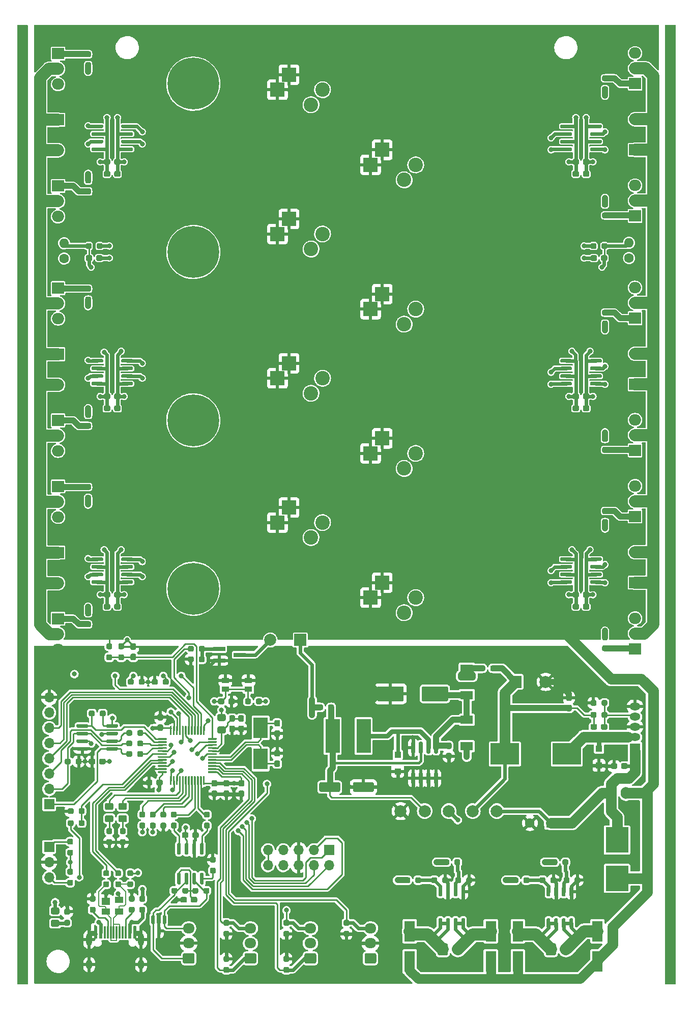
<source format=gtl>
G04 #@! TF.GenerationSoftware,KiCad,Pcbnew,(5.99.0-11727-g1ec70d30af)*
G04 #@! TF.CreationDate,2021-08-20T03:51:17+02:00*
G04 #@! TF.ProjectId,motorcontroller,6d6f746f-7263-46f6-9e74-726f6c6c6572,rev?*
G04 #@! TF.SameCoordinates,Original*
G04 #@! TF.FileFunction,Copper,L1,Top*
G04 #@! TF.FilePolarity,Positive*
%FSLAX46Y46*%
G04 Gerber Fmt 4.6, Leading zero omitted, Abs format (unit mm)*
G04 Created by KiCad (PCBNEW (5.99.0-11727-g1ec70d30af)) date 2021-08-20 03:51:17*
%MOMM*%
%LPD*%
G01*
G04 APERTURE LIST*
G04 #@! TA.AperFunction,ComponentPad*
%ADD10R,2.400000X2.400000*%
G04 #@! TD*
G04 #@! TA.AperFunction,ComponentPad*
%ADD11C,2.400000*%
G04 #@! TD*
G04 #@! TA.AperFunction,ComponentPad*
%ADD12R,2.000000X1.905000*%
G04 #@! TD*
G04 #@! TA.AperFunction,ComponentPad*
%ADD13O,2.000000X1.905000*%
G04 #@! TD*
G04 #@! TA.AperFunction,SMDPad,CuDef*
%ADD14R,1.800000X3.500000*%
G04 #@! TD*
G04 #@! TA.AperFunction,SMDPad,CuDef*
%ADD15R,1.100000X1.100000*%
G04 #@! TD*
G04 #@! TA.AperFunction,ComponentPad*
%ADD16C,1.600000*%
G04 #@! TD*
G04 #@! TA.AperFunction,ComponentPad*
%ADD17O,1.600000X1.600000*%
G04 #@! TD*
G04 #@! TA.AperFunction,SMDPad,CuDef*
%ADD18C,2.000000*%
G04 #@! TD*
G04 #@! TA.AperFunction,ComponentPad*
%ADD19R,1.700000X1.700000*%
G04 #@! TD*
G04 #@! TA.AperFunction,ComponentPad*
%ADD20O,1.700000X1.700000*%
G04 #@! TD*
G04 #@! TA.AperFunction,ComponentPad*
%ADD21O,1.950000X1.700000*%
G04 #@! TD*
G04 #@! TA.AperFunction,ComponentPad*
%ADD22C,8.600000*%
G04 #@! TD*
G04 #@! TA.AperFunction,ComponentPad*
%ADD23R,2.000000X2.000000*%
G04 #@! TD*
G04 #@! TA.AperFunction,ComponentPad*
%ADD24C,2.000000*%
G04 #@! TD*
G04 #@! TA.AperFunction,SMDPad,CuDef*
%ADD25R,3.810000X4.240000*%
G04 #@! TD*
G04 #@! TA.AperFunction,SMDPad,CuDef*
%ADD26R,2.000000X0.650000*%
G04 #@! TD*
G04 #@! TA.AperFunction,ComponentPad*
%ADD27R,1.800000X1.275000*%
G04 #@! TD*
G04 #@! TA.AperFunction,ComponentPad*
%ADD28O,1.800000X1.275000*%
G04 #@! TD*
G04 #@! TA.AperFunction,SMDPad,CuDef*
%ADD29R,2.100000X1.400000*%
G04 #@! TD*
G04 #@! TA.AperFunction,ComponentPad*
%ADD30O,1.700000X2.000000*%
G04 #@! TD*
G04 #@! TA.AperFunction,SMDPad,CuDef*
%ADD31R,1.250000X0.900000*%
G04 #@! TD*
G04 #@! TA.AperFunction,SMDPad,CuDef*
%ADD32R,4.700000X3.600000*%
G04 #@! TD*
G04 #@! TA.AperFunction,ComponentPad*
%ADD33R,1.600000X1.600000*%
G04 #@! TD*
G04 #@! TA.AperFunction,SMDPad,CuDef*
%ADD34R,1.400000X1.200000*%
G04 #@! TD*
G04 #@! TA.AperFunction,SMDPad,CuDef*
%ADD35R,1.400000X1.000000*%
G04 #@! TD*
G04 #@! TA.AperFunction,SMDPad,CuDef*
%ADD36R,2.400000X3.500000*%
G04 #@! TD*
G04 #@! TA.AperFunction,ComponentPad*
%ADD37O,1.000000X2.100000*%
G04 #@! TD*
G04 #@! TA.AperFunction,ComponentPad*
%ADD38O,1.000000X1.600000*%
G04 #@! TD*
G04 #@! TA.AperFunction,SMDPad,CuDef*
%ADD39R,0.600000X2.050000*%
G04 #@! TD*
G04 #@! TA.AperFunction,SMDPad,CuDef*
%ADD40R,0.300000X2.050000*%
G04 #@! TD*
G04 #@! TA.AperFunction,SMDPad,CuDef*
%ADD41R,2.350000X5.700000*%
G04 #@! TD*
G04 #@! TA.AperFunction,ViaPad*
%ADD42C,0.800000*%
G04 #@! TD*
G04 #@! TA.AperFunction,Conductor*
%ADD43C,0.250000*%
G04 #@! TD*
G04 #@! TA.AperFunction,Conductor*
%ADD44C,0.600000*%
G04 #@! TD*
G04 #@! TA.AperFunction,Conductor*
%ADD45C,1.000000*%
G04 #@! TD*
G04 #@! TA.AperFunction,Conductor*
%ADD46C,1.800000*%
G04 #@! TD*
G04 #@! TA.AperFunction,Conductor*
%ADD47C,1.600000*%
G04 #@! TD*
G04 #@! TA.AperFunction,Conductor*
%ADD48C,0.800000*%
G04 #@! TD*
G04 #@! TA.AperFunction,Conductor*
%ADD49C,2.000000*%
G04 #@! TD*
G04 #@! TA.AperFunction,Conductor*
%ADD50C,0.200000*%
G04 #@! TD*
G04 #@! TA.AperFunction,Conductor*
%ADD51C,0.400000*%
G04 #@! TD*
G04 APERTURE END LIST*
D10*
G04 #@! TO.P,C205,1*
G04 #@! TO.N,+BATT*
X68500000Y-36000000D03*
X70419873Y-33500000D03*
D11*
G04 #@! TO.P,C205,2*
G04 #@! TO.N,GND*
X74080127Y-38500000D03*
X76000000Y-36000000D03*
G04 #@! TD*
D10*
G04 #@! TO.P,C206,1*
G04 #@! TO.N,+BATT*
X84000000Y-48500000D03*
X85919873Y-46000000D03*
D11*
G04 #@! TO.P,C206,2*
G04 #@! TO.N,GND*
X89580127Y-51000000D03*
X91500000Y-48500000D03*
G04 #@! TD*
D10*
G04 #@! TO.P,C207,1*
G04 #@! TO.N,+BATT*
X68500000Y-60000000D03*
X70419873Y-57500000D03*
D11*
G04 #@! TO.P,C207,2*
G04 #@! TO.N,GND*
X74080127Y-62500000D03*
X76000000Y-60000000D03*
G04 #@! TD*
D10*
G04 #@! TO.P,C208,1*
G04 #@! TO.N,+BATT*
X84000000Y-72500000D03*
X85919873Y-70000000D03*
D11*
G04 #@! TO.P,C208,2*
G04 #@! TO.N,GND*
X89580127Y-75000000D03*
X91500000Y-72500000D03*
G04 #@! TD*
D10*
G04 #@! TO.P,C209,1*
G04 #@! TO.N,+BATT*
X68500000Y-84000000D03*
X70419873Y-81500000D03*
D11*
G04 #@! TO.P,C209,2*
G04 #@! TO.N,GND*
X74080127Y-86500000D03*
X76000000Y-84000000D03*
G04 #@! TD*
D10*
G04 #@! TO.P,C210,1*
G04 #@! TO.N,+BATT*
X84000000Y-96500000D03*
X85919873Y-94000000D03*
D11*
G04 #@! TO.P,C210,2*
G04 #@! TO.N,GND*
X89580127Y-99000000D03*
X91500000Y-96500000D03*
G04 #@! TD*
D10*
G04 #@! TO.P,C211,1*
G04 #@! TO.N,+BATT*
X68500000Y-108000000D03*
X70419873Y-105500000D03*
D11*
G04 #@! TO.P,C211,2*
G04 #@! TO.N,GND*
X74080127Y-110500000D03*
X76000000Y-108000000D03*
G04 #@! TD*
D10*
G04 #@! TO.P,C212,1*
G04 #@! TO.N,+BATT*
X84000000Y-120500000D03*
X85919873Y-118000000D03*
D11*
G04 #@! TO.P,C212,2*
G04 #@! TO.N,GND*
X89580127Y-123000000D03*
X91500000Y-120500000D03*
G04 #@! TD*
G04 #@! TO.P,R404,1*
G04 #@! TO.N,Net-(Q402-Pad1)*
G04 #@! TA.AperFunction,SMDPad,CuDef*
G36*
G01*
X37237500Y-53400000D02*
X36762500Y-53400000D01*
G75*
G02*
X36525000Y-53162500I0J237500D01*
G01*
X36525000Y-52662500D01*
G75*
G02*
X36762500Y-52425000I237500J0D01*
G01*
X37237500Y-52425000D01*
G75*
G02*
X37475000Y-52662500I0J-237500D01*
G01*
X37475000Y-53162500D01*
G75*
G02*
X37237500Y-53400000I-237500J0D01*
G01*
G37*
G04 #@! TD.AperFunction*
G04 #@! TO.P,R404,2*
G04 #@! TO.N,Net-(R404-Pad2)*
G04 #@! TA.AperFunction,SMDPad,CuDef*
G36*
G01*
X37237500Y-51575000D02*
X36762500Y-51575000D01*
G75*
G02*
X36525000Y-51337500I0J237500D01*
G01*
X36525000Y-50837500D01*
G75*
G02*
X36762500Y-50600000I237500J0D01*
G01*
X37237500Y-50600000D01*
G75*
G02*
X37475000Y-50837500I0J-237500D01*
G01*
X37475000Y-51337500D01*
G75*
G02*
X37237500Y-51575000I-237500J0D01*
G01*
G37*
G04 #@! TD.AperFunction*
G04 #@! TD*
G04 #@! TO.P,D103,1,K*
G04 #@! TO.N,Net-(D103-Pad1)*
G04 #@! TA.AperFunction,SMDPad,CuDef*
G36*
G01*
X43200000Y-157850000D02*
X42300000Y-157850000D01*
G75*
G02*
X42050000Y-157600000I0J250000D01*
G01*
X42050000Y-156950000D01*
G75*
G02*
X42300000Y-156700000I250000J0D01*
G01*
X43200000Y-156700000D01*
G75*
G02*
X43450000Y-156950000I0J-250000D01*
G01*
X43450000Y-157600000D01*
G75*
G02*
X43200000Y-157850000I-250000J0D01*
G01*
G37*
G04 #@! TD.AperFunction*
G04 #@! TO.P,D103,2,A*
G04 #@! TO.N,/MCU/LED2*
G04 #@! TA.AperFunction,SMDPad,CuDef*
G36*
G01*
X43200000Y-155800000D02*
X42300000Y-155800000D01*
G75*
G02*
X42050000Y-155550000I0J250000D01*
G01*
X42050000Y-154900000D01*
G75*
G02*
X42300000Y-154650000I250000J0D01*
G01*
X43200000Y-154650000D01*
G75*
G02*
X43450000Y-154900000I0J-250000D01*
G01*
X43450000Y-155550000D01*
G75*
G02*
X43200000Y-155800000I-250000J0D01*
G01*
G37*
G04 #@! TD.AperFunction*
G04 #@! TD*
G04 #@! TO.P,C412,1*
G04 #@! TO.N,GND*
G04 #@! TA.AperFunction,SMDPad,CuDef*
G36*
G01*
X117600000Y-87237500D02*
X117600000Y-86762500D01*
G75*
G02*
X117837500Y-86525000I237500J0D01*
G01*
X118437500Y-86525000D01*
G75*
G02*
X118675000Y-86762500I0J-237500D01*
G01*
X118675000Y-87237500D01*
G75*
G02*
X118437500Y-87475000I-237500J0D01*
G01*
X117837500Y-87475000D01*
G75*
G02*
X117600000Y-87237500I0J237500D01*
G01*
G37*
G04 #@! TD.AperFunction*
G04 #@! TO.P,C412,2*
G04 #@! TO.N,+12V*
G04 #@! TA.AperFunction,SMDPad,CuDef*
G36*
G01*
X119325000Y-87237500D02*
X119325000Y-86762500D01*
G75*
G02*
X119562500Y-86525000I237500J0D01*
G01*
X120162500Y-86525000D01*
G75*
G02*
X120400000Y-86762500I0J-237500D01*
G01*
X120400000Y-87237500D01*
G75*
G02*
X120162500Y-87475000I-237500J0D01*
G01*
X119562500Y-87475000D01*
G75*
G02*
X119325000Y-87237500I0J237500D01*
G01*
G37*
G04 #@! TD.AperFunction*
G04 #@! TD*
D12*
G04 #@! TO.P,D405,1,A*
G04 #@! TO.N,/Motor driver/MOTOR_RIGHT*
X128000000Y-85000000D03*
D13*
G04 #@! TO.P,D405,2,K*
G04 #@! TO.N,+BATT*
X128000000Y-82460000D03*
G04 #@! TO.P,D405,3,K*
G04 #@! TO.N,/Motor driver/MOTOR_RIGHT*
X128000000Y-79920000D03*
G04 #@! TD*
G04 #@! TO.P,U101,1,TXD*
G04 #@! TO.N,Net-(R121-Pad2)*
G04 #@! TA.AperFunction,SMDPad,CuDef*
G36*
G01*
X55755000Y-161300000D02*
X56055000Y-161300000D01*
G75*
G02*
X56205000Y-161450000I0J-150000D01*
G01*
X56205000Y-163100000D01*
G75*
G02*
X56055000Y-163250000I-150000J0D01*
G01*
X55755000Y-163250000D01*
G75*
G02*
X55605000Y-163100000I0J150000D01*
G01*
X55605000Y-161450000D01*
G75*
G02*
X55755000Y-161300000I150000J0D01*
G01*
G37*
G04 #@! TD.AperFunction*
G04 #@! TO.P,U101,2,GND*
G04 #@! TO.N,GND*
G04 #@! TA.AperFunction,SMDPad,CuDef*
G36*
G01*
X54485000Y-161300000D02*
X54785000Y-161300000D01*
G75*
G02*
X54935000Y-161450000I0J-150000D01*
G01*
X54935000Y-163100000D01*
G75*
G02*
X54785000Y-163250000I-150000J0D01*
G01*
X54485000Y-163250000D01*
G75*
G02*
X54335000Y-163100000I0J150000D01*
G01*
X54335000Y-161450000D01*
G75*
G02*
X54485000Y-161300000I150000J0D01*
G01*
G37*
G04 #@! TD.AperFunction*
G04 #@! TO.P,U101,3,VCC*
G04 #@! TO.N,+3V3*
G04 #@! TA.AperFunction,SMDPad,CuDef*
G36*
G01*
X53215000Y-161300000D02*
X53515000Y-161300000D01*
G75*
G02*
X53665000Y-161450000I0J-150000D01*
G01*
X53665000Y-163100000D01*
G75*
G02*
X53515000Y-163250000I-150000J0D01*
G01*
X53215000Y-163250000D01*
G75*
G02*
X53065000Y-163100000I0J150000D01*
G01*
X53065000Y-161450000D01*
G75*
G02*
X53215000Y-161300000I150000J0D01*
G01*
G37*
G04 #@! TD.AperFunction*
G04 #@! TO.P,U101,4,RXD*
G04 #@! TO.N,Net-(R122-Pad1)*
G04 #@! TA.AperFunction,SMDPad,CuDef*
G36*
G01*
X51945000Y-161300000D02*
X52245000Y-161300000D01*
G75*
G02*
X52395000Y-161450000I0J-150000D01*
G01*
X52395000Y-163100000D01*
G75*
G02*
X52245000Y-163250000I-150000J0D01*
G01*
X51945000Y-163250000D01*
G75*
G02*
X51795000Y-163100000I0J150000D01*
G01*
X51795000Y-161450000D01*
G75*
G02*
X51945000Y-161300000I150000J0D01*
G01*
G37*
G04 #@! TD.AperFunction*
G04 #@! TO.P,U101,5,Vref*
G04 #@! TO.N,Net-(C102-Pad1)*
G04 #@! TA.AperFunction,SMDPad,CuDef*
G36*
G01*
X51945000Y-166250000D02*
X52245000Y-166250000D01*
G75*
G02*
X52395000Y-166400000I0J-150000D01*
G01*
X52395000Y-168050000D01*
G75*
G02*
X52245000Y-168200000I-150000J0D01*
G01*
X51945000Y-168200000D01*
G75*
G02*
X51795000Y-168050000I0J150000D01*
G01*
X51795000Y-166400000D01*
G75*
G02*
X51945000Y-166250000I150000J0D01*
G01*
G37*
G04 #@! TD.AperFunction*
G04 #@! TO.P,U101,6,CANL*
G04 #@! TO.N,Net-(D104-Pad2)*
G04 #@! TA.AperFunction,SMDPad,CuDef*
G36*
G01*
X53215000Y-166250000D02*
X53515000Y-166250000D01*
G75*
G02*
X53665000Y-166400000I0J-150000D01*
G01*
X53665000Y-168050000D01*
G75*
G02*
X53515000Y-168200000I-150000J0D01*
G01*
X53215000Y-168200000D01*
G75*
G02*
X53065000Y-168050000I0J150000D01*
G01*
X53065000Y-166400000D01*
G75*
G02*
X53215000Y-166250000I150000J0D01*
G01*
G37*
G04 #@! TD.AperFunction*
G04 #@! TO.P,U101,7,CANH*
G04 #@! TO.N,Net-(D104-Pad1)*
G04 #@! TA.AperFunction,SMDPad,CuDef*
G36*
G01*
X54485000Y-166250000D02*
X54785000Y-166250000D01*
G75*
G02*
X54935000Y-166400000I0J-150000D01*
G01*
X54935000Y-168050000D01*
G75*
G02*
X54785000Y-168200000I-150000J0D01*
G01*
X54485000Y-168200000D01*
G75*
G02*
X54335000Y-168050000I0J150000D01*
G01*
X54335000Y-166400000D01*
G75*
G02*
X54485000Y-166250000I150000J0D01*
G01*
G37*
G04 #@! TD.AperFunction*
G04 #@! TO.P,U101,8,Rs*
G04 #@! TO.N,Net-(R111-Pad1)*
G04 #@! TA.AperFunction,SMDPad,CuDef*
G36*
G01*
X55755000Y-166250000D02*
X56055000Y-166250000D01*
G75*
G02*
X56205000Y-166400000I0J-150000D01*
G01*
X56205000Y-168050000D01*
G75*
G02*
X56055000Y-168200000I-150000J0D01*
G01*
X55755000Y-168200000D01*
G75*
G02*
X55605000Y-168050000I0J150000D01*
G01*
X55605000Y-166400000D01*
G75*
G02*
X55755000Y-166250000I150000J0D01*
G01*
G37*
G04 #@! TD.AperFunction*
G04 #@! TD*
G04 #@! TO.P,R111,1*
G04 #@! TO.N,Net-(R111-Pad1)*
G04 #@! TA.AperFunction,SMDPad,CuDef*
G36*
G01*
X57987500Y-166400000D02*
X57512500Y-166400000D01*
G75*
G02*
X57275000Y-166162500I0J237500D01*
G01*
X57275000Y-165662500D01*
G75*
G02*
X57512500Y-165425000I237500J0D01*
G01*
X57987500Y-165425000D01*
G75*
G02*
X58225000Y-165662500I0J-237500D01*
G01*
X58225000Y-166162500D01*
G75*
G02*
X57987500Y-166400000I-237500J0D01*
G01*
G37*
G04 #@! TD.AperFunction*
G04 #@! TO.P,R111,2*
G04 #@! TO.N,GND*
G04 #@! TA.AperFunction,SMDPad,CuDef*
G36*
G01*
X57987500Y-164575000D02*
X57512500Y-164575000D01*
G75*
G02*
X57275000Y-164337500I0J237500D01*
G01*
X57275000Y-163837500D01*
G75*
G02*
X57512500Y-163600000I237500J0D01*
G01*
X57987500Y-163600000D01*
G75*
G02*
X58225000Y-163837500I0J-237500D01*
G01*
X58225000Y-164337500D01*
G75*
G02*
X57987500Y-164575000I-237500J0D01*
G01*
G37*
G04 #@! TD.AperFunction*
G04 #@! TD*
G04 #@! TO.P,R403,1*
G04 #@! TO.N,Net-(R403-Pad1)*
G04 #@! TA.AperFunction,SMDPad,CuDef*
G36*
G01*
X37237500Y-32400000D02*
X36762500Y-32400000D01*
G75*
G02*
X36525000Y-32162500I0J237500D01*
G01*
X36525000Y-31662500D01*
G75*
G02*
X36762500Y-31425000I237500J0D01*
G01*
X37237500Y-31425000D01*
G75*
G02*
X37475000Y-31662500I0J-237500D01*
G01*
X37475000Y-32162500D01*
G75*
G02*
X37237500Y-32400000I-237500J0D01*
G01*
G37*
G04 #@! TD.AperFunction*
G04 #@! TO.P,R403,2*
G04 #@! TO.N,Net-(Q401-Pad1)*
G04 #@! TA.AperFunction,SMDPad,CuDef*
G36*
G01*
X37237500Y-30575000D02*
X36762500Y-30575000D01*
G75*
G02*
X36525000Y-30337500I0J237500D01*
G01*
X36525000Y-29837500D01*
G75*
G02*
X36762500Y-29600000I237500J0D01*
G01*
X37237500Y-29600000D01*
G75*
G02*
X37475000Y-29837500I0J-237500D01*
G01*
X37475000Y-30337500D01*
G75*
G02*
X37237500Y-30575000I-237500J0D01*
G01*
G37*
G04 #@! TD.AperFunction*
G04 #@! TD*
D14*
G04 #@! TO.P,D502,1,K*
G04 #@! TO.N,+BATT*
X90500000Y-181000000D03*
G04 #@! TO.P,D502,2,A*
G04 #@! TO.N,/Solenoid driver/DIRECTION_COIL2*
X90500000Y-176000000D03*
G04 #@! TD*
G04 #@! TO.P,R117,1*
G04 #@! TO.N,Net-(Q101-Pad1)*
G04 #@! TA.AperFunction,SMDPad,CuDef*
G36*
G01*
X56400000Y-130512500D02*
X56400000Y-130987500D01*
G75*
G02*
X56162500Y-131225000I-237500J0D01*
G01*
X55662500Y-131225000D01*
G75*
G02*
X55425000Y-130987500I0J237500D01*
G01*
X55425000Y-130512500D01*
G75*
G02*
X55662500Y-130275000I237500J0D01*
G01*
X56162500Y-130275000D01*
G75*
G02*
X56400000Y-130512500I0J-237500D01*
G01*
G37*
G04 #@! TD.AperFunction*
G04 #@! TO.P,R117,2*
G04 #@! TO.N,GND*
G04 #@! TA.AperFunction,SMDPad,CuDef*
G36*
G01*
X54575000Y-130512500D02*
X54575000Y-130987500D01*
G75*
G02*
X54337500Y-131225000I-237500J0D01*
G01*
X53837500Y-131225000D01*
G75*
G02*
X53600000Y-130987500I0J237500D01*
G01*
X53600000Y-130512500D01*
G75*
G02*
X53837500Y-130275000I237500J0D01*
G01*
X54337500Y-130275000D01*
G75*
G02*
X54575000Y-130512500I0J-237500D01*
G01*
G37*
G04 #@! TD.AperFunction*
G04 #@! TD*
G04 #@! TO.P,R402,1*
G04 #@! TO.N,/MCU/TEMP_LEFT*
G04 #@! TA.AperFunction,SMDPad,CuDef*
G36*
G01*
X36600000Y-62237500D02*
X36600000Y-61762500D01*
G75*
G02*
X36837500Y-61525000I237500J0D01*
G01*
X37337500Y-61525000D01*
G75*
G02*
X37575000Y-61762500I0J-237500D01*
G01*
X37575000Y-62237500D01*
G75*
G02*
X37337500Y-62475000I-237500J0D01*
G01*
X36837500Y-62475000D01*
G75*
G02*
X36600000Y-62237500I0J237500D01*
G01*
G37*
G04 #@! TD.AperFunction*
G04 #@! TO.P,R402,2*
G04 #@! TO.N,GND*
G04 #@! TA.AperFunction,SMDPad,CuDef*
G36*
G01*
X38425000Y-62237500D02*
X38425000Y-61762500D01*
G75*
G02*
X38662500Y-61525000I237500J0D01*
G01*
X39162500Y-61525000D01*
G75*
G02*
X39400000Y-61762500I0J-237500D01*
G01*
X39400000Y-62237500D01*
G75*
G02*
X39162500Y-62475000I-237500J0D01*
G01*
X38662500Y-62475000D01*
G75*
G02*
X38425000Y-62237500I0J237500D01*
G01*
G37*
G04 #@! TD.AperFunction*
G04 #@! TD*
G04 #@! TO.P,R408,1*
G04 #@! TO.N,Net-(Q406-Pad1)*
G04 #@! TA.AperFunction,SMDPad,CuDef*
G36*
G01*
X37237500Y-125400000D02*
X36762500Y-125400000D01*
G75*
G02*
X36525000Y-125162500I0J237500D01*
G01*
X36525000Y-124662500D01*
G75*
G02*
X36762500Y-124425000I237500J0D01*
G01*
X37237500Y-124425000D01*
G75*
G02*
X37475000Y-124662500I0J-237500D01*
G01*
X37475000Y-125162500D01*
G75*
G02*
X37237500Y-125400000I-237500J0D01*
G01*
G37*
G04 #@! TD.AperFunction*
G04 #@! TO.P,R408,2*
G04 #@! TO.N,Net-(R408-Pad2)*
G04 #@! TA.AperFunction,SMDPad,CuDef*
G36*
G01*
X37237500Y-123575000D02*
X36762500Y-123575000D01*
G75*
G02*
X36525000Y-123337500I0J237500D01*
G01*
X36525000Y-122837500D01*
G75*
G02*
X36762500Y-122600000I237500J0D01*
G01*
X37237500Y-122600000D01*
G75*
G02*
X37475000Y-122837500I0J-237500D01*
G01*
X37475000Y-123337500D01*
G75*
G02*
X37237500Y-123575000I-237500J0D01*
G01*
G37*
G04 #@! TD.AperFunction*
G04 #@! TD*
D15*
G04 #@! TO.P,D204,1,K*
G04 #@! TO.N,Net-(D204-Pad1)*
X88500000Y-146600000D03*
G04 #@! TO.P,D204,2,A*
G04 #@! TO.N,GND*
X88500000Y-149400000D03*
G04 #@! TD*
G04 #@! TO.P,C101,1*
G04 #@! TO.N,GND*
G04 #@! TA.AperFunction,SMDPad,CuDef*
G36*
G01*
X55400000Y-159762500D02*
X55400000Y-160237500D01*
G75*
G02*
X55162500Y-160475000I-237500J0D01*
G01*
X54562500Y-160475000D01*
G75*
G02*
X54325000Y-160237500I0J237500D01*
G01*
X54325000Y-159762500D01*
G75*
G02*
X54562500Y-159525000I237500J0D01*
G01*
X55162500Y-159525000D01*
G75*
G02*
X55400000Y-159762500I0J-237500D01*
G01*
G37*
G04 #@! TD.AperFunction*
G04 #@! TO.P,C101,2*
G04 #@! TO.N,+3V3*
G04 #@! TA.AperFunction,SMDPad,CuDef*
G36*
G01*
X53675000Y-159762500D02*
X53675000Y-160237500D01*
G75*
G02*
X53437500Y-160475000I-237500J0D01*
G01*
X52837500Y-160475000D01*
G75*
G02*
X52600000Y-160237500I0J237500D01*
G01*
X52600000Y-159762500D01*
G75*
G02*
X52837500Y-159525000I237500J0D01*
G01*
X53437500Y-159525000D01*
G75*
G02*
X53675000Y-159762500I0J-237500D01*
G01*
G37*
G04 #@! TD.AperFunction*
G04 #@! TD*
G04 #@! TO.P,C219,1*
G04 #@! TO.N,GND*
G04 #@! TA.AperFunction,SMDPad,CuDef*
G36*
G01*
X62737500Y-153650000D02*
X62262500Y-153650000D01*
G75*
G02*
X62025000Y-153412500I0J237500D01*
G01*
X62025000Y-152812500D01*
G75*
G02*
X62262500Y-152575000I237500J0D01*
G01*
X62737500Y-152575000D01*
G75*
G02*
X62975000Y-152812500I0J-237500D01*
G01*
X62975000Y-153412500D01*
G75*
G02*
X62737500Y-153650000I-237500J0D01*
G01*
G37*
G04 #@! TD.AperFunction*
G04 #@! TO.P,C219,2*
G04 #@! TO.N,+3V3*
G04 #@! TA.AperFunction,SMDPad,CuDef*
G36*
G01*
X62737500Y-151925000D02*
X62262500Y-151925000D01*
G75*
G02*
X62025000Y-151687500I0J237500D01*
G01*
X62025000Y-151087500D01*
G75*
G02*
X62262500Y-150850000I237500J0D01*
G01*
X62737500Y-150850000D01*
G75*
G02*
X62975000Y-151087500I0J-237500D01*
G01*
X62975000Y-151687500D01*
G75*
G02*
X62737500Y-151925000I-237500J0D01*
G01*
G37*
G04 #@! TD.AperFunction*
G04 #@! TD*
D16*
G04 #@! TO.P,TH401,1*
G04 #@! TO.N,+3V3*
X33000000Y-64080000D03*
D17*
G04 #@! TO.P,TH401,2*
G04 #@! TO.N,/MCU/TEMP_LEFT*
X33000000Y-61540000D03*
G04 #@! TD*
D18*
G04 #@! TO.P,TP101,1,1*
G04 #@! TO.N,VBUS*
X97000000Y-156000000D03*
G04 #@! TD*
G04 #@! TO.P,R304,1*
G04 #@! TO.N,/MCU/D+*
G04 #@! TA.AperFunction,SMDPad,CuDef*
G36*
G01*
X41762500Y-165850000D02*
X42237500Y-165850000D01*
G75*
G02*
X42475000Y-166087500I0J-237500D01*
G01*
X42475000Y-166587500D01*
G75*
G02*
X42237500Y-166825000I-237500J0D01*
G01*
X41762500Y-166825000D01*
G75*
G02*
X41525000Y-166587500I0J237500D01*
G01*
X41525000Y-166087500D01*
G75*
G02*
X41762500Y-165850000I237500J0D01*
G01*
G37*
G04 #@! TD.AperFunction*
G04 #@! TO.P,R304,2*
G04 #@! TO.N,/MCU/USB_DP*
G04 #@! TA.AperFunction,SMDPad,CuDef*
G36*
G01*
X41762500Y-167675000D02*
X42237500Y-167675000D01*
G75*
G02*
X42475000Y-167912500I0J-237500D01*
G01*
X42475000Y-168412500D01*
G75*
G02*
X42237500Y-168650000I-237500J0D01*
G01*
X41762500Y-168650000D01*
G75*
G02*
X41525000Y-168412500I0J237500D01*
G01*
X41525000Y-167912500D01*
G75*
G02*
X41762500Y-167675000I237500J0D01*
G01*
G37*
G04 #@! TD.AperFunction*
G04 #@! TD*
G04 #@! TO.P,R307,1*
G04 #@! TO.N,Net-(R306-Pad1)*
G04 #@! TA.AperFunction,SMDPad,CuDef*
G36*
G01*
X36400000Y-157762500D02*
X36400000Y-158237500D01*
G75*
G02*
X36162500Y-158475000I-237500J0D01*
G01*
X35662500Y-158475000D01*
G75*
G02*
X35425000Y-158237500I0J237500D01*
G01*
X35425000Y-157762500D01*
G75*
G02*
X35662500Y-157525000I237500J0D01*
G01*
X36162500Y-157525000D01*
G75*
G02*
X36400000Y-157762500I0J-237500D01*
G01*
G37*
G04 #@! TD.AperFunction*
G04 #@! TO.P,R307,2*
G04 #@! TO.N,VBUS*
G04 #@! TA.AperFunction,SMDPad,CuDef*
G36*
G01*
X34575000Y-157762500D02*
X34575000Y-158237500D01*
G75*
G02*
X34337500Y-158475000I-237500J0D01*
G01*
X33837500Y-158475000D01*
G75*
G02*
X33600000Y-158237500I0J237500D01*
G01*
X33600000Y-157762500D01*
G75*
G02*
X33837500Y-157525000I237500J0D01*
G01*
X34337500Y-157525000D01*
G75*
G02*
X34575000Y-157762500I0J-237500D01*
G01*
G37*
G04 #@! TD.AperFunction*
G04 #@! TD*
G04 #@! TO.P,R506,1*
G04 #@! TO.N,/MCU/ENABLE_RIGHT*
G04 #@! TA.AperFunction,SMDPad,CuDef*
G36*
G01*
X107600000Y-167737500D02*
X107600000Y-167262500D01*
G75*
G02*
X107837500Y-167025000I237500J0D01*
G01*
X108337500Y-167025000D01*
G75*
G02*
X108575000Y-167262500I0J-237500D01*
G01*
X108575000Y-167737500D01*
G75*
G02*
X108337500Y-167975000I-237500J0D01*
G01*
X107837500Y-167975000D01*
G75*
G02*
X107600000Y-167737500I0J237500D01*
G01*
G37*
G04 #@! TD.AperFunction*
G04 #@! TO.P,R506,2*
G04 #@! TO.N,Net-(Q502-Pad4)*
G04 #@! TA.AperFunction,SMDPad,CuDef*
G36*
G01*
X109425000Y-167737500D02*
X109425000Y-167262500D01*
G75*
G02*
X109662500Y-167025000I237500J0D01*
G01*
X110162500Y-167025000D01*
G75*
G02*
X110400000Y-167262500I0J-237500D01*
G01*
X110400000Y-167737500D01*
G75*
G02*
X110162500Y-167975000I-237500J0D01*
G01*
X109662500Y-167975000D01*
G75*
G02*
X109425000Y-167737500I0J237500D01*
G01*
G37*
G04 #@! TD.AperFunction*
G04 #@! TD*
D19*
G04 #@! TO.P,J107,1,Pin_1*
G04 #@! TO.N,/MCU/MOSI*
X30500000Y-154875000D03*
D20*
G04 #@! TO.P,J107,2,Pin_2*
G04 #@! TO.N,/MCU/MISO*
X30500000Y-152335000D03*
G04 #@! TO.P,J107,3,Pin_3*
G04 #@! TO.N,/MCU/SCK*
X30500000Y-149795000D03*
G04 #@! TO.P,J107,4,Pin_4*
G04 #@! TO.N,/MCU/IO1*
X30500000Y-147255000D03*
G04 #@! TO.P,J107,5,Pin_5*
G04 #@! TO.N,/MCU/IO2*
X30500000Y-144715000D03*
G04 #@! TO.P,J107,6,Pin_6*
G04 #@! TO.N,/MCU/IO3*
X30500000Y-142175000D03*
G04 #@! TO.P,J107,7,Pin_7*
G04 #@! TO.N,+3V3*
X30500000Y-139635000D03*
G04 #@! TO.P,J107,8,Pin_8*
G04 #@! TO.N,GND*
X30500000Y-137095000D03*
G04 #@! TD*
G04 #@! TO.P,C213,1*
G04 #@! TO.N,Net-(C213-Pad1)*
G04 #@! TA.AperFunction,SMDPad,CuDef*
G36*
G01*
X117237500Y-139400000D02*
X116762500Y-139400000D01*
G75*
G02*
X116525000Y-139162500I0J237500D01*
G01*
X116525000Y-138562500D01*
G75*
G02*
X116762500Y-138325000I237500J0D01*
G01*
X117237500Y-138325000D01*
G75*
G02*
X117475000Y-138562500I0J-237500D01*
G01*
X117475000Y-139162500D01*
G75*
G02*
X117237500Y-139400000I-237500J0D01*
G01*
G37*
G04 #@! TD.AperFunction*
G04 #@! TO.P,C213,2*
G04 #@! TO.N,GND*
G04 #@! TA.AperFunction,SMDPad,CuDef*
G36*
G01*
X117237500Y-137675000D02*
X116762500Y-137675000D01*
G75*
G02*
X116525000Y-137437500I0J237500D01*
G01*
X116525000Y-136837500D01*
G75*
G02*
X116762500Y-136600000I237500J0D01*
G01*
X117237500Y-136600000D01*
G75*
G02*
X117475000Y-136837500I0J-237500D01*
G01*
X117475000Y-137437500D01*
G75*
G02*
X117237500Y-137675000I-237500J0D01*
G01*
G37*
G04 #@! TD.AperFunction*
G04 #@! TD*
G04 #@! TO.P,J104,1,Pin_1*
G04 #@! TO.N,/MCU/DIRECTION*
G04 #@! TA.AperFunction,ComponentPad*
G36*
G01*
X74700000Y-181350000D02*
X73250000Y-181350000D01*
G75*
G02*
X73000000Y-181100000I0J250000D01*
G01*
X73000000Y-179900000D01*
G75*
G02*
X73250000Y-179650000I250000J0D01*
G01*
X74700000Y-179650000D01*
G75*
G02*
X74950000Y-179900000I0J-250000D01*
G01*
X74950000Y-181100000D01*
G75*
G02*
X74700000Y-181350000I-250000J0D01*
G01*
G37*
G04 #@! TD.AperFunction*
D21*
G04 #@! TO.P,J104,2,Pin_2*
G04 #@! TO.N,+3V3*
X73975000Y-178000000D03*
G04 #@! TO.P,J104,3,Pin_3*
G04 #@! TO.N,/MCU/IGNITION*
X73975000Y-175500000D03*
G04 #@! TD*
G04 #@! TO.P,R120,1*
G04 #@! TO.N,/MCU/UART_TX*
G04 #@! TA.AperFunction,SMDPad,CuDef*
G36*
G01*
X45762500Y-156100000D02*
X46237500Y-156100000D01*
G75*
G02*
X46475000Y-156337500I0J-237500D01*
G01*
X46475000Y-156837500D01*
G75*
G02*
X46237500Y-157075000I-237500J0D01*
G01*
X45762500Y-157075000D01*
G75*
G02*
X45525000Y-156837500I0J237500D01*
G01*
X45525000Y-156337500D01*
G75*
G02*
X45762500Y-156100000I237500J0D01*
G01*
G37*
G04 #@! TD.AperFunction*
G04 #@! TO.P,R120,2*
G04 #@! TO.N,Net-(J106-Pad1)*
G04 #@! TA.AperFunction,SMDPad,CuDef*
G36*
G01*
X45762500Y-157925000D02*
X46237500Y-157925000D01*
G75*
G02*
X46475000Y-158162500I0J-237500D01*
G01*
X46475000Y-158662500D01*
G75*
G02*
X46237500Y-158900000I-237500J0D01*
G01*
X45762500Y-158900000D01*
G75*
G02*
X45525000Y-158662500I0J237500D01*
G01*
X45525000Y-158162500D01*
G75*
G02*
X45762500Y-157925000I237500J0D01*
G01*
G37*
G04 #@! TD.AperFunction*
G04 #@! TD*
G04 #@! TO.P,C408,1*
G04 #@! TO.N,/MCU/TEMP_RIGHT*
G04 #@! TA.AperFunction,SMDPad,CuDef*
G36*
G01*
X123400000Y-63762500D02*
X123400000Y-64237500D01*
G75*
G02*
X123162500Y-64475000I-237500J0D01*
G01*
X122562500Y-64475000D01*
G75*
G02*
X122325000Y-64237500I0J237500D01*
G01*
X122325000Y-63762500D01*
G75*
G02*
X122562500Y-63525000I237500J0D01*
G01*
X123162500Y-63525000D01*
G75*
G02*
X123400000Y-63762500I0J-237500D01*
G01*
G37*
G04 #@! TD.AperFunction*
G04 #@! TO.P,C408,2*
G04 #@! TO.N,GND*
G04 #@! TA.AperFunction,SMDPad,CuDef*
G36*
G01*
X121675000Y-63762500D02*
X121675000Y-64237500D01*
G75*
G02*
X121437500Y-64475000I-237500J0D01*
G01*
X120837500Y-64475000D01*
G75*
G02*
X120600000Y-64237500I0J237500D01*
G01*
X120600000Y-63762500D01*
G75*
G02*
X120837500Y-63525000I237500J0D01*
G01*
X121437500Y-63525000D01*
G75*
G02*
X121675000Y-63762500I0J-237500D01*
G01*
G37*
G04 #@! TD.AperFunction*
G04 #@! TD*
G04 #@! TO.P,R410,1*
G04 #@! TO.N,/MCU/PWM_RIGHT*
G04 #@! TA.AperFunction,SMDPad,CuDef*
G36*
G01*
X50400000Y-134262500D02*
X50400000Y-134737500D01*
G75*
G02*
X50162500Y-134975000I-237500J0D01*
G01*
X49662500Y-134975000D01*
G75*
G02*
X49425000Y-134737500I0J237500D01*
G01*
X49425000Y-134262500D01*
G75*
G02*
X49662500Y-134025000I237500J0D01*
G01*
X50162500Y-134025000D01*
G75*
G02*
X50400000Y-134262500I0J-237500D01*
G01*
G37*
G04 #@! TD.AperFunction*
G04 #@! TO.P,R410,2*
G04 #@! TO.N,GND*
G04 #@! TA.AperFunction,SMDPad,CuDef*
G36*
G01*
X48575000Y-134262500D02*
X48575000Y-134737500D01*
G75*
G02*
X48337500Y-134975000I-237500J0D01*
G01*
X47837500Y-134975000D01*
G75*
G02*
X47600000Y-134737500I0J237500D01*
G01*
X47600000Y-134262500D01*
G75*
G02*
X47837500Y-134025000I237500J0D01*
G01*
X48337500Y-134025000D01*
G75*
G02*
X48575000Y-134262500I0J-237500D01*
G01*
G37*
G04 #@! TD.AperFunction*
G04 #@! TD*
G04 #@! TO.P,R112,1*
G04 #@! TO.N,Net-(D101-Pad1)*
G04 #@! TA.AperFunction,SMDPad,CuDef*
G36*
G01*
X33737500Y-175062500D02*
X33262500Y-175062500D01*
G75*
G02*
X33025000Y-174825000I0J237500D01*
G01*
X33025000Y-174325000D01*
G75*
G02*
X33262500Y-174087500I237500J0D01*
G01*
X33737500Y-174087500D01*
G75*
G02*
X33975000Y-174325000I0J-237500D01*
G01*
X33975000Y-174825000D01*
G75*
G02*
X33737500Y-175062500I-237500J0D01*
G01*
G37*
G04 #@! TD.AperFunction*
G04 #@! TO.P,R112,2*
G04 #@! TO.N,GND*
G04 #@! TA.AperFunction,SMDPad,CuDef*
G36*
G01*
X33737500Y-173237500D02*
X33262500Y-173237500D01*
G75*
G02*
X33025000Y-173000000I0J237500D01*
G01*
X33025000Y-172500000D01*
G75*
G02*
X33262500Y-172262500I237500J0D01*
G01*
X33737500Y-172262500D01*
G75*
G02*
X33975000Y-172500000I0J-237500D01*
G01*
X33975000Y-173000000D01*
G75*
G02*
X33737500Y-173237500I-237500J0D01*
G01*
G37*
G04 #@! TD.AperFunction*
G04 #@! TD*
G04 #@! TO.P,C404,1*
G04 #@! TO.N,GND*
G04 #@! TA.AperFunction,SMDPad,CuDef*
G36*
G01*
X42400000Y-88762500D02*
X42400000Y-89237500D01*
G75*
G02*
X42162500Y-89475000I-237500J0D01*
G01*
X41562500Y-89475000D01*
G75*
G02*
X41325000Y-89237500I0J237500D01*
G01*
X41325000Y-88762500D01*
G75*
G02*
X41562500Y-88525000I237500J0D01*
G01*
X42162500Y-88525000D01*
G75*
G02*
X42400000Y-88762500I0J-237500D01*
G01*
G37*
G04 #@! TD.AperFunction*
G04 #@! TO.P,C404,2*
G04 #@! TO.N,+12V*
G04 #@! TA.AperFunction,SMDPad,CuDef*
G36*
G01*
X40675000Y-88762500D02*
X40675000Y-89237500D01*
G75*
G02*
X40437500Y-89475000I-237500J0D01*
G01*
X39837500Y-89475000D01*
G75*
G02*
X39600000Y-89237500I0J237500D01*
G01*
X39600000Y-88762500D01*
G75*
G02*
X39837500Y-88525000I237500J0D01*
G01*
X40437500Y-88525000D01*
G75*
G02*
X40675000Y-88762500I0J-237500D01*
G01*
G37*
G04 #@! TD.AperFunction*
G04 #@! TD*
G04 #@! TO.P,U403,1,IN_REF*
G04 #@! TO.N,GND*
G04 #@! TA.AperFunction,SMDPad,CuDef*
G36*
G01*
X44450000Y-117755000D02*
X44450000Y-118055000D01*
G75*
G02*
X44300000Y-118205000I-150000J0D01*
G01*
X42650000Y-118205000D01*
G75*
G02*
X42500000Y-118055000I0J150000D01*
G01*
X42500000Y-117755000D01*
G75*
G02*
X42650000Y-117605000I150000J0D01*
G01*
X44300000Y-117605000D01*
G75*
G02*
X44450000Y-117755000I0J-150000D01*
G01*
G37*
G04 #@! TD.AperFunction*
G04 #@! TO.P,U403,2,IN_A*
G04 #@! TO.N,/MCU/PWM_LEFT*
G04 #@! TA.AperFunction,SMDPad,CuDef*
G36*
G01*
X44450000Y-116485000D02*
X44450000Y-116785000D01*
G75*
G02*
X44300000Y-116935000I-150000J0D01*
G01*
X42650000Y-116935000D01*
G75*
G02*
X42500000Y-116785000I0J150000D01*
G01*
X42500000Y-116485000D01*
G75*
G02*
X42650000Y-116335000I150000J0D01*
G01*
X44300000Y-116335000D01*
G75*
G02*
X44450000Y-116485000I0J-150000D01*
G01*
G37*
G04 #@! TD.AperFunction*
G04 #@! TO.P,U403,3,Vee*
G04 #@! TO.N,GND*
G04 #@! TA.AperFunction,SMDPad,CuDef*
G36*
G01*
X44450000Y-115215000D02*
X44450000Y-115515000D01*
G75*
G02*
X44300000Y-115665000I-150000J0D01*
G01*
X42650000Y-115665000D01*
G75*
G02*
X42500000Y-115515000I0J150000D01*
G01*
X42500000Y-115215000D01*
G75*
G02*
X42650000Y-115065000I150000J0D01*
G01*
X44300000Y-115065000D01*
G75*
G02*
X44450000Y-115215000I0J-150000D01*
G01*
G37*
G04 #@! TD.AperFunction*
G04 #@! TO.P,U403,4,IN_B*
G04 #@! TO.N,/MCU/PWM_LEFT*
G04 #@! TA.AperFunction,SMDPad,CuDef*
G36*
G01*
X44450000Y-113945000D02*
X44450000Y-114245000D01*
G75*
G02*
X44300000Y-114395000I-150000J0D01*
G01*
X42650000Y-114395000D01*
G75*
G02*
X42500000Y-114245000I0J150000D01*
G01*
X42500000Y-113945000D01*
G75*
G02*
X42650000Y-113795000I150000J0D01*
G01*
X44300000Y-113795000D01*
G75*
G02*
X44450000Y-113945000I0J-150000D01*
G01*
G37*
G04 #@! TD.AperFunction*
G04 #@! TO.P,U403,5,OUT_B*
G04 #@! TO.N,Net-(R407-Pad1)*
G04 #@! TA.AperFunction,SMDPad,CuDef*
G36*
G01*
X39500000Y-113945000D02*
X39500000Y-114245000D01*
G75*
G02*
X39350000Y-114395000I-150000J0D01*
G01*
X37700000Y-114395000D01*
G75*
G02*
X37550000Y-114245000I0J150000D01*
G01*
X37550000Y-113945000D01*
G75*
G02*
X37700000Y-113795000I150000J0D01*
G01*
X39350000Y-113795000D01*
G75*
G02*
X39500000Y-113945000I0J-150000D01*
G01*
G37*
G04 #@! TD.AperFunction*
G04 #@! TO.P,U403,6,VCC*
G04 #@! TO.N,+12V*
G04 #@! TA.AperFunction,SMDPad,CuDef*
G36*
G01*
X39500000Y-115215000D02*
X39500000Y-115515000D01*
G75*
G02*
X39350000Y-115665000I-150000J0D01*
G01*
X37700000Y-115665000D01*
G75*
G02*
X37550000Y-115515000I0J150000D01*
G01*
X37550000Y-115215000D01*
G75*
G02*
X37700000Y-115065000I150000J0D01*
G01*
X39350000Y-115065000D01*
G75*
G02*
X39500000Y-115215000I0J-150000D01*
G01*
G37*
G04 #@! TD.AperFunction*
G04 #@! TO.P,U403,7,OUT_A*
G04 #@! TO.N,Net-(R408-Pad2)*
G04 #@! TA.AperFunction,SMDPad,CuDef*
G36*
G01*
X39500000Y-116485000D02*
X39500000Y-116785000D01*
G75*
G02*
X39350000Y-116935000I-150000J0D01*
G01*
X37700000Y-116935000D01*
G75*
G02*
X37550000Y-116785000I0J150000D01*
G01*
X37550000Y-116485000D01*
G75*
G02*
X37700000Y-116335000I150000J0D01*
G01*
X39350000Y-116335000D01*
G75*
G02*
X39500000Y-116485000I0J-150000D01*
G01*
G37*
G04 #@! TD.AperFunction*
G04 #@! TO.P,U403,8,~{SHDN}*
G04 #@! TO.N,+12V*
G04 #@! TA.AperFunction,SMDPad,CuDef*
G36*
G01*
X39500000Y-117755000D02*
X39500000Y-118055000D01*
G75*
G02*
X39350000Y-118205000I-150000J0D01*
G01*
X37700000Y-118205000D01*
G75*
G02*
X37550000Y-118055000I0J150000D01*
G01*
X37550000Y-117755000D01*
G75*
G02*
X37700000Y-117605000I150000J0D01*
G01*
X39350000Y-117605000D01*
G75*
G02*
X39500000Y-117755000I0J-150000D01*
G01*
G37*
G04 #@! TD.AperFunction*
G04 #@! TD*
D22*
G04 #@! TO.P,H112,1,1*
G04 #@! TO.N,+BATT*
X105500000Y-91000000D03*
G04 #@! TD*
G04 #@! TO.P,D104,1,K*
G04 #@! TO.N,Net-(D104-Pad1)*
G04 #@! TA.AperFunction,SMDPad,CuDef*
G36*
G01*
X49550000Y-173325000D02*
X49850000Y-173325000D01*
G75*
G02*
X50000000Y-173475000I0J-150000D01*
G01*
X50000000Y-174650000D01*
G75*
G02*
X49850000Y-174800000I-150000J0D01*
G01*
X49550000Y-174800000D01*
G75*
G02*
X49400000Y-174650000I0J150000D01*
G01*
X49400000Y-173475000D01*
G75*
G02*
X49550000Y-173325000I150000J0D01*
G01*
G37*
G04 #@! TD.AperFunction*
G04 #@! TO.P,D104,2,K*
G04 #@! TO.N,Net-(D104-Pad2)*
G04 #@! TA.AperFunction,SMDPad,CuDef*
G36*
G01*
X47650000Y-173325000D02*
X47950000Y-173325000D01*
G75*
G02*
X48100000Y-173475000I0J-150000D01*
G01*
X48100000Y-174650000D01*
G75*
G02*
X47950000Y-174800000I-150000J0D01*
G01*
X47650000Y-174800000D01*
G75*
G02*
X47500000Y-174650000I0J150000D01*
G01*
X47500000Y-173475000D01*
G75*
G02*
X47650000Y-173325000I150000J0D01*
G01*
G37*
G04 #@! TD.AperFunction*
G04 #@! TO.P,D104,3,A*
G04 #@! TO.N,GND*
G04 #@! TA.AperFunction,SMDPad,CuDef*
G36*
G01*
X48600000Y-175200000D02*
X48900000Y-175200000D01*
G75*
G02*
X49050000Y-175350000I0J-150000D01*
G01*
X49050000Y-176525000D01*
G75*
G02*
X48900000Y-176675000I-150000J0D01*
G01*
X48600000Y-176675000D01*
G75*
G02*
X48450000Y-176525000I0J150000D01*
G01*
X48450000Y-175350000D01*
G75*
G02*
X48600000Y-175200000I150000J0D01*
G01*
G37*
G04 #@! TD.AperFunction*
G04 #@! TD*
D19*
G04 #@! TO.P,J106,1,Pin_1*
G04 #@! TO.N,Net-(J106-Pad1)*
X30500000Y-161975000D03*
D20*
G04 #@! TO.P,J106,2,Pin_2*
G04 #@! TO.N,GND*
X30500000Y-164515000D03*
G04 #@! TO.P,J106,3,Pin_3*
G04 #@! TO.N,Net-(J106-Pad3)*
X30500000Y-167055000D03*
G04 #@! TD*
D23*
G04 #@! TO.P,BZ101,1,-*
G04 #@! TO.N,+3V3*
X72310784Y-127500000D03*
D24*
G04 #@! TO.P,BZ101,2,+*
G04 #@! TO.N,Net-(BZ101-Pad2)*
X67310784Y-127500000D03*
G04 #@! TD*
G04 #@! TO.P,R109,1*
G04 #@! TO.N,+3V3*
G04 #@! TA.AperFunction,SMDPad,CuDef*
G36*
G01*
X34237500Y-163400000D02*
X33762500Y-163400000D01*
G75*
G02*
X33525000Y-163162500I0J237500D01*
G01*
X33525000Y-162662500D01*
G75*
G02*
X33762500Y-162425000I237500J0D01*
G01*
X34237500Y-162425000D01*
G75*
G02*
X34475000Y-162662500I0J-237500D01*
G01*
X34475000Y-163162500D01*
G75*
G02*
X34237500Y-163400000I-237500J0D01*
G01*
G37*
G04 #@! TD.AperFunction*
G04 #@! TO.P,R109,2*
G04 #@! TO.N,Net-(J106-Pad1)*
G04 #@! TA.AperFunction,SMDPad,CuDef*
G36*
G01*
X34237500Y-161575000D02*
X33762500Y-161575000D01*
G75*
G02*
X33525000Y-161337500I0J237500D01*
G01*
X33525000Y-160837500D01*
G75*
G02*
X33762500Y-160600000I237500J0D01*
G01*
X34237500Y-160600000D01*
G75*
G02*
X34475000Y-160837500I0J-237500D01*
G01*
X34475000Y-161337500D01*
G75*
G02*
X34237500Y-161575000I-237500J0D01*
G01*
G37*
G04 #@! TD.AperFunction*
G04 #@! TD*
G04 #@! TO.P,R311,1*
G04 #@! TO.N,/MCU/MOSI*
G04 #@! TA.AperFunction,SMDPad,CuDef*
G36*
G01*
X43350000Y-146737500D02*
X43350000Y-146262500D01*
G75*
G02*
X43587500Y-146025000I237500J0D01*
G01*
X44087500Y-146025000D01*
G75*
G02*
X44325000Y-146262500I0J-237500D01*
G01*
X44325000Y-146737500D01*
G75*
G02*
X44087500Y-146975000I-237500J0D01*
G01*
X43587500Y-146975000D01*
G75*
G02*
X43350000Y-146737500I0J237500D01*
G01*
G37*
G04 #@! TD.AperFunction*
G04 #@! TO.P,R311,2*
G04 #@! TO.N,Net-(R311-Pad2)*
G04 #@! TA.AperFunction,SMDPad,CuDef*
G36*
G01*
X45175000Y-146737500D02*
X45175000Y-146262500D01*
G75*
G02*
X45412500Y-146025000I237500J0D01*
G01*
X45912500Y-146025000D01*
G75*
G02*
X46150000Y-146262500I0J-237500D01*
G01*
X46150000Y-146737500D01*
G75*
G02*
X45912500Y-146975000I-237500J0D01*
G01*
X45412500Y-146975000D01*
G75*
G02*
X45175000Y-146737500I0J237500D01*
G01*
G37*
G04 #@! TD.AperFunction*
G04 #@! TD*
G04 #@! TO.P,R503,1*
G04 #@! TO.N,Net-(Q501-Pad2)*
G04 #@! TA.AperFunction,SMDPad,CuDef*
G36*
G01*
X98100000Y-167737500D02*
X98100000Y-167262500D01*
G75*
G02*
X98337500Y-167025000I237500J0D01*
G01*
X98837500Y-167025000D01*
G75*
G02*
X99075000Y-167262500I0J-237500D01*
G01*
X99075000Y-167737500D01*
G75*
G02*
X98837500Y-167975000I-237500J0D01*
G01*
X98337500Y-167975000D01*
G75*
G02*
X98100000Y-167737500I0J237500D01*
G01*
G37*
G04 #@! TD.AperFunction*
G04 #@! TO.P,R503,2*
G04 #@! TO.N,GND*
G04 #@! TA.AperFunction,SMDPad,CuDef*
G36*
G01*
X99925000Y-167737500D02*
X99925000Y-167262500D01*
G75*
G02*
X100162500Y-167025000I237500J0D01*
G01*
X100662500Y-167025000D01*
G75*
G02*
X100900000Y-167262500I0J-237500D01*
G01*
X100900000Y-167737500D01*
G75*
G02*
X100662500Y-167975000I-237500J0D01*
G01*
X100162500Y-167975000D01*
G75*
G02*
X99925000Y-167737500I0J237500D01*
G01*
G37*
G04 #@! TD.AperFunction*
G04 #@! TD*
G04 #@! TO.P,R106,1*
G04 #@! TO.N,+3V3*
G04 #@! TA.AperFunction,SMDPad,CuDef*
G36*
G01*
X33762500Y-165600000D02*
X34237500Y-165600000D01*
G75*
G02*
X34475000Y-165837500I0J-237500D01*
G01*
X34475000Y-166337500D01*
G75*
G02*
X34237500Y-166575000I-237500J0D01*
G01*
X33762500Y-166575000D01*
G75*
G02*
X33525000Y-166337500I0J237500D01*
G01*
X33525000Y-165837500D01*
G75*
G02*
X33762500Y-165600000I237500J0D01*
G01*
G37*
G04 #@! TD.AperFunction*
G04 #@! TO.P,R106,2*
G04 #@! TO.N,Net-(J106-Pad3)*
G04 #@! TA.AperFunction,SMDPad,CuDef*
G36*
G01*
X33762500Y-167425000D02*
X34237500Y-167425000D01*
G75*
G02*
X34475000Y-167662500I0J-237500D01*
G01*
X34475000Y-168162500D01*
G75*
G02*
X34237500Y-168400000I-237500J0D01*
G01*
X33762500Y-168400000D01*
G75*
G02*
X33525000Y-168162500I0J237500D01*
G01*
X33525000Y-167662500D01*
G75*
G02*
X33762500Y-167425000I237500J0D01*
G01*
G37*
G04 #@! TD.AperFunction*
G04 #@! TD*
D15*
G04 #@! TO.P,D203,1,K*
G04 #@! TO.N,Net-(D203-Pad1)*
X122000000Y-145600000D03*
G04 #@! TO.P,D203,2,A*
G04 #@! TO.N,GND*
X122000000Y-148400000D03*
G04 #@! TD*
G04 #@! TO.P,C218,1*
G04 #@! TO.N,+3.3VA*
G04 #@! TA.AperFunction,SMDPad,CuDef*
G36*
G01*
X62212020Y-140049520D02*
X62687020Y-140049520D01*
G75*
G02*
X62924520Y-140287020I0J-237500D01*
G01*
X62924520Y-140887020D01*
G75*
G02*
X62687020Y-141124520I-237500J0D01*
G01*
X62212020Y-141124520D01*
G75*
G02*
X61974520Y-140887020I0J237500D01*
G01*
X61974520Y-140287020D01*
G75*
G02*
X62212020Y-140049520I237500J0D01*
G01*
G37*
G04 #@! TD.AperFunction*
G04 #@! TO.P,C218,2*
G04 #@! TO.N,GND*
G04 #@! TA.AperFunction,SMDPad,CuDef*
G36*
G01*
X62212020Y-141774520D02*
X62687020Y-141774520D01*
G75*
G02*
X62924520Y-142012020I0J-237500D01*
G01*
X62924520Y-142612020D01*
G75*
G02*
X62687020Y-142849520I-237500J0D01*
G01*
X62212020Y-142849520D01*
G75*
G02*
X61974520Y-142612020I0J237500D01*
G01*
X61974520Y-142012020D01*
G75*
G02*
X62212020Y-141774520I237500J0D01*
G01*
G37*
G04 #@! TD.AperFunction*
G04 #@! TD*
G04 #@! TO.P,R413,1*
G04 #@! TO.N,Net-(R413-Pad1)*
G04 #@! TA.AperFunction,SMDPad,CuDef*
G36*
G01*
X123237500Y-75400000D02*
X122762500Y-75400000D01*
G75*
G02*
X122525000Y-75162500I0J237500D01*
G01*
X122525000Y-74662500D01*
G75*
G02*
X122762500Y-74425000I237500J0D01*
G01*
X123237500Y-74425000D01*
G75*
G02*
X123475000Y-74662500I0J-237500D01*
G01*
X123475000Y-75162500D01*
G75*
G02*
X123237500Y-75400000I-237500J0D01*
G01*
G37*
G04 #@! TD.AperFunction*
G04 #@! TO.P,R413,2*
G04 #@! TO.N,Net-(Q409-Pad1)*
G04 #@! TA.AperFunction,SMDPad,CuDef*
G36*
G01*
X123237500Y-73575000D02*
X122762500Y-73575000D01*
G75*
G02*
X122525000Y-73337500I0J237500D01*
G01*
X122525000Y-72837500D01*
G75*
G02*
X122762500Y-72600000I237500J0D01*
G01*
X123237500Y-72600000D01*
G75*
G02*
X123475000Y-72837500I0J-237500D01*
G01*
X123475000Y-73337500D01*
G75*
G02*
X123237500Y-73575000I-237500J0D01*
G01*
G37*
G04 #@! TD.AperFunction*
G04 #@! TD*
D25*
G04 #@! TO.P,F201,1*
G04 #@! TO.N,+BATT*
X125000000Y-167185000D03*
G04 #@! TO.P,F201,2*
G04 #@! TO.N,Net-(C201-Pad1)*
X125000000Y-160815000D03*
G04 #@! TD*
G04 #@! TO.P,R501,1*
G04 #@! TO.N,/MCU/DIRECTION1*
G04 #@! TA.AperFunction,SMDPad,CuDef*
G36*
G01*
X96100000Y-164737500D02*
X96100000Y-164262500D01*
G75*
G02*
X96337500Y-164025000I237500J0D01*
G01*
X96837500Y-164025000D01*
G75*
G02*
X97075000Y-164262500I0J-237500D01*
G01*
X97075000Y-164737500D01*
G75*
G02*
X96837500Y-164975000I-237500J0D01*
G01*
X96337500Y-164975000D01*
G75*
G02*
X96100000Y-164737500I0J237500D01*
G01*
G37*
G04 #@! TD.AperFunction*
G04 #@! TO.P,R501,2*
G04 #@! TO.N,Net-(Q501-Pad2)*
G04 #@! TA.AperFunction,SMDPad,CuDef*
G36*
G01*
X97925000Y-164737500D02*
X97925000Y-164262500D01*
G75*
G02*
X98162500Y-164025000I237500J0D01*
G01*
X98662500Y-164025000D01*
G75*
G02*
X98900000Y-164262500I0J-237500D01*
G01*
X98900000Y-164737500D01*
G75*
G02*
X98662500Y-164975000I-237500J0D01*
G01*
X98162500Y-164975000D01*
G75*
G02*
X97925000Y-164737500I0J237500D01*
G01*
G37*
G04 #@! TD.AperFunction*
G04 #@! TD*
G04 #@! TO.P,J103,1,Pin_1*
G04 #@! TO.N,/MCU/STEER_LOCK_RIGHT*
G04 #@! TA.AperFunction,ComponentPad*
G36*
G01*
X64725000Y-181350000D02*
X63275000Y-181350000D01*
G75*
G02*
X63025000Y-181100000I0J250000D01*
G01*
X63025000Y-179900000D01*
G75*
G02*
X63275000Y-179650000I250000J0D01*
G01*
X64725000Y-179650000D01*
G75*
G02*
X64975000Y-179900000I0J-250000D01*
G01*
X64975000Y-181100000D01*
G75*
G02*
X64725000Y-181350000I-250000J0D01*
G01*
G37*
G04 #@! TD.AperFunction*
D21*
G04 #@! TO.P,J103,2,Pin_2*
G04 #@! TO.N,+3V3*
X64000000Y-178000000D03*
G04 #@! TO.P,J103,3,Pin_3*
G04 #@! TO.N,/MCU/STEER_LOCK_LEFT*
X64000000Y-175500000D03*
G04 #@! TD*
G04 #@! TO.P,R201,1*
G04 #@! TO.N,GND*
G04 #@! TA.AperFunction,SMDPad,CuDef*
G36*
G01*
X120600000Y-138237500D02*
X120600000Y-137762500D01*
G75*
G02*
X120837500Y-137525000I237500J0D01*
G01*
X121337500Y-137525000D01*
G75*
G02*
X121575000Y-137762500I0J-237500D01*
G01*
X121575000Y-138237500D01*
G75*
G02*
X121337500Y-138475000I-237500J0D01*
G01*
X120837500Y-138475000D01*
G75*
G02*
X120600000Y-138237500I0J237500D01*
G01*
G37*
G04 #@! TD.AperFunction*
G04 #@! TO.P,R201,2*
G04 #@! TO.N,Net-(C216-Pad1)*
G04 #@! TA.AperFunction,SMDPad,CuDef*
G36*
G01*
X122425000Y-138237500D02*
X122425000Y-137762500D01*
G75*
G02*
X122662500Y-137525000I237500J0D01*
G01*
X123162500Y-137525000D01*
G75*
G02*
X123400000Y-137762500I0J-237500D01*
G01*
X123400000Y-138237500D01*
G75*
G02*
X123162500Y-138475000I-237500J0D01*
G01*
X122662500Y-138475000D01*
G75*
G02*
X122425000Y-138237500I0J237500D01*
G01*
G37*
G04 #@! TD.AperFunction*
G04 #@! TD*
D12*
G04 #@! TO.P,D401,1,A*
G04 #@! TO.N,/Motor driver/MOTOR_LEFT*
X32000000Y-41000000D03*
D13*
G04 #@! TO.P,D401,2,K*
G04 #@! TO.N,+BATT*
X32000000Y-43540000D03*
G04 #@! TO.P,D401,3,K*
G04 #@! TO.N,/Motor driver/MOTOR_LEFT*
X32000000Y-46080000D03*
G04 #@! TD*
G04 #@! TO.P,U401,1,IN_REF*
G04 #@! TO.N,GND*
G04 #@! TA.AperFunction,SMDPad,CuDef*
G36*
G01*
X44450000Y-45755000D02*
X44450000Y-46055000D01*
G75*
G02*
X44300000Y-46205000I-150000J0D01*
G01*
X42650000Y-46205000D01*
G75*
G02*
X42500000Y-46055000I0J150000D01*
G01*
X42500000Y-45755000D01*
G75*
G02*
X42650000Y-45605000I150000J0D01*
G01*
X44300000Y-45605000D01*
G75*
G02*
X44450000Y-45755000I0J-150000D01*
G01*
G37*
G04 #@! TD.AperFunction*
G04 #@! TO.P,U401,2,IN_A*
G04 #@! TO.N,/MCU/PWM_LEFT*
G04 #@! TA.AperFunction,SMDPad,CuDef*
G36*
G01*
X44450000Y-44485000D02*
X44450000Y-44785000D01*
G75*
G02*
X44300000Y-44935000I-150000J0D01*
G01*
X42650000Y-44935000D01*
G75*
G02*
X42500000Y-44785000I0J150000D01*
G01*
X42500000Y-44485000D01*
G75*
G02*
X42650000Y-44335000I150000J0D01*
G01*
X44300000Y-44335000D01*
G75*
G02*
X44450000Y-44485000I0J-150000D01*
G01*
G37*
G04 #@! TD.AperFunction*
G04 #@! TO.P,U401,3,Vee*
G04 #@! TO.N,GND*
G04 #@! TA.AperFunction,SMDPad,CuDef*
G36*
G01*
X44450000Y-43215000D02*
X44450000Y-43515000D01*
G75*
G02*
X44300000Y-43665000I-150000J0D01*
G01*
X42650000Y-43665000D01*
G75*
G02*
X42500000Y-43515000I0J150000D01*
G01*
X42500000Y-43215000D01*
G75*
G02*
X42650000Y-43065000I150000J0D01*
G01*
X44300000Y-43065000D01*
G75*
G02*
X44450000Y-43215000I0J-150000D01*
G01*
G37*
G04 #@! TD.AperFunction*
G04 #@! TO.P,U401,4,IN_B*
G04 #@! TO.N,/MCU/PWM_LEFT*
G04 #@! TA.AperFunction,SMDPad,CuDef*
G36*
G01*
X44450000Y-41945000D02*
X44450000Y-42245000D01*
G75*
G02*
X44300000Y-42395000I-150000J0D01*
G01*
X42650000Y-42395000D01*
G75*
G02*
X42500000Y-42245000I0J150000D01*
G01*
X42500000Y-41945000D01*
G75*
G02*
X42650000Y-41795000I150000J0D01*
G01*
X44300000Y-41795000D01*
G75*
G02*
X44450000Y-41945000I0J-150000D01*
G01*
G37*
G04 #@! TD.AperFunction*
G04 #@! TO.P,U401,5,OUT_B*
G04 #@! TO.N,Net-(R403-Pad1)*
G04 #@! TA.AperFunction,SMDPad,CuDef*
G36*
G01*
X39500000Y-41945000D02*
X39500000Y-42245000D01*
G75*
G02*
X39350000Y-42395000I-150000J0D01*
G01*
X37700000Y-42395000D01*
G75*
G02*
X37550000Y-42245000I0J150000D01*
G01*
X37550000Y-41945000D01*
G75*
G02*
X37700000Y-41795000I150000J0D01*
G01*
X39350000Y-41795000D01*
G75*
G02*
X39500000Y-41945000I0J-150000D01*
G01*
G37*
G04 #@! TD.AperFunction*
G04 #@! TO.P,U401,6,VCC*
G04 #@! TO.N,+12V*
G04 #@! TA.AperFunction,SMDPad,CuDef*
G36*
G01*
X39500000Y-43215000D02*
X39500000Y-43515000D01*
G75*
G02*
X39350000Y-43665000I-150000J0D01*
G01*
X37700000Y-43665000D01*
G75*
G02*
X37550000Y-43515000I0J150000D01*
G01*
X37550000Y-43215000D01*
G75*
G02*
X37700000Y-43065000I150000J0D01*
G01*
X39350000Y-43065000D01*
G75*
G02*
X39500000Y-43215000I0J-150000D01*
G01*
G37*
G04 #@! TD.AperFunction*
G04 #@! TO.P,U401,7,OUT_A*
G04 #@! TO.N,Net-(R404-Pad2)*
G04 #@! TA.AperFunction,SMDPad,CuDef*
G36*
G01*
X39500000Y-44485000D02*
X39500000Y-44785000D01*
G75*
G02*
X39350000Y-44935000I-150000J0D01*
G01*
X37700000Y-44935000D01*
G75*
G02*
X37550000Y-44785000I0J150000D01*
G01*
X37550000Y-44485000D01*
G75*
G02*
X37700000Y-44335000I150000J0D01*
G01*
X39350000Y-44335000D01*
G75*
G02*
X39500000Y-44485000I0J-150000D01*
G01*
G37*
G04 #@! TD.AperFunction*
G04 #@! TO.P,U401,8,~{SHDN}*
G04 #@! TO.N,+12V*
G04 #@! TA.AperFunction,SMDPad,CuDef*
G36*
G01*
X39500000Y-45755000D02*
X39500000Y-46055000D01*
G75*
G02*
X39350000Y-46205000I-150000J0D01*
G01*
X37700000Y-46205000D01*
G75*
G02*
X37550000Y-46055000I0J150000D01*
G01*
X37550000Y-45755000D01*
G75*
G02*
X37700000Y-45605000I150000J0D01*
G01*
X39350000Y-45605000D01*
G75*
G02*
X39500000Y-45755000I0J-150000D01*
G01*
G37*
G04 #@! TD.AperFunction*
G04 #@! TD*
D22*
G04 #@! TO.P,H111,1,1*
G04 #@! TO.N,GND*
X54500000Y-91000000D03*
G04 #@! TD*
G04 #@! TO.P,L203,1,1*
G04 #@! TO.N,+3V3*
G04 #@! TA.AperFunction,SMDPad,CuDef*
G36*
G01*
X58749520Y-139874520D02*
X59649520Y-139874520D01*
G75*
G02*
X59899520Y-140124520I0J-250000D01*
G01*
X59899520Y-140774520D01*
G75*
G02*
X59649520Y-141024520I-250000J0D01*
G01*
X58749520Y-141024520D01*
G75*
G02*
X58499520Y-140774520I0J250000D01*
G01*
X58499520Y-140124520D01*
G75*
G02*
X58749520Y-139874520I250000J0D01*
G01*
G37*
G04 #@! TD.AperFunction*
G04 #@! TO.P,L203,2,2*
G04 #@! TO.N,+3.3VA*
G04 #@! TA.AperFunction,SMDPad,CuDef*
G36*
G01*
X58749520Y-141924520D02*
X59649520Y-141924520D01*
G75*
G02*
X59899520Y-142174520I0J-250000D01*
G01*
X59899520Y-142824520D01*
G75*
G02*
X59649520Y-143074520I-250000J0D01*
G01*
X58749520Y-143074520D01*
G75*
G02*
X58499520Y-142824520I0J250000D01*
G01*
X58499520Y-142174520D01*
G75*
G02*
X58749520Y-141924520I250000J0D01*
G01*
G37*
G04 #@! TD.AperFunction*
G04 #@! TD*
G04 #@! TO.P,R203,1*
G04 #@! TO.N,+BATT*
G04 #@! TA.AperFunction,SMDPad,CuDef*
G36*
G01*
X40262500Y-128100000D02*
X40737500Y-128100000D01*
G75*
G02*
X40975000Y-128337500I0J-237500D01*
G01*
X40975000Y-128837500D01*
G75*
G02*
X40737500Y-129075000I-237500J0D01*
G01*
X40262500Y-129075000D01*
G75*
G02*
X40025000Y-128837500I0J237500D01*
G01*
X40025000Y-128337500D01*
G75*
G02*
X40262500Y-128100000I237500J0D01*
G01*
G37*
G04 #@! TD.AperFunction*
G04 #@! TO.P,R203,2*
G04 #@! TO.N,/MCU/SUPPLY_MONITOR*
G04 #@! TA.AperFunction,SMDPad,CuDef*
G36*
G01*
X40262500Y-129925000D02*
X40737500Y-129925000D01*
G75*
G02*
X40975000Y-130162500I0J-237500D01*
G01*
X40975000Y-130662500D01*
G75*
G02*
X40737500Y-130900000I-237500J0D01*
G01*
X40262500Y-130900000D01*
G75*
G02*
X40025000Y-130662500I0J237500D01*
G01*
X40025000Y-130162500D01*
G75*
G02*
X40262500Y-129925000I237500J0D01*
G01*
G37*
G04 #@! TD.AperFunction*
G04 #@! TD*
G04 #@! TO.P,R103,1*
G04 #@! TO.N,Net-(J101-PadA5)*
G04 #@! TA.AperFunction,SMDPad,CuDef*
G36*
G01*
X37987500Y-172900000D02*
X37512500Y-172900000D01*
G75*
G02*
X37275000Y-172662500I0J237500D01*
G01*
X37275000Y-172162500D01*
G75*
G02*
X37512500Y-171925000I237500J0D01*
G01*
X37987500Y-171925000D01*
G75*
G02*
X38225000Y-172162500I0J-237500D01*
G01*
X38225000Y-172662500D01*
G75*
G02*
X37987500Y-172900000I-237500J0D01*
G01*
G37*
G04 #@! TD.AperFunction*
G04 #@! TO.P,R103,2*
G04 #@! TO.N,GND*
G04 #@! TA.AperFunction,SMDPad,CuDef*
G36*
G01*
X37987500Y-171075000D02*
X37512500Y-171075000D01*
G75*
G02*
X37275000Y-170837500I0J237500D01*
G01*
X37275000Y-170337500D01*
G75*
G02*
X37512500Y-170100000I237500J0D01*
G01*
X37987500Y-170100000D01*
G75*
G02*
X38225000Y-170337500I0J-237500D01*
G01*
X38225000Y-170837500D01*
G75*
G02*
X37987500Y-171075000I-237500J0D01*
G01*
G37*
G04 #@! TD.AperFunction*
G04 #@! TD*
D18*
G04 #@! TO.P,TP203,1,1*
G04 #@! TO.N,Net-(C215-Pad1)*
X93000000Y-156000000D03*
G04 #@! TD*
D26*
G04 #@! TO.P,Q101,1,G*
G04 #@! TO.N,Net-(Q101-Pad1)*
X58790000Y-129050000D03*
G04 #@! TO.P,Q101,2,S*
G04 #@! TO.N,GND*
X58790000Y-130950000D03*
G04 #@! TO.P,Q101,3,D*
G04 #@! TO.N,Net-(BZ101-Pad2)*
X62210000Y-130000000D03*
G04 #@! TD*
D12*
G04 #@! TO.P,Q412,1,G*
G04 #@! TO.N,Net-(Q412-Pad1)*
X128000000Y-129000000D03*
D13*
G04 #@! TO.P,Q412,2,D*
G04 #@! TO.N,/Motor driver/MOTOR_RIGHT*
X128000000Y-126460000D03*
G04 #@! TO.P,Q412,3,S*
G04 #@! TO.N,GND*
X128000000Y-123920000D03*
G04 #@! TD*
G04 #@! TO.P,R415,1*
G04 #@! TO.N,Net-(R415-Pad1)*
G04 #@! TA.AperFunction,SMDPad,CuDef*
G36*
G01*
X123237500Y-108400000D02*
X122762500Y-108400000D01*
G75*
G02*
X122525000Y-108162500I0J237500D01*
G01*
X122525000Y-107662500D01*
G75*
G02*
X122762500Y-107425000I237500J0D01*
G01*
X123237500Y-107425000D01*
G75*
G02*
X123475000Y-107662500I0J-237500D01*
G01*
X123475000Y-108162500D01*
G75*
G02*
X123237500Y-108400000I-237500J0D01*
G01*
G37*
G04 #@! TD.AperFunction*
G04 #@! TO.P,R415,2*
G04 #@! TO.N,Net-(Q411-Pad1)*
G04 #@! TA.AperFunction,SMDPad,CuDef*
G36*
G01*
X123237500Y-106575000D02*
X122762500Y-106575000D01*
G75*
G02*
X122525000Y-106337500I0J237500D01*
G01*
X122525000Y-105837500D01*
G75*
G02*
X122762500Y-105600000I237500J0D01*
G01*
X123237500Y-105600000D01*
G75*
G02*
X123475000Y-105837500I0J-237500D01*
G01*
X123475000Y-106337500D01*
G75*
G02*
X123237500Y-106575000I-237500J0D01*
G01*
G37*
G04 #@! TD.AperFunction*
G04 #@! TD*
G04 #@! TO.P,R115,1*
G04 #@! TO.N,Net-(D104-Pad1)*
G04 #@! TA.AperFunction,SMDPad,CuDef*
G36*
G01*
X57150000Y-169012500D02*
X57150000Y-169487500D01*
G75*
G02*
X56912500Y-169725000I-237500J0D01*
G01*
X56412500Y-169725000D01*
G75*
G02*
X56175000Y-169487500I0J237500D01*
G01*
X56175000Y-169012500D01*
G75*
G02*
X56412500Y-168775000I237500J0D01*
G01*
X56912500Y-168775000D01*
G75*
G02*
X57150000Y-169012500I0J-237500D01*
G01*
G37*
G04 #@! TD.AperFunction*
G04 #@! TO.P,R115,2*
G04 #@! TO.N,Net-(C102-Pad1)*
G04 #@! TA.AperFunction,SMDPad,CuDef*
G36*
G01*
X55325000Y-169012500D02*
X55325000Y-169487500D01*
G75*
G02*
X55087500Y-169725000I-237500J0D01*
G01*
X54587500Y-169725000D01*
G75*
G02*
X54350000Y-169487500I0J237500D01*
G01*
X54350000Y-169012500D01*
G75*
G02*
X54587500Y-168775000I237500J0D01*
G01*
X55087500Y-168775000D01*
G75*
G02*
X55325000Y-169012500I0J-237500D01*
G01*
G37*
G04 #@! TD.AperFunction*
G04 #@! TD*
G04 #@! TO.P,R411,1*
G04 #@! TO.N,Net-(R411-Pad1)*
G04 #@! TA.AperFunction,SMDPad,CuDef*
G36*
G01*
X123237500Y-36400000D02*
X122762500Y-36400000D01*
G75*
G02*
X122525000Y-36162500I0J237500D01*
G01*
X122525000Y-35662500D01*
G75*
G02*
X122762500Y-35425000I237500J0D01*
G01*
X123237500Y-35425000D01*
G75*
G02*
X123475000Y-35662500I0J-237500D01*
G01*
X123475000Y-36162500D01*
G75*
G02*
X123237500Y-36400000I-237500J0D01*
G01*
G37*
G04 #@! TD.AperFunction*
G04 #@! TO.P,R411,2*
G04 #@! TO.N,Net-(Q407-Pad1)*
G04 #@! TA.AperFunction,SMDPad,CuDef*
G36*
G01*
X123237500Y-34575000D02*
X122762500Y-34575000D01*
G75*
G02*
X122525000Y-34337500I0J237500D01*
G01*
X122525000Y-33837500D01*
G75*
G02*
X122762500Y-33600000I237500J0D01*
G01*
X123237500Y-33600000D01*
G75*
G02*
X123475000Y-33837500I0J-237500D01*
G01*
X123475000Y-34337500D01*
G75*
G02*
X123237500Y-34575000I-237500J0D01*
G01*
G37*
G04 #@! TD.AperFunction*
G04 #@! TD*
G04 #@! TO.P,U402,1,IN_REF*
G04 #@! TO.N,GND*
G04 #@! TA.AperFunction,SMDPad,CuDef*
G36*
G01*
X44450000Y-84755000D02*
X44450000Y-85055000D01*
G75*
G02*
X44300000Y-85205000I-150000J0D01*
G01*
X42650000Y-85205000D01*
G75*
G02*
X42500000Y-85055000I0J150000D01*
G01*
X42500000Y-84755000D01*
G75*
G02*
X42650000Y-84605000I150000J0D01*
G01*
X44300000Y-84605000D01*
G75*
G02*
X44450000Y-84755000I0J-150000D01*
G01*
G37*
G04 #@! TD.AperFunction*
G04 #@! TO.P,U402,2,IN_A*
G04 #@! TO.N,/MCU/PWM_LEFT*
G04 #@! TA.AperFunction,SMDPad,CuDef*
G36*
G01*
X44450000Y-83485000D02*
X44450000Y-83785000D01*
G75*
G02*
X44300000Y-83935000I-150000J0D01*
G01*
X42650000Y-83935000D01*
G75*
G02*
X42500000Y-83785000I0J150000D01*
G01*
X42500000Y-83485000D01*
G75*
G02*
X42650000Y-83335000I150000J0D01*
G01*
X44300000Y-83335000D01*
G75*
G02*
X44450000Y-83485000I0J-150000D01*
G01*
G37*
G04 #@! TD.AperFunction*
G04 #@! TO.P,U402,3,Vee*
G04 #@! TO.N,GND*
G04 #@! TA.AperFunction,SMDPad,CuDef*
G36*
G01*
X44450000Y-82215000D02*
X44450000Y-82515000D01*
G75*
G02*
X44300000Y-82665000I-150000J0D01*
G01*
X42650000Y-82665000D01*
G75*
G02*
X42500000Y-82515000I0J150000D01*
G01*
X42500000Y-82215000D01*
G75*
G02*
X42650000Y-82065000I150000J0D01*
G01*
X44300000Y-82065000D01*
G75*
G02*
X44450000Y-82215000I0J-150000D01*
G01*
G37*
G04 #@! TD.AperFunction*
G04 #@! TO.P,U402,4,IN_B*
G04 #@! TO.N,/MCU/PWM_LEFT*
G04 #@! TA.AperFunction,SMDPad,CuDef*
G36*
G01*
X44450000Y-80945000D02*
X44450000Y-81245000D01*
G75*
G02*
X44300000Y-81395000I-150000J0D01*
G01*
X42650000Y-81395000D01*
G75*
G02*
X42500000Y-81245000I0J150000D01*
G01*
X42500000Y-80945000D01*
G75*
G02*
X42650000Y-80795000I150000J0D01*
G01*
X44300000Y-80795000D01*
G75*
G02*
X44450000Y-80945000I0J-150000D01*
G01*
G37*
G04 #@! TD.AperFunction*
G04 #@! TO.P,U402,5,OUT_B*
G04 #@! TO.N,Net-(R405-Pad1)*
G04 #@! TA.AperFunction,SMDPad,CuDef*
G36*
G01*
X39500000Y-80945000D02*
X39500000Y-81245000D01*
G75*
G02*
X39350000Y-81395000I-150000J0D01*
G01*
X37700000Y-81395000D01*
G75*
G02*
X37550000Y-81245000I0J150000D01*
G01*
X37550000Y-80945000D01*
G75*
G02*
X37700000Y-80795000I150000J0D01*
G01*
X39350000Y-80795000D01*
G75*
G02*
X39500000Y-80945000I0J-150000D01*
G01*
G37*
G04 #@! TD.AperFunction*
G04 #@! TO.P,U402,6,VCC*
G04 #@! TO.N,+12V*
G04 #@! TA.AperFunction,SMDPad,CuDef*
G36*
G01*
X39500000Y-82215000D02*
X39500000Y-82515000D01*
G75*
G02*
X39350000Y-82665000I-150000J0D01*
G01*
X37700000Y-82665000D01*
G75*
G02*
X37550000Y-82515000I0J150000D01*
G01*
X37550000Y-82215000D01*
G75*
G02*
X37700000Y-82065000I150000J0D01*
G01*
X39350000Y-82065000D01*
G75*
G02*
X39500000Y-82215000I0J-150000D01*
G01*
G37*
G04 #@! TD.AperFunction*
G04 #@! TO.P,U402,7,OUT_A*
G04 #@! TO.N,Net-(R406-Pad2)*
G04 #@! TA.AperFunction,SMDPad,CuDef*
G36*
G01*
X39500000Y-83485000D02*
X39500000Y-83785000D01*
G75*
G02*
X39350000Y-83935000I-150000J0D01*
G01*
X37700000Y-83935000D01*
G75*
G02*
X37550000Y-83785000I0J150000D01*
G01*
X37550000Y-83485000D01*
G75*
G02*
X37700000Y-83335000I150000J0D01*
G01*
X39350000Y-83335000D01*
G75*
G02*
X39500000Y-83485000I0J-150000D01*
G01*
G37*
G04 #@! TD.AperFunction*
G04 #@! TO.P,U402,8,~{SHDN}*
G04 #@! TO.N,+12V*
G04 #@! TA.AperFunction,SMDPad,CuDef*
G36*
G01*
X39500000Y-84755000D02*
X39500000Y-85055000D01*
G75*
G02*
X39350000Y-85205000I-150000J0D01*
G01*
X37700000Y-85205000D01*
G75*
G02*
X37550000Y-85055000I0J150000D01*
G01*
X37550000Y-84755000D01*
G75*
G02*
X37700000Y-84605000I150000J0D01*
G01*
X39350000Y-84605000D01*
G75*
G02*
X39500000Y-84755000I0J-150000D01*
G01*
G37*
G04 #@! TD.AperFunction*
G04 #@! TD*
G04 #@! TO.P,R405,1*
G04 #@! TO.N,Net-(R405-Pad1)*
G04 #@! TA.AperFunction,SMDPad,CuDef*
G36*
G01*
X37237500Y-71400000D02*
X36762500Y-71400000D01*
G75*
G02*
X36525000Y-71162500I0J237500D01*
G01*
X36525000Y-70662500D01*
G75*
G02*
X36762500Y-70425000I237500J0D01*
G01*
X37237500Y-70425000D01*
G75*
G02*
X37475000Y-70662500I0J-237500D01*
G01*
X37475000Y-71162500D01*
G75*
G02*
X37237500Y-71400000I-237500J0D01*
G01*
G37*
G04 #@! TD.AperFunction*
G04 #@! TO.P,R405,2*
G04 #@! TO.N,Net-(Q403-Pad1)*
G04 #@! TA.AperFunction,SMDPad,CuDef*
G36*
G01*
X37237500Y-69575000D02*
X36762500Y-69575000D01*
G75*
G02*
X36525000Y-69337500I0J237500D01*
G01*
X36525000Y-68837500D01*
G75*
G02*
X36762500Y-68600000I237500J0D01*
G01*
X37237500Y-68600000D01*
G75*
G02*
X37475000Y-68837500I0J-237500D01*
G01*
X37475000Y-69337500D01*
G75*
G02*
X37237500Y-69575000I-237500J0D01*
G01*
G37*
G04 #@! TD.AperFunction*
G04 #@! TD*
D18*
G04 #@! TO.P,TP201,1,1*
G04 #@! TO.N,GND*
X89000000Y-156000000D03*
G04 #@! TD*
G04 #@! TO.P,R508,1*
G04 #@! TO.N,Net-(Q502-Pad4)*
G04 #@! TA.AperFunction,SMDPad,CuDef*
G36*
G01*
X112100000Y-167737500D02*
X112100000Y-167262500D01*
G75*
G02*
X112337500Y-167025000I237500J0D01*
G01*
X112837500Y-167025000D01*
G75*
G02*
X113075000Y-167262500I0J-237500D01*
G01*
X113075000Y-167737500D01*
G75*
G02*
X112837500Y-167975000I-237500J0D01*
G01*
X112337500Y-167975000D01*
G75*
G02*
X112100000Y-167737500I0J237500D01*
G01*
G37*
G04 #@! TD.AperFunction*
G04 #@! TO.P,R508,2*
G04 #@! TO.N,GND*
G04 #@! TA.AperFunction,SMDPad,CuDef*
G36*
G01*
X113925000Y-167737500D02*
X113925000Y-167262500D01*
G75*
G02*
X114162500Y-167025000I237500J0D01*
G01*
X114662500Y-167025000D01*
G75*
G02*
X114900000Y-167262500I0J-237500D01*
G01*
X114900000Y-167737500D01*
G75*
G02*
X114662500Y-167975000I-237500J0D01*
G01*
X114162500Y-167975000D01*
G75*
G02*
X113925000Y-167737500I0J237500D01*
G01*
G37*
G04 #@! TD.AperFunction*
G04 #@! TD*
G04 #@! TO.P,C414,1*
G04 #@! TO.N,GND*
G04 #@! TA.AperFunction,SMDPad,CuDef*
G36*
G01*
X117600000Y-120237500D02*
X117600000Y-119762500D01*
G75*
G02*
X117837500Y-119525000I237500J0D01*
G01*
X118437500Y-119525000D01*
G75*
G02*
X118675000Y-119762500I0J-237500D01*
G01*
X118675000Y-120237500D01*
G75*
G02*
X118437500Y-120475000I-237500J0D01*
G01*
X117837500Y-120475000D01*
G75*
G02*
X117600000Y-120237500I0J237500D01*
G01*
G37*
G04 #@! TD.AperFunction*
G04 #@! TO.P,C414,2*
G04 #@! TO.N,+12V*
G04 #@! TA.AperFunction,SMDPad,CuDef*
G36*
G01*
X119325000Y-120237500D02*
X119325000Y-119762500D01*
G75*
G02*
X119562500Y-119525000I237500J0D01*
G01*
X120162500Y-119525000D01*
G75*
G02*
X120400000Y-119762500I0J-237500D01*
G01*
X120400000Y-120237500D01*
G75*
G02*
X120162500Y-120475000I-237500J0D01*
G01*
X119562500Y-120475000D01*
G75*
G02*
X119325000Y-120237500I0J237500D01*
G01*
G37*
G04 #@! TD.AperFunction*
G04 #@! TD*
G04 #@! TO.P,C303,1*
G04 #@! TO.N,Net-(C303-Pad1)*
G04 #@! TA.AperFunction,SMDPad,CuDef*
G36*
G01*
X68687020Y-148650000D02*
X68212020Y-148650000D01*
G75*
G02*
X67974520Y-148412500I0J237500D01*
G01*
X67974520Y-147812500D01*
G75*
G02*
X68212020Y-147575000I237500J0D01*
G01*
X68687020Y-147575000D01*
G75*
G02*
X68924520Y-147812500I0J-237500D01*
G01*
X68924520Y-148412500D01*
G75*
G02*
X68687020Y-148650000I-237500J0D01*
G01*
G37*
G04 #@! TD.AperFunction*
G04 #@! TO.P,C303,2*
G04 #@! TO.N,GND*
G04 #@! TA.AperFunction,SMDPad,CuDef*
G36*
G01*
X68687020Y-146925000D02*
X68212020Y-146925000D01*
G75*
G02*
X67974520Y-146687500I0J237500D01*
G01*
X67974520Y-146087500D01*
G75*
G02*
X68212020Y-145850000I237500J0D01*
G01*
X68687020Y-145850000D01*
G75*
G02*
X68924520Y-146087500I0J-237500D01*
G01*
X68924520Y-146687500D01*
G75*
G02*
X68687020Y-146925000I-237500J0D01*
G01*
G37*
G04 #@! TD.AperFunction*
G04 #@! TD*
D27*
G04 #@! TO.P,U201,1,VIN*
G04 #@! TO.N,Net-(C201-Pad1)*
X128000000Y-145400000D03*
D28*
G04 #@! TO.P,U201,2,VOUT*
G04 #@! TO.N,Net-(D203-Pad1)*
X128000000Y-143700000D03*
G04 #@! TO.P,U201,3,GND*
G04 #@! TO.N,GND*
X128000000Y-142000000D03*
G04 #@! TO.P,U201,4,FB/ADJ*
G04 #@! TO.N,Net-(C216-Pad1)*
X128000000Y-140300000D03*
G04 #@! TO.P,U201,5,~{ON}/OFF*
G04 #@! TO.N,GND*
X128000000Y-138600000D03*
G04 #@! TD*
D23*
G04 #@! TO.P,C214,1*
G04 #@! TO.N,Net-(C213-Pad1)*
X108132323Y-134500000D03*
D24*
G04 #@! TO.P,C214,2*
G04 #@! TO.N,GND*
X113132323Y-134500000D03*
G04 #@! TD*
G04 #@! TO.P,R303,1*
G04 #@! TO.N,/MCU/D-*
G04 #@! TA.AperFunction,SMDPad,CuDef*
G36*
G01*
X39762500Y-165850000D02*
X40237500Y-165850000D01*
G75*
G02*
X40475000Y-166087500I0J-237500D01*
G01*
X40475000Y-166587500D01*
G75*
G02*
X40237500Y-166825000I-237500J0D01*
G01*
X39762500Y-166825000D01*
G75*
G02*
X39525000Y-166587500I0J237500D01*
G01*
X39525000Y-166087500D01*
G75*
G02*
X39762500Y-165850000I237500J0D01*
G01*
G37*
G04 #@! TD.AperFunction*
G04 #@! TO.P,R303,2*
G04 #@! TO.N,/MCU/USB_DN*
G04 #@! TA.AperFunction,SMDPad,CuDef*
G36*
G01*
X39762500Y-167675000D02*
X40237500Y-167675000D01*
G75*
G02*
X40475000Y-167912500I0J-237500D01*
G01*
X40475000Y-168412500D01*
G75*
G02*
X40237500Y-168650000I-237500J0D01*
G01*
X39762500Y-168650000D01*
G75*
G02*
X39525000Y-168412500I0J237500D01*
G01*
X39525000Y-167912500D01*
G75*
G02*
X39762500Y-167675000I237500J0D01*
G01*
G37*
G04 #@! TD.AperFunction*
G04 #@! TD*
D12*
G04 #@! TO.P,Q408,1,G*
G04 #@! TO.N,Net-(Q408-Pad1)*
X128000000Y-57000000D03*
D13*
G04 #@! TO.P,Q408,2,D*
G04 #@! TO.N,/Motor driver/MOTOR_RIGHT*
X128000000Y-54460000D03*
G04 #@! TO.P,Q408,3,S*
G04 #@! TO.N,GND*
X128000000Y-51920000D03*
G04 #@! TD*
G04 #@! TO.P,R118,1*
G04 #@! TO.N,Net-(C102-Pad1)*
G04 #@! TA.AperFunction,SMDPad,CuDef*
G36*
G01*
X53650000Y-169012500D02*
X53650000Y-169487500D01*
G75*
G02*
X53412500Y-169725000I-237500J0D01*
G01*
X52912500Y-169725000D01*
G75*
G02*
X52675000Y-169487500I0J237500D01*
G01*
X52675000Y-169012500D01*
G75*
G02*
X52912500Y-168775000I237500J0D01*
G01*
X53412500Y-168775000D01*
G75*
G02*
X53650000Y-169012500I0J-237500D01*
G01*
G37*
G04 #@! TD.AperFunction*
G04 #@! TO.P,R118,2*
G04 #@! TO.N,Net-(D104-Pad2)*
G04 #@! TA.AperFunction,SMDPad,CuDef*
G36*
G01*
X51825000Y-169012500D02*
X51825000Y-169487500D01*
G75*
G02*
X51587500Y-169725000I-237500J0D01*
G01*
X51087500Y-169725000D01*
G75*
G02*
X50850000Y-169487500I0J237500D01*
G01*
X50850000Y-169012500D01*
G75*
G02*
X51087500Y-168775000I237500J0D01*
G01*
X51587500Y-168775000D01*
G75*
G02*
X51825000Y-169012500I0J-237500D01*
G01*
G37*
G04 #@! TD.AperFunction*
G04 #@! TD*
G04 #@! TO.P,R412,1*
G04 #@! TO.N,Net-(Q408-Pad1)*
G04 #@! TA.AperFunction,SMDPad,CuDef*
G36*
G01*
X123237500Y-57400000D02*
X122762500Y-57400000D01*
G75*
G02*
X122525000Y-57162500I0J237500D01*
G01*
X122525000Y-56662500D01*
G75*
G02*
X122762500Y-56425000I237500J0D01*
G01*
X123237500Y-56425000D01*
G75*
G02*
X123475000Y-56662500I0J-237500D01*
G01*
X123475000Y-57162500D01*
G75*
G02*
X123237500Y-57400000I-237500J0D01*
G01*
G37*
G04 #@! TD.AperFunction*
G04 #@! TO.P,R412,2*
G04 #@! TO.N,Net-(R412-Pad2)*
G04 #@! TA.AperFunction,SMDPad,CuDef*
G36*
G01*
X123237500Y-55575000D02*
X122762500Y-55575000D01*
G75*
G02*
X122525000Y-55337500I0J237500D01*
G01*
X122525000Y-54837500D01*
G75*
G02*
X122762500Y-54600000I237500J0D01*
G01*
X123237500Y-54600000D01*
G75*
G02*
X123475000Y-54837500I0J-237500D01*
G01*
X123475000Y-55337500D01*
G75*
G02*
X123237500Y-55575000I-237500J0D01*
G01*
G37*
G04 #@! TD.AperFunction*
G04 #@! TD*
G04 #@! TO.P,C401,1*
G04 #@! TO.N,/MCU/TEMP_LEFT*
G04 #@! TA.AperFunction,SMDPad,CuDef*
G36*
G01*
X36600000Y-64237500D02*
X36600000Y-63762500D01*
G75*
G02*
X36837500Y-63525000I237500J0D01*
G01*
X37437500Y-63525000D01*
G75*
G02*
X37675000Y-63762500I0J-237500D01*
G01*
X37675000Y-64237500D01*
G75*
G02*
X37437500Y-64475000I-237500J0D01*
G01*
X36837500Y-64475000D01*
G75*
G02*
X36600000Y-64237500I0J237500D01*
G01*
G37*
G04 #@! TD.AperFunction*
G04 #@! TO.P,C401,2*
G04 #@! TO.N,GND*
G04 #@! TA.AperFunction,SMDPad,CuDef*
G36*
G01*
X38325000Y-64237500D02*
X38325000Y-63762500D01*
G75*
G02*
X38562500Y-63525000I237500J0D01*
G01*
X39162500Y-63525000D01*
G75*
G02*
X39400000Y-63762500I0J-237500D01*
G01*
X39400000Y-64237500D01*
G75*
G02*
X39162500Y-64475000I-237500J0D01*
G01*
X38562500Y-64475000D01*
G75*
G02*
X38325000Y-64237500I0J237500D01*
G01*
G37*
G04 #@! TD.AperFunction*
G04 #@! TD*
G04 #@! TO.P,C413,1*
G04 #@! TO.N,GND*
G04 #@! TA.AperFunction,SMDPad,CuDef*
G36*
G01*
X117600000Y-122237500D02*
X117600000Y-121762500D01*
G75*
G02*
X117837500Y-121525000I237500J0D01*
G01*
X118437500Y-121525000D01*
G75*
G02*
X118675000Y-121762500I0J-237500D01*
G01*
X118675000Y-122237500D01*
G75*
G02*
X118437500Y-122475000I-237500J0D01*
G01*
X117837500Y-122475000D01*
G75*
G02*
X117600000Y-122237500I0J237500D01*
G01*
G37*
G04 #@! TD.AperFunction*
G04 #@! TO.P,C413,2*
G04 #@! TO.N,+12V*
G04 #@! TA.AperFunction,SMDPad,CuDef*
G36*
G01*
X119325000Y-122237500D02*
X119325000Y-121762500D01*
G75*
G02*
X119562500Y-121525000I237500J0D01*
G01*
X120162500Y-121525000D01*
G75*
G02*
X120400000Y-121762500I0J-237500D01*
G01*
X120400000Y-122237500D01*
G75*
G02*
X120162500Y-122475000I-237500J0D01*
G01*
X119562500Y-122475000D01*
G75*
G02*
X119325000Y-122237500I0J237500D01*
G01*
G37*
G04 #@! TD.AperFunction*
G04 #@! TD*
G04 #@! TO.P,R205,1*
G04 #@! TO.N,+3V3*
G04 #@! TA.AperFunction,SMDPad,CuDef*
G36*
G01*
X75100000Y-138987500D02*
X75100000Y-138512500D01*
G75*
G02*
X75337500Y-138275000I237500J0D01*
G01*
X75837500Y-138275000D01*
G75*
G02*
X76075000Y-138512500I0J-237500D01*
G01*
X76075000Y-138987500D01*
G75*
G02*
X75837500Y-139225000I-237500J0D01*
G01*
X75337500Y-139225000D01*
G75*
G02*
X75100000Y-138987500I0J237500D01*
G01*
G37*
G04 #@! TD.AperFunction*
G04 #@! TO.P,R205,2*
G04 #@! TO.N,Net-(C215-Pad1)*
G04 #@! TA.AperFunction,SMDPad,CuDef*
G36*
G01*
X76925000Y-138987500D02*
X76925000Y-138512500D01*
G75*
G02*
X77162500Y-138275000I237500J0D01*
G01*
X77662500Y-138275000D01*
G75*
G02*
X77900000Y-138512500I0J-237500D01*
G01*
X77900000Y-138987500D01*
G75*
G02*
X77662500Y-139225000I-237500J0D01*
G01*
X77162500Y-139225000D01*
G75*
G02*
X76925000Y-138987500I0J237500D01*
G01*
G37*
G04 #@! TD.AperFunction*
G04 #@! TD*
G04 #@! TO.P,R301,1*
G04 #@! TO.N,+3V3*
G04 #@! TA.AperFunction,SMDPad,CuDef*
G36*
G01*
X65900000Y-137512500D02*
X65900000Y-137987500D01*
G75*
G02*
X65662500Y-138225000I-237500J0D01*
G01*
X65162500Y-138225000D01*
G75*
G02*
X64925000Y-137987500I0J237500D01*
G01*
X64925000Y-137512500D01*
G75*
G02*
X65162500Y-137275000I237500J0D01*
G01*
X65662500Y-137275000D01*
G75*
G02*
X65900000Y-137512500I0J-237500D01*
G01*
G37*
G04 #@! TD.AperFunction*
G04 #@! TO.P,R301,2*
G04 #@! TO.N,/MCU/~{RST}*
G04 #@! TA.AperFunction,SMDPad,CuDef*
G36*
G01*
X64075000Y-137512500D02*
X64075000Y-137987500D01*
G75*
G02*
X63837500Y-138225000I-237500J0D01*
G01*
X63337500Y-138225000D01*
G75*
G02*
X63100000Y-137987500I0J237500D01*
G01*
X63100000Y-137512500D01*
G75*
G02*
X63337500Y-137275000I237500J0D01*
G01*
X63837500Y-137275000D01*
G75*
G02*
X64075000Y-137512500I0J-237500D01*
G01*
G37*
G04 #@! TD.AperFunction*
G04 #@! TD*
G04 #@! TO.P,R107,1*
G04 #@! TO.N,/MCU/STEER_LOCK_LEFT*
G04 #@! TA.AperFunction,SMDPad,CuDef*
G36*
G01*
X59762500Y-174100000D02*
X60237500Y-174100000D01*
G75*
G02*
X60475000Y-174337500I0J-237500D01*
G01*
X60475000Y-174837500D01*
G75*
G02*
X60237500Y-175075000I-237500J0D01*
G01*
X59762500Y-175075000D01*
G75*
G02*
X59525000Y-174837500I0J237500D01*
G01*
X59525000Y-174337500D01*
G75*
G02*
X59762500Y-174100000I237500J0D01*
G01*
G37*
G04 #@! TD.AperFunction*
G04 #@! TO.P,R107,2*
G04 #@! TO.N,GND*
G04 #@! TA.AperFunction,SMDPad,CuDef*
G36*
G01*
X59762500Y-175925000D02*
X60237500Y-175925000D01*
G75*
G02*
X60475000Y-176162500I0J-237500D01*
G01*
X60475000Y-176662500D01*
G75*
G02*
X60237500Y-176900000I-237500J0D01*
G01*
X59762500Y-176900000D01*
G75*
G02*
X59525000Y-176662500I0J237500D01*
G01*
X59525000Y-176162500D01*
G75*
G02*
X59762500Y-175925000I237500J0D01*
G01*
G37*
G04 #@! TD.AperFunction*
G04 #@! TD*
G04 #@! TO.P,R502,1*
G04 #@! TO.N,/MCU/DIRECTION2*
G04 #@! TA.AperFunction,SMDPad,CuDef*
G36*
G01*
X89600000Y-167737500D02*
X89600000Y-167262500D01*
G75*
G02*
X89837500Y-167025000I237500J0D01*
G01*
X90337500Y-167025000D01*
G75*
G02*
X90575000Y-167262500I0J-237500D01*
G01*
X90575000Y-167737500D01*
G75*
G02*
X90337500Y-167975000I-237500J0D01*
G01*
X89837500Y-167975000D01*
G75*
G02*
X89600000Y-167737500I0J237500D01*
G01*
G37*
G04 #@! TD.AperFunction*
G04 #@! TO.P,R502,2*
G04 #@! TO.N,Net-(Q501-Pad4)*
G04 #@! TA.AperFunction,SMDPad,CuDef*
G36*
G01*
X91425000Y-167737500D02*
X91425000Y-167262500D01*
G75*
G02*
X91662500Y-167025000I237500J0D01*
G01*
X92162500Y-167025000D01*
G75*
G02*
X92400000Y-167262500I0J-237500D01*
G01*
X92400000Y-167737500D01*
G75*
G02*
X92162500Y-167975000I-237500J0D01*
G01*
X91662500Y-167975000D01*
G75*
G02*
X91425000Y-167737500I0J237500D01*
G01*
G37*
G04 #@! TD.AperFunction*
G04 #@! TD*
G04 #@! TO.P,C223,1*
G04 #@! TO.N,+3V3*
G04 #@! TA.AperFunction,SMDPad,CuDef*
G36*
G01*
X57762500Y-150850000D02*
X58237500Y-150850000D01*
G75*
G02*
X58475000Y-151087500I0J-237500D01*
G01*
X58475000Y-151687500D01*
G75*
G02*
X58237500Y-151925000I-237500J0D01*
G01*
X57762500Y-151925000D01*
G75*
G02*
X57525000Y-151687500I0J237500D01*
G01*
X57525000Y-151087500D01*
G75*
G02*
X57762500Y-150850000I237500J0D01*
G01*
G37*
G04 #@! TD.AperFunction*
G04 #@! TO.P,C223,2*
G04 #@! TO.N,GND*
G04 #@! TA.AperFunction,SMDPad,CuDef*
G36*
G01*
X57762500Y-152575000D02*
X58237500Y-152575000D01*
G75*
G02*
X58475000Y-152812500I0J-237500D01*
G01*
X58475000Y-153412500D01*
G75*
G02*
X58237500Y-153650000I-237500J0D01*
G01*
X57762500Y-153650000D01*
G75*
G02*
X57525000Y-153412500I0J237500D01*
G01*
X57525000Y-152812500D01*
G75*
G02*
X57762500Y-152575000I237500J0D01*
G01*
G37*
G04 #@! TD.AperFunction*
G04 #@! TD*
D29*
G04 #@! TO.P,D202,1,K*
G04 #@! TO.N,Net-(C202-Pad1)*
X100000000Y-140800000D03*
G04 #@! TO.P,D202,2,A*
G04 #@! TO.N,VBUS*
X100000000Y-145200000D03*
G04 #@! TD*
D12*
G04 #@! TO.P,Q409,1,G*
G04 #@! TO.N,Net-(Q409-Pad1)*
X128000000Y-74000000D03*
D13*
G04 #@! TO.P,Q409,2,D*
G04 #@! TO.N,/Motor driver/MOTOR_RIGHT*
X128000000Y-71460000D03*
G04 #@! TO.P,Q409,3,S*
G04 #@! TO.N,GND*
X128000000Y-68920000D03*
G04 #@! TD*
D12*
G04 #@! TO.P,Q403,1,G*
G04 #@! TO.N,Net-(Q403-Pad1)*
X32000000Y-69000000D03*
D13*
G04 #@! TO.P,Q403,2,D*
G04 #@! TO.N,/Motor driver/MOTOR_LEFT*
X32000000Y-71540000D03*
G04 #@! TO.P,Q403,3,S*
G04 #@! TO.N,GND*
X32000000Y-74080000D03*
G04 #@! TD*
G04 #@! TO.P,R416,1*
G04 #@! TO.N,Net-(Q412-Pad1)*
G04 #@! TA.AperFunction,SMDPad,CuDef*
G36*
G01*
X123237500Y-129400000D02*
X122762500Y-129400000D01*
G75*
G02*
X122525000Y-129162500I0J237500D01*
G01*
X122525000Y-128662500D01*
G75*
G02*
X122762500Y-128425000I237500J0D01*
G01*
X123237500Y-128425000D01*
G75*
G02*
X123475000Y-128662500I0J-237500D01*
G01*
X123475000Y-129162500D01*
G75*
G02*
X123237500Y-129400000I-237500J0D01*
G01*
G37*
G04 #@! TD.AperFunction*
G04 #@! TO.P,R416,2*
G04 #@! TO.N,Net-(R416-Pad2)*
G04 #@! TA.AperFunction,SMDPad,CuDef*
G36*
G01*
X123237500Y-127575000D02*
X122762500Y-127575000D01*
G75*
G02*
X122525000Y-127337500I0J237500D01*
G01*
X122525000Y-126837500D01*
G75*
G02*
X122762500Y-126600000I237500J0D01*
G01*
X123237500Y-126600000D01*
G75*
G02*
X123475000Y-126837500I0J-237500D01*
G01*
X123475000Y-127337500D01*
G75*
G02*
X123237500Y-127575000I-237500J0D01*
G01*
G37*
G04 #@! TD.AperFunction*
G04 #@! TD*
G04 #@! TO.P,R114,1*
G04 #@! TO.N,Net-(D103-Pad1)*
G04 #@! TA.AperFunction,SMDPad,CuDef*
G36*
G01*
X42512500Y-158850000D02*
X42987500Y-158850000D01*
G75*
G02*
X43225000Y-159087500I0J-237500D01*
G01*
X43225000Y-159587500D01*
G75*
G02*
X42987500Y-159825000I-237500J0D01*
G01*
X42512500Y-159825000D01*
G75*
G02*
X42275000Y-159587500I0J237500D01*
G01*
X42275000Y-159087500D01*
G75*
G02*
X42512500Y-158850000I237500J0D01*
G01*
G37*
G04 #@! TD.AperFunction*
G04 #@! TO.P,R114,2*
G04 #@! TO.N,GND*
G04 #@! TA.AperFunction,SMDPad,CuDef*
G36*
G01*
X42512500Y-160675000D02*
X42987500Y-160675000D01*
G75*
G02*
X43225000Y-160912500I0J-237500D01*
G01*
X43225000Y-161412500D01*
G75*
G02*
X42987500Y-161650000I-237500J0D01*
G01*
X42512500Y-161650000D01*
G75*
G02*
X42275000Y-161412500I0J237500D01*
G01*
X42275000Y-160912500D01*
G75*
G02*
X42512500Y-160675000I237500J0D01*
G01*
G37*
G04 #@! TD.AperFunction*
G04 #@! TD*
G04 #@! TO.P,C203,1*
G04 #@! TO.N,Net-(C201-Pad1)*
G04 #@! TA.AperFunction,SMDPad,CuDef*
G36*
G01*
X126762500Y-148262500D02*
X126762500Y-148737500D01*
G75*
G02*
X126525000Y-148975000I-237500J0D01*
G01*
X125925000Y-148975000D01*
G75*
G02*
X125687500Y-148737500I0J237500D01*
G01*
X125687500Y-148262500D01*
G75*
G02*
X125925000Y-148025000I237500J0D01*
G01*
X126525000Y-148025000D01*
G75*
G02*
X126762500Y-148262500I0J-237500D01*
G01*
G37*
G04 #@! TD.AperFunction*
G04 #@! TO.P,C203,2*
G04 #@! TO.N,GND*
G04 #@! TA.AperFunction,SMDPad,CuDef*
G36*
G01*
X125037500Y-148262500D02*
X125037500Y-148737500D01*
G75*
G02*
X124800000Y-148975000I-237500J0D01*
G01*
X124200000Y-148975000D01*
G75*
G02*
X123962500Y-148737500I0J237500D01*
G01*
X123962500Y-148262500D01*
G75*
G02*
X124200000Y-148025000I237500J0D01*
G01*
X124800000Y-148025000D01*
G75*
G02*
X125037500Y-148262500I0J-237500D01*
G01*
G37*
G04 #@! TD.AperFunction*
G04 #@! TD*
G04 #@! TO.P,R302,1*
G04 #@! TO.N,Net-(R302-Pad1)*
G04 #@! TA.AperFunction,SMDPad,CuDef*
G36*
G01*
X49262500Y-156100000D02*
X49737500Y-156100000D01*
G75*
G02*
X49975000Y-156337500I0J-237500D01*
G01*
X49975000Y-156837500D01*
G75*
G02*
X49737500Y-157075000I-237500J0D01*
G01*
X49262500Y-157075000D01*
G75*
G02*
X49025000Y-156837500I0J237500D01*
G01*
X49025000Y-156337500D01*
G75*
G02*
X49262500Y-156100000I237500J0D01*
G01*
G37*
G04 #@! TD.AperFunction*
G04 #@! TO.P,R302,2*
G04 #@! TO.N,GND*
G04 #@! TA.AperFunction,SMDPad,CuDef*
G36*
G01*
X49262500Y-157925000D02*
X49737500Y-157925000D01*
G75*
G02*
X49975000Y-158162500I0J-237500D01*
G01*
X49975000Y-158662500D01*
G75*
G02*
X49737500Y-158900000I-237500J0D01*
G01*
X49262500Y-158900000D01*
G75*
G02*
X49025000Y-158662500I0J237500D01*
G01*
X49025000Y-158162500D01*
G75*
G02*
X49262500Y-157925000I237500J0D01*
G01*
G37*
G04 #@! TD.AperFunction*
G04 #@! TD*
G04 #@! TO.P,R306,1*
G04 #@! TO.N,Net-(R306-Pad1)*
G04 #@! TA.AperFunction,SMDPad,CuDef*
G36*
G01*
X36400000Y-155762500D02*
X36400000Y-156237500D01*
G75*
G02*
X36162500Y-156475000I-237500J0D01*
G01*
X35662500Y-156475000D01*
G75*
G02*
X35425000Y-156237500I0J237500D01*
G01*
X35425000Y-155762500D01*
G75*
G02*
X35662500Y-155525000I237500J0D01*
G01*
X36162500Y-155525000D01*
G75*
G02*
X36400000Y-155762500I0J-237500D01*
G01*
G37*
G04 #@! TD.AperFunction*
G04 #@! TO.P,R306,2*
G04 #@! TO.N,GND*
G04 #@! TA.AperFunction,SMDPad,CuDef*
G36*
G01*
X34575000Y-155762500D02*
X34575000Y-156237500D01*
G75*
G02*
X34337500Y-156475000I-237500J0D01*
G01*
X33837500Y-156475000D01*
G75*
G02*
X33600000Y-156237500I0J237500D01*
G01*
X33600000Y-155762500D01*
G75*
G02*
X33837500Y-155525000I237500J0D01*
G01*
X34337500Y-155525000D01*
G75*
G02*
X34575000Y-155762500I0J-237500D01*
G01*
G37*
G04 #@! TD.AperFunction*
G04 #@! TD*
G04 #@! TO.P,C221,1*
G04 #@! TO.N,+3V3*
G04 #@! TA.AperFunction,SMDPad,CuDef*
G36*
G01*
X49400000Y-151012500D02*
X49400000Y-151487500D01*
G75*
G02*
X49162500Y-151725000I-237500J0D01*
G01*
X48562500Y-151725000D01*
G75*
G02*
X48325000Y-151487500I0J237500D01*
G01*
X48325000Y-151012500D01*
G75*
G02*
X48562500Y-150775000I237500J0D01*
G01*
X49162500Y-150775000D01*
G75*
G02*
X49400000Y-151012500I0J-237500D01*
G01*
G37*
G04 #@! TD.AperFunction*
G04 #@! TO.P,C221,2*
G04 #@! TO.N,GND*
G04 #@! TA.AperFunction,SMDPad,CuDef*
G36*
G01*
X47675000Y-151012500D02*
X47675000Y-151487500D01*
G75*
G02*
X47437500Y-151725000I-237500J0D01*
G01*
X46837500Y-151725000D01*
G75*
G02*
X46600000Y-151487500I0J237500D01*
G01*
X46600000Y-151012500D01*
G75*
G02*
X46837500Y-150775000I237500J0D01*
G01*
X47437500Y-150775000D01*
G75*
G02*
X47675000Y-151012500I0J-237500D01*
G01*
G37*
G04 #@! TD.AperFunction*
G04 #@! TD*
G04 #@! TO.P,R505,1*
G04 #@! TO.N,/MCU/ENABLE_LEFT*
G04 #@! TA.AperFunction,SMDPad,CuDef*
G36*
G01*
X114100000Y-164737500D02*
X114100000Y-164262500D01*
G75*
G02*
X114337500Y-164025000I237500J0D01*
G01*
X114837500Y-164025000D01*
G75*
G02*
X115075000Y-164262500I0J-237500D01*
G01*
X115075000Y-164737500D01*
G75*
G02*
X114837500Y-164975000I-237500J0D01*
G01*
X114337500Y-164975000D01*
G75*
G02*
X114100000Y-164737500I0J237500D01*
G01*
G37*
G04 #@! TD.AperFunction*
G04 #@! TO.P,R505,2*
G04 #@! TO.N,Net-(Q502-Pad2)*
G04 #@! TA.AperFunction,SMDPad,CuDef*
G36*
G01*
X115925000Y-164737500D02*
X115925000Y-164262500D01*
G75*
G02*
X116162500Y-164025000I237500J0D01*
G01*
X116662500Y-164025000D01*
G75*
G02*
X116900000Y-164262500I0J-237500D01*
G01*
X116900000Y-164737500D01*
G75*
G02*
X116662500Y-164975000I-237500J0D01*
G01*
X116162500Y-164975000D01*
G75*
G02*
X115925000Y-164737500I0J237500D01*
G01*
G37*
G04 #@! TD.AperFunction*
G04 #@! TD*
G04 #@! TO.P,R116,1*
G04 #@! TO.N,/MCU/THROTTLE*
G04 #@! TA.AperFunction,SMDPad,CuDef*
G36*
G01*
X79737500Y-174100000D02*
X80212500Y-174100000D01*
G75*
G02*
X80450000Y-174337500I0J-237500D01*
G01*
X80450000Y-174837500D01*
G75*
G02*
X80212500Y-175075000I-237500J0D01*
G01*
X79737500Y-175075000D01*
G75*
G02*
X79500000Y-174837500I0J237500D01*
G01*
X79500000Y-174337500D01*
G75*
G02*
X79737500Y-174100000I237500J0D01*
G01*
G37*
G04 #@! TD.AperFunction*
G04 #@! TO.P,R116,2*
G04 #@! TO.N,GND*
G04 #@! TA.AperFunction,SMDPad,CuDef*
G36*
G01*
X79737500Y-175925000D02*
X80212500Y-175925000D01*
G75*
G02*
X80450000Y-176162500I0J-237500D01*
G01*
X80450000Y-176662500D01*
G75*
G02*
X80212500Y-176900000I-237500J0D01*
G01*
X79737500Y-176900000D01*
G75*
G02*
X79500000Y-176662500I0J237500D01*
G01*
X79500000Y-176162500D01*
G75*
G02*
X79737500Y-175925000I237500J0D01*
G01*
G37*
G04 #@! TD.AperFunction*
G04 #@! TD*
G04 #@! TO.P,R407,1*
G04 #@! TO.N,Net-(R407-Pad1)*
G04 #@! TA.AperFunction,SMDPad,CuDef*
G36*
G01*
X37237500Y-104400000D02*
X36762500Y-104400000D01*
G75*
G02*
X36525000Y-104162500I0J237500D01*
G01*
X36525000Y-103662500D01*
G75*
G02*
X36762500Y-103425000I237500J0D01*
G01*
X37237500Y-103425000D01*
G75*
G02*
X37475000Y-103662500I0J-237500D01*
G01*
X37475000Y-104162500D01*
G75*
G02*
X37237500Y-104400000I-237500J0D01*
G01*
G37*
G04 #@! TD.AperFunction*
G04 #@! TO.P,R407,2*
G04 #@! TO.N,Net-(Q405-Pad1)*
G04 #@! TA.AperFunction,SMDPad,CuDef*
G36*
G01*
X37237500Y-102575000D02*
X36762500Y-102575000D01*
G75*
G02*
X36525000Y-102337500I0J237500D01*
G01*
X36525000Y-101837500D01*
G75*
G02*
X36762500Y-101600000I237500J0D01*
G01*
X37237500Y-101600000D01*
G75*
G02*
X37475000Y-101837500I0J-237500D01*
G01*
X37475000Y-102337500D01*
G75*
G02*
X37237500Y-102575000I-237500J0D01*
G01*
G37*
G04 #@! TD.AperFunction*
G04 #@! TD*
G04 #@! TO.P,R110,1*
G04 #@! TO.N,/MCU/BEEP*
G04 #@! TA.AperFunction,SMDPad,CuDef*
G36*
G01*
X53600000Y-129237500D02*
X53600000Y-128762500D01*
G75*
G02*
X53837500Y-128525000I237500J0D01*
G01*
X54337500Y-128525000D01*
G75*
G02*
X54575000Y-128762500I0J-237500D01*
G01*
X54575000Y-129237500D01*
G75*
G02*
X54337500Y-129475000I-237500J0D01*
G01*
X53837500Y-129475000D01*
G75*
G02*
X53600000Y-129237500I0J237500D01*
G01*
G37*
G04 #@! TD.AperFunction*
G04 #@! TO.P,R110,2*
G04 #@! TO.N,Net-(Q101-Pad1)*
G04 #@! TA.AperFunction,SMDPad,CuDef*
G36*
G01*
X55425000Y-129237500D02*
X55425000Y-128762500D01*
G75*
G02*
X55662500Y-128525000I237500J0D01*
G01*
X56162500Y-128525000D01*
G75*
G02*
X56400000Y-128762500I0J-237500D01*
G01*
X56400000Y-129237500D01*
G75*
G02*
X56162500Y-129475000I-237500J0D01*
G01*
X55662500Y-129475000D01*
G75*
G02*
X55425000Y-129237500I0J237500D01*
G01*
G37*
G04 #@! TD.AperFunction*
G04 #@! TD*
D12*
G04 #@! TO.P,Q402,1,G*
G04 #@! TO.N,Net-(Q402-Pad1)*
X32000000Y-52000000D03*
D13*
G04 #@! TO.P,Q402,2,D*
G04 #@! TO.N,/Motor driver/MOTOR_LEFT*
X32000000Y-54540000D03*
G04 #@! TO.P,Q402,3,S*
G04 #@! TO.N,GND*
X32000000Y-57080000D03*
G04 #@! TD*
D22*
G04 #@! TO.P,H110,1,1*
G04 #@! TO.N,+BATT*
X105500000Y-35000000D03*
G04 #@! TD*
G04 #@! TO.P,C102,1*
G04 #@! TO.N,Net-(C102-Pad1)*
G04 #@! TA.AperFunction,SMDPad,CuDef*
G36*
G01*
X55150000Y-170512500D02*
X55150000Y-170987500D01*
G75*
G02*
X54912500Y-171225000I-237500J0D01*
G01*
X54312500Y-171225000D01*
G75*
G02*
X54075000Y-170987500I0J237500D01*
G01*
X54075000Y-170512500D01*
G75*
G02*
X54312500Y-170275000I237500J0D01*
G01*
X54912500Y-170275000D01*
G75*
G02*
X55150000Y-170512500I0J-237500D01*
G01*
G37*
G04 #@! TD.AperFunction*
G04 #@! TO.P,C102,2*
G04 #@! TO.N,GND*
G04 #@! TA.AperFunction,SMDPad,CuDef*
G36*
G01*
X53425000Y-170512500D02*
X53425000Y-170987500D01*
G75*
G02*
X53187500Y-171225000I-237500J0D01*
G01*
X52587500Y-171225000D01*
G75*
G02*
X52350000Y-170987500I0J237500D01*
G01*
X52350000Y-170512500D01*
G75*
G02*
X52587500Y-170275000I237500J0D01*
G01*
X53187500Y-170275000D01*
G75*
G02*
X53425000Y-170512500I0J-237500D01*
G01*
G37*
G04 #@! TD.AperFunction*
G04 #@! TD*
G04 #@! TO.P,R409,1*
G04 #@! TO.N,/MCU/TEMP_RIGHT*
G04 #@! TA.AperFunction,SMDPad,CuDef*
G36*
G01*
X123400000Y-61762500D02*
X123400000Y-62237500D01*
G75*
G02*
X123162500Y-62475000I-237500J0D01*
G01*
X122662500Y-62475000D01*
G75*
G02*
X122425000Y-62237500I0J237500D01*
G01*
X122425000Y-61762500D01*
G75*
G02*
X122662500Y-61525000I237500J0D01*
G01*
X123162500Y-61525000D01*
G75*
G02*
X123400000Y-61762500I0J-237500D01*
G01*
G37*
G04 #@! TD.AperFunction*
G04 #@! TO.P,R409,2*
G04 #@! TO.N,GND*
G04 #@! TA.AperFunction,SMDPad,CuDef*
G36*
G01*
X121575000Y-61762500D02*
X121575000Y-62237500D01*
G75*
G02*
X121337500Y-62475000I-237500J0D01*
G01*
X120837500Y-62475000D01*
G75*
G02*
X120600000Y-62237500I0J237500D01*
G01*
X120600000Y-61762500D01*
G75*
G02*
X120837500Y-61525000I237500J0D01*
G01*
X121337500Y-61525000D01*
G75*
G02*
X121575000Y-61762500I0J-237500D01*
G01*
G37*
G04 #@! TD.AperFunction*
G04 #@! TD*
G04 #@! TO.P,J109,1,Pin_1*
G04 #@! TO.N,/Solenoid driver/ENABLE_RIGHT_COIL*
G04 #@! TA.AperFunction,ComponentPad*
G36*
G01*
X113150000Y-179750000D02*
X113150000Y-178250000D01*
G75*
G02*
X113400000Y-178000000I250000J0D01*
G01*
X114600000Y-178000000D01*
G75*
G02*
X114850000Y-178250000I0J-250000D01*
G01*
X114850000Y-179750000D01*
G75*
G02*
X114600000Y-180000000I-250000J0D01*
G01*
X113400000Y-180000000D01*
G75*
G02*
X113150000Y-179750000I0J250000D01*
G01*
G37*
G04 #@! TD.AperFunction*
D30*
G04 #@! TO.P,J109,2,Pin_2*
G04 #@! TO.N,/Solenoid driver/ENABLE_LEFT_COIL*
X116500000Y-179000000D03*
G04 #@! TD*
D22*
G04 #@! TO.P,H109,1,1*
G04 #@! TO.N,GND*
X54500000Y-35000000D03*
G04 #@! TD*
G04 #@! TO.P,R104,1*
G04 #@! TO.N,/MCU/STEER_LOCK_RIGHT*
G04 #@! TA.AperFunction,SMDPad,CuDef*
G36*
G01*
X60237500Y-182900000D02*
X59762500Y-182900000D01*
G75*
G02*
X59525000Y-182662500I0J237500D01*
G01*
X59525000Y-182162500D01*
G75*
G02*
X59762500Y-181925000I237500J0D01*
G01*
X60237500Y-181925000D01*
G75*
G02*
X60475000Y-182162500I0J-237500D01*
G01*
X60475000Y-182662500D01*
G75*
G02*
X60237500Y-182900000I-237500J0D01*
G01*
G37*
G04 #@! TD.AperFunction*
G04 #@! TO.P,R104,2*
G04 #@! TO.N,GND*
G04 #@! TA.AperFunction,SMDPad,CuDef*
G36*
G01*
X60237500Y-181075000D02*
X59762500Y-181075000D01*
G75*
G02*
X59525000Y-180837500I0J237500D01*
G01*
X59525000Y-180337500D01*
G75*
G02*
X59762500Y-180100000I237500J0D01*
G01*
X60237500Y-180100000D01*
G75*
G02*
X60475000Y-180337500I0J-237500D01*
G01*
X60475000Y-180837500D01*
G75*
G02*
X60237500Y-181075000I-237500J0D01*
G01*
G37*
G04 #@! TD.AperFunction*
G04 #@! TD*
G04 #@! TO.P,D102,1,K*
G04 #@! TO.N,Net-(D102-Pad1)*
G04 #@! TA.AperFunction,SMDPad,CuDef*
G36*
G01*
X40950000Y-157850000D02*
X40050000Y-157850000D01*
G75*
G02*
X39800000Y-157600000I0J250000D01*
G01*
X39800000Y-156950000D01*
G75*
G02*
X40050000Y-156700000I250000J0D01*
G01*
X40950000Y-156700000D01*
G75*
G02*
X41200000Y-156950000I0J-250000D01*
G01*
X41200000Y-157600000D01*
G75*
G02*
X40950000Y-157850000I-250000J0D01*
G01*
G37*
G04 #@! TD.AperFunction*
G04 #@! TO.P,D102,2,A*
G04 #@! TO.N,/MCU/LED1*
G04 #@! TA.AperFunction,SMDPad,CuDef*
G36*
G01*
X40950000Y-155800000D02*
X40050000Y-155800000D01*
G75*
G02*
X39800000Y-155550000I0J250000D01*
G01*
X39800000Y-154900000D01*
G75*
G02*
X40050000Y-154650000I250000J0D01*
G01*
X40950000Y-154650000D01*
G75*
G02*
X41200000Y-154900000I0J-250000D01*
G01*
X41200000Y-155550000D01*
G75*
G02*
X40950000Y-155800000I-250000J0D01*
G01*
G37*
G04 #@! TD.AperFunction*
G04 #@! TD*
G04 #@! TO.P,U203,48,VDD_3*
G04 #@! TO.N,+3V3*
G04 #@! TA.AperFunction,SMDPad,CuDef*
G36*
G01*
X56400000Y-150250000D02*
X56400000Y-151575000D01*
G75*
G02*
X56325000Y-151650000I-75000J0D01*
G01*
X56175000Y-151650000D01*
G75*
G02*
X56100000Y-151575000I0J75000D01*
G01*
X56100000Y-150250000D01*
G75*
G02*
X56175000Y-150175000I75000J0D01*
G01*
X56325000Y-150175000D01*
G75*
G02*
X56400000Y-150250000I0J-75000D01*
G01*
G37*
G04 #@! TD.AperFunction*
G04 #@! TO.P,U203,47,VSS_3*
G04 #@! TO.N,GND*
G04 #@! TA.AperFunction,SMDPad,CuDef*
G36*
G01*
X55900000Y-150250000D02*
X55900000Y-151575000D01*
G75*
G02*
X55825000Y-151650000I-75000J0D01*
G01*
X55675000Y-151650000D01*
G75*
G02*
X55600000Y-151575000I0J75000D01*
G01*
X55600000Y-150250000D01*
G75*
G02*
X55675000Y-150175000I75000J0D01*
G01*
X55825000Y-150175000D01*
G75*
G02*
X55900000Y-150250000I0J-75000D01*
G01*
G37*
G04 #@! TD.AperFunction*
G04 #@! TO.P,U203,46,PB9*
G04 #@! TO.N,/MCU/CAN_TX*
G04 #@! TA.AperFunction,SMDPad,CuDef*
G36*
G01*
X55400000Y-150250000D02*
X55400000Y-151575000D01*
G75*
G02*
X55325000Y-151650000I-75000J0D01*
G01*
X55175000Y-151650000D01*
G75*
G02*
X55100000Y-151575000I0J75000D01*
G01*
X55100000Y-150250000D01*
G75*
G02*
X55175000Y-150175000I75000J0D01*
G01*
X55325000Y-150175000D01*
G75*
G02*
X55400000Y-150250000I0J-75000D01*
G01*
G37*
G04 #@! TD.AperFunction*
G04 #@! TO.P,U203,45,PB8*
G04 #@! TO.N,/MCU/CAN_RX*
G04 #@! TA.AperFunction,SMDPad,CuDef*
G36*
G01*
X54900000Y-150250000D02*
X54900000Y-151575000D01*
G75*
G02*
X54825000Y-151650000I-75000J0D01*
G01*
X54675000Y-151650000D01*
G75*
G02*
X54600000Y-151575000I0J75000D01*
G01*
X54600000Y-150250000D01*
G75*
G02*
X54675000Y-150175000I75000J0D01*
G01*
X54825000Y-150175000D01*
G75*
G02*
X54900000Y-150250000I0J-75000D01*
G01*
G37*
G04 #@! TD.AperFunction*
G04 #@! TO.P,U203,44,BOOT0*
G04 #@! TO.N,Net-(R302-Pad1)*
G04 #@! TA.AperFunction,SMDPad,CuDef*
G36*
G01*
X54400000Y-150250000D02*
X54400000Y-151575000D01*
G75*
G02*
X54325000Y-151650000I-75000J0D01*
G01*
X54175000Y-151650000D01*
G75*
G02*
X54100000Y-151575000I0J75000D01*
G01*
X54100000Y-150250000D01*
G75*
G02*
X54175000Y-150175000I75000J0D01*
G01*
X54325000Y-150175000D01*
G75*
G02*
X54400000Y-150250000I0J-75000D01*
G01*
G37*
G04 #@! TD.AperFunction*
G04 #@! TO.P,U203,43,PB7*
G04 #@! TO.N,/MCU/UART_RX*
G04 #@! TA.AperFunction,SMDPad,CuDef*
G36*
G01*
X53900000Y-150250000D02*
X53900000Y-151575000D01*
G75*
G02*
X53825000Y-151650000I-75000J0D01*
G01*
X53675000Y-151650000D01*
G75*
G02*
X53600000Y-151575000I0J75000D01*
G01*
X53600000Y-150250000D01*
G75*
G02*
X53675000Y-150175000I75000J0D01*
G01*
X53825000Y-150175000D01*
G75*
G02*
X53900000Y-150250000I0J-75000D01*
G01*
G37*
G04 #@! TD.AperFunction*
G04 #@! TO.P,U203,42,PB6*
G04 #@! TO.N,/MCU/UART_TX*
G04 #@! TA.AperFunction,SMDPad,CuDef*
G36*
G01*
X53400000Y-150250000D02*
X53400000Y-151575000D01*
G75*
G02*
X53325000Y-151650000I-75000J0D01*
G01*
X53175000Y-151650000D01*
G75*
G02*
X53100000Y-151575000I0J75000D01*
G01*
X53100000Y-150250000D01*
G75*
G02*
X53175000Y-150175000I75000J0D01*
G01*
X53325000Y-150175000D01*
G75*
G02*
X53400000Y-150250000I0J-75000D01*
G01*
G37*
G04 #@! TD.AperFunction*
G04 #@! TO.P,U203,41,PB5*
G04 #@! TO.N,/MCU/LED2*
G04 #@! TA.AperFunction,SMDPad,CuDef*
G36*
G01*
X52900000Y-150250000D02*
X52900000Y-151575000D01*
G75*
G02*
X52825000Y-151650000I-75000J0D01*
G01*
X52675000Y-151650000D01*
G75*
G02*
X52600000Y-151575000I0J75000D01*
G01*
X52600000Y-150250000D01*
G75*
G02*
X52675000Y-150175000I75000J0D01*
G01*
X52825000Y-150175000D01*
G75*
G02*
X52900000Y-150250000I0J-75000D01*
G01*
G37*
G04 #@! TD.AperFunction*
G04 #@! TO.P,U203,40,PB4*
G04 #@! TO.N,/MCU/LED1*
G04 #@! TA.AperFunction,SMDPad,CuDef*
G36*
G01*
X52400000Y-150250000D02*
X52400000Y-151575000D01*
G75*
G02*
X52325000Y-151650000I-75000J0D01*
G01*
X52175000Y-151650000D01*
G75*
G02*
X52100000Y-151575000I0J75000D01*
G01*
X52100000Y-150250000D01*
G75*
G02*
X52175000Y-150175000I75000J0D01*
G01*
X52325000Y-150175000D01*
G75*
G02*
X52400000Y-150250000I0J-75000D01*
G01*
G37*
G04 #@! TD.AperFunction*
G04 #@! TO.P,U203,39,PB3*
G04 #@! TO.N,/MCU/TRACESWO*
G04 #@! TA.AperFunction,SMDPad,CuDef*
G36*
G01*
X51900000Y-150250000D02*
X51900000Y-151575000D01*
G75*
G02*
X51825000Y-151650000I-75000J0D01*
G01*
X51675000Y-151650000D01*
G75*
G02*
X51600000Y-151575000I0J75000D01*
G01*
X51600000Y-150250000D01*
G75*
G02*
X51675000Y-150175000I75000J0D01*
G01*
X51825000Y-150175000D01*
G75*
G02*
X51900000Y-150250000I0J-75000D01*
G01*
G37*
G04 #@! TD.AperFunction*
G04 #@! TO.P,U203,38,PA15*
G04 #@! TO.N,/MCU/USB_PULL*
G04 #@! TA.AperFunction,SMDPad,CuDef*
G36*
G01*
X51400000Y-150250000D02*
X51400000Y-151575000D01*
G75*
G02*
X51325000Y-151650000I-75000J0D01*
G01*
X51175000Y-151650000D01*
G75*
G02*
X51100000Y-151575000I0J75000D01*
G01*
X51100000Y-150250000D01*
G75*
G02*
X51175000Y-150175000I75000J0D01*
G01*
X51325000Y-150175000D01*
G75*
G02*
X51400000Y-150250000I0J-75000D01*
G01*
G37*
G04 #@! TD.AperFunction*
G04 #@! TO.P,U203,37,PA14*
G04 #@! TO.N,/MCU/SWCLK*
G04 #@! TA.AperFunction,SMDPad,CuDef*
G36*
G01*
X50900000Y-150250000D02*
X50900000Y-151575000D01*
G75*
G02*
X50825000Y-151650000I-75000J0D01*
G01*
X50675000Y-151650000D01*
G75*
G02*
X50600000Y-151575000I0J75000D01*
G01*
X50600000Y-150250000D01*
G75*
G02*
X50675000Y-150175000I75000J0D01*
G01*
X50825000Y-150175000D01*
G75*
G02*
X50900000Y-150250000I0J-75000D01*
G01*
G37*
G04 #@! TD.AperFunction*
G04 #@! TO.P,U203,36,VDD_2*
G04 #@! TO.N,+3V3*
G04 #@! TA.AperFunction,SMDPad,CuDef*
G36*
G01*
X50075000Y-149425000D02*
X50075000Y-149575000D01*
G75*
G02*
X50000000Y-149650000I-75000J0D01*
G01*
X48675000Y-149650000D01*
G75*
G02*
X48600000Y-149575000I0J75000D01*
G01*
X48600000Y-149425000D01*
G75*
G02*
X48675000Y-149350000I75000J0D01*
G01*
X50000000Y-149350000D01*
G75*
G02*
X50075000Y-149425000I0J-75000D01*
G01*
G37*
G04 #@! TD.AperFunction*
G04 #@! TO.P,U203,35,VSS_2*
G04 #@! TO.N,GND*
G04 #@! TA.AperFunction,SMDPad,CuDef*
G36*
G01*
X50075000Y-148925000D02*
X50075000Y-149075000D01*
G75*
G02*
X50000000Y-149150000I-75000J0D01*
G01*
X48675000Y-149150000D01*
G75*
G02*
X48600000Y-149075000I0J75000D01*
G01*
X48600000Y-148925000D01*
G75*
G02*
X48675000Y-148850000I75000J0D01*
G01*
X50000000Y-148850000D01*
G75*
G02*
X50075000Y-148925000I0J-75000D01*
G01*
G37*
G04 #@! TD.AperFunction*
G04 #@! TO.P,U203,34,PA13*
G04 #@! TO.N,/MCU/SWDIO*
G04 #@! TA.AperFunction,SMDPad,CuDef*
G36*
G01*
X50075000Y-148425000D02*
X50075000Y-148575000D01*
G75*
G02*
X50000000Y-148650000I-75000J0D01*
G01*
X48675000Y-148650000D01*
G75*
G02*
X48600000Y-148575000I0J75000D01*
G01*
X48600000Y-148425000D01*
G75*
G02*
X48675000Y-148350000I75000J0D01*
G01*
X50000000Y-148350000D01*
G75*
G02*
X50075000Y-148425000I0J-75000D01*
G01*
G37*
G04 #@! TD.AperFunction*
G04 #@! TO.P,U203,33,PA12*
G04 #@! TO.N,/MCU/D+*
G04 #@! TA.AperFunction,SMDPad,CuDef*
G36*
G01*
X50075000Y-147925000D02*
X50075000Y-148075000D01*
G75*
G02*
X50000000Y-148150000I-75000J0D01*
G01*
X48675000Y-148150000D01*
G75*
G02*
X48600000Y-148075000I0J75000D01*
G01*
X48600000Y-147925000D01*
G75*
G02*
X48675000Y-147850000I75000J0D01*
G01*
X50000000Y-147850000D01*
G75*
G02*
X50075000Y-147925000I0J-75000D01*
G01*
G37*
G04 #@! TD.AperFunction*
G04 #@! TO.P,U203,32,PA11*
G04 #@! TO.N,/MCU/D-*
G04 #@! TA.AperFunction,SMDPad,CuDef*
G36*
G01*
X50075000Y-147425000D02*
X50075000Y-147575000D01*
G75*
G02*
X50000000Y-147650000I-75000J0D01*
G01*
X48675000Y-147650000D01*
G75*
G02*
X48600000Y-147575000I0J75000D01*
G01*
X48600000Y-147425000D01*
G75*
G02*
X48675000Y-147350000I75000J0D01*
G01*
X50000000Y-147350000D01*
G75*
G02*
X50075000Y-147425000I0J-75000D01*
G01*
G37*
G04 #@! TD.AperFunction*
G04 #@! TO.P,U203,31,PA10*
G04 #@! TO.N,/MCU/PWM_LEFT*
G04 #@! TA.AperFunction,SMDPad,CuDef*
G36*
G01*
X50075000Y-146925000D02*
X50075000Y-147075000D01*
G75*
G02*
X50000000Y-147150000I-75000J0D01*
G01*
X48675000Y-147150000D01*
G75*
G02*
X48600000Y-147075000I0J75000D01*
G01*
X48600000Y-146925000D01*
G75*
G02*
X48675000Y-146850000I75000J0D01*
G01*
X50000000Y-146850000D01*
G75*
G02*
X50075000Y-146925000I0J-75000D01*
G01*
G37*
G04 #@! TD.AperFunction*
G04 #@! TO.P,U203,30,PA9*
G04 #@! TO.N,Net-(R306-Pad1)*
G04 #@! TA.AperFunction,SMDPad,CuDef*
G36*
G01*
X50075000Y-146425000D02*
X50075000Y-146575000D01*
G75*
G02*
X50000000Y-146650000I-75000J0D01*
G01*
X48675000Y-146650000D01*
G75*
G02*
X48600000Y-146575000I0J75000D01*
G01*
X48600000Y-146425000D01*
G75*
G02*
X48675000Y-146350000I75000J0D01*
G01*
X50000000Y-146350000D01*
G75*
G02*
X50075000Y-146425000I0J-75000D01*
G01*
G37*
G04 #@! TD.AperFunction*
G04 #@! TO.P,U203,29,PA8*
G04 #@! TO.N,/MCU/PWM_RIGHT*
G04 #@! TA.AperFunction,SMDPad,CuDef*
G36*
G01*
X50075000Y-145925000D02*
X50075000Y-146075000D01*
G75*
G02*
X50000000Y-146150000I-75000J0D01*
G01*
X48675000Y-146150000D01*
G75*
G02*
X48600000Y-146075000I0J75000D01*
G01*
X48600000Y-145925000D01*
G75*
G02*
X48675000Y-145850000I75000J0D01*
G01*
X50000000Y-145850000D01*
G75*
G02*
X50075000Y-145925000I0J-75000D01*
G01*
G37*
G04 #@! TD.AperFunction*
G04 #@! TO.P,U203,28,PB15*
G04 #@! TO.N,Net-(R311-Pad2)*
G04 #@! TA.AperFunction,SMDPad,CuDef*
G36*
G01*
X50075000Y-145425000D02*
X50075000Y-145575000D01*
G75*
G02*
X50000000Y-145650000I-75000J0D01*
G01*
X48675000Y-145650000D01*
G75*
G02*
X48600000Y-145575000I0J75000D01*
G01*
X48600000Y-145425000D01*
G75*
G02*
X48675000Y-145350000I75000J0D01*
G01*
X50000000Y-145350000D01*
G75*
G02*
X50075000Y-145425000I0J-75000D01*
G01*
G37*
G04 #@! TD.AperFunction*
G04 #@! TO.P,U203,27,PB14*
G04 #@! TO.N,Net-(R312-Pad2)*
G04 #@! TA.AperFunction,SMDPad,CuDef*
G36*
G01*
X50075000Y-144925000D02*
X50075000Y-145075000D01*
G75*
G02*
X50000000Y-145150000I-75000J0D01*
G01*
X48675000Y-145150000D01*
G75*
G02*
X48600000Y-145075000I0J75000D01*
G01*
X48600000Y-144925000D01*
G75*
G02*
X48675000Y-144850000I75000J0D01*
G01*
X50000000Y-144850000D01*
G75*
G02*
X50075000Y-144925000I0J-75000D01*
G01*
G37*
G04 #@! TD.AperFunction*
G04 #@! TO.P,U203,26,PB13*
G04 #@! TO.N,Net-(R310-Pad2)*
G04 #@! TA.AperFunction,SMDPad,CuDef*
G36*
G01*
X50075000Y-144425000D02*
X50075000Y-144575000D01*
G75*
G02*
X50000000Y-144650000I-75000J0D01*
G01*
X48675000Y-144650000D01*
G75*
G02*
X48600000Y-144575000I0J75000D01*
G01*
X48600000Y-144425000D01*
G75*
G02*
X48675000Y-144350000I75000J0D01*
G01*
X50000000Y-144350000D01*
G75*
G02*
X50075000Y-144425000I0J-75000D01*
G01*
G37*
G04 #@! TD.AperFunction*
G04 #@! TO.P,U203,25,PB12*
G04 #@! TO.N,/MCU/CS*
G04 #@! TA.AperFunction,SMDPad,CuDef*
G36*
G01*
X50075000Y-143925000D02*
X50075000Y-144075000D01*
G75*
G02*
X50000000Y-144150000I-75000J0D01*
G01*
X48675000Y-144150000D01*
G75*
G02*
X48600000Y-144075000I0J75000D01*
G01*
X48600000Y-143925000D01*
G75*
G02*
X48675000Y-143850000I75000J0D01*
G01*
X50000000Y-143850000D01*
G75*
G02*
X50075000Y-143925000I0J-75000D01*
G01*
G37*
G04 #@! TD.AperFunction*
G04 #@! TO.P,U203,24,VDD_1*
G04 #@! TO.N,+3V3*
G04 #@! TA.AperFunction,SMDPad,CuDef*
G36*
G01*
X50900000Y-141925000D02*
X50900000Y-143250000D01*
G75*
G02*
X50825000Y-143325000I-75000J0D01*
G01*
X50675000Y-143325000D01*
G75*
G02*
X50600000Y-143250000I0J75000D01*
G01*
X50600000Y-141925000D01*
G75*
G02*
X50675000Y-141850000I75000J0D01*
G01*
X50825000Y-141850000D01*
G75*
G02*
X50900000Y-141925000I0J-75000D01*
G01*
G37*
G04 #@! TD.AperFunction*
G04 #@! TO.P,U203,23,VSS_1*
G04 #@! TO.N,GND*
G04 #@! TA.AperFunction,SMDPad,CuDef*
G36*
G01*
X51400000Y-141925000D02*
X51400000Y-143250000D01*
G75*
G02*
X51325000Y-143325000I-75000J0D01*
G01*
X51175000Y-143325000D01*
G75*
G02*
X51100000Y-143250000I0J75000D01*
G01*
X51100000Y-141925000D01*
G75*
G02*
X51175000Y-141850000I75000J0D01*
G01*
X51325000Y-141850000D01*
G75*
G02*
X51400000Y-141925000I0J-75000D01*
G01*
G37*
G04 #@! TD.AperFunction*
G04 #@! TO.P,U203,22,PB11*
G04 #@! TO.N,/MCU/ENABLE_LEFT*
G04 #@! TA.AperFunction,SMDPad,CuDef*
G36*
G01*
X51900000Y-141925000D02*
X51900000Y-143250000D01*
G75*
G02*
X51825000Y-143325000I-75000J0D01*
G01*
X51675000Y-143325000D01*
G75*
G02*
X51600000Y-143250000I0J75000D01*
G01*
X51600000Y-141925000D01*
G75*
G02*
X51675000Y-141850000I75000J0D01*
G01*
X51825000Y-141850000D01*
G75*
G02*
X51900000Y-141925000I0J-75000D01*
G01*
G37*
G04 #@! TD.AperFunction*
G04 #@! TO.P,U203,21,PB10*
G04 #@! TO.N,/MCU/ENABLE_RIGHT*
G04 #@! TA.AperFunction,SMDPad,CuDef*
G36*
G01*
X52400000Y-141925000D02*
X52400000Y-143250000D01*
G75*
G02*
X52325000Y-143325000I-75000J0D01*
G01*
X52175000Y-143325000D01*
G75*
G02*
X52100000Y-143250000I0J75000D01*
G01*
X52100000Y-141925000D01*
G75*
G02*
X52175000Y-141850000I75000J0D01*
G01*
X52325000Y-141850000D01*
G75*
G02*
X52400000Y-141925000I0J-75000D01*
G01*
G37*
G04 #@! TD.AperFunction*
G04 #@! TO.P,U203,20,PB2*
G04 #@! TO.N,/MCU/IGNITION*
G04 #@! TA.AperFunction,SMDPad,CuDef*
G36*
G01*
X52900000Y-141925000D02*
X52900000Y-143250000D01*
G75*
G02*
X52825000Y-143325000I-75000J0D01*
G01*
X52675000Y-143325000D01*
G75*
G02*
X52600000Y-143250000I0J75000D01*
G01*
X52600000Y-141925000D01*
G75*
G02*
X52675000Y-141850000I75000J0D01*
G01*
X52825000Y-141850000D01*
G75*
G02*
X52900000Y-141925000I0J-75000D01*
G01*
G37*
G04 #@! TD.AperFunction*
G04 #@! TO.P,U203,19,PB1*
G04 #@! TO.N,/MCU/BEEP*
G04 #@! TA.AperFunction,SMDPad,CuDef*
G36*
G01*
X53400000Y-141925000D02*
X53400000Y-143250000D01*
G75*
G02*
X53325000Y-143325000I-75000J0D01*
G01*
X53175000Y-143325000D01*
G75*
G02*
X53100000Y-143250000I0J75000D01*
G01*
X53100000Y-141925000D01*
G75*
G02*
X53175000Y-141850000I75000J0D01*
G01*
X53325000Y-141850000D01*
G75*
G02*
X53400000Y-141925000I0J-75000D01*
G01*
G37*
G04 #@! TD.AperFunction*
G04 #@! TO.P,U203,18,PB0*
G04 #@! TO.N,/MCU/IO1*
G04 #@! TA.AperFunction,SMDPad,CuDef*
G36*
G01*
X53900000Y-141925000D02*
X53900000Y-143250000D01*
G75*
G02*
X53825000Y-143325000I-75000J0D01*
G01*
X53675000Y-143325000D01*
G75*
G02*
X53600000Y-143250000I0J75000D01*
G01*
X53600000Y-141925000D01*
G75*
G02*
X53675000Y-141850000I75000J0D01*
G01*
X53825000Y-141850000D01*
G75*
G02*
X53900000Y-141925000I0J-75000D01*
G01*
G37*
G04 #@! TD.AperFunction*
G04 #@! TO.P,U203,17,PA7*
G04 #@! TO.N,/MCU/IO2*
G04 #@! TA.AperFunction,SMDPad,CuDef*
G36*
G01*
X54400000Y-141925000D02*
X54400000Y-143250000D01*
G75*
G02*
X54325000Y-143325000I-75000J0D01*
G01*
X54175000Y-143325000D01*
G75*
G02*
X54100000Y-143250000I0J75000D01*
G01*
X54100000Y-141925000D01*
G75*
G02*
X54175000Y-141850000I75000J0D01*
G01*
X54325000Y-141850000D01*
G75*
G02*
X54400000Y-141925000I0J-75000D01*
G01*
G37*
G04 #@! TD.AperFunction*
G04 #@! TO.P,U203,16,PA6*
G04 #@! TO.N,/MCU/IO3*
G04 #@! TA.AperFunction,SMDPad,CuDef*
G36*
G01*
X54900000Y-141925000D02*
X54900000Y-143250000D01*
G75*
G02*
X54825000Y-143325000I-75000J0D01*
G01*
X54675000Y-143325000D01*
G75*
G02*
X54600000Y-143250000I0J75000D01*
G01*
X54600000Y-141925000D01*
G75*
G02*
X54675000Y-141850000I75000J0D01*
G01*
X54825000Y-141850000D01*
G75*
G02*
X54900000Y-141925000I0J-75000D01*
G01*
G37*
G04 #@! TD.AperFunction*
G04 #@! TO.P,U203,15,PA5*
G04 #@! TO.N,/MCU/TEMP_LEFT*
G04 #@! TA.AperFunction,SMDPad,CuDef*
G36*
G01*
X55400000Y-141925000D02*
X55400000Y-143250000D01*
G75*
G02*
X55325000Y-143325000I-75000J0D01*
G01*
X55175000Y-143325000D01*
G75*
G02*
X55100000Y-143250000I0J75000D01*
G01*
X55100000Y-141925000D01*
G75*
G02*
X55175000Y-141850000I75000J0D01*
G01*
X55325000Y-141850000D01*
G75*
G02*
X55400000Y-141925000I0J-75000D01*
G01*
G37*
G04 #@! TD.AperFunction*
G04 #@! TO.P,U203,14,PA4*
G04 #@! TO.N,/MCU/TEMP_RIGHT*
G04 #@! TA.AperFunction,SMDPad,CuDef*
G36*
G01*
X55900000Y-141925000D02*
X55900000Y-143250000D01*
G75*
G02*
X55825000Y-143325000I-75000J0D01*
G01*
X55675000Y-143325000D01*
G75*
G02*
X55600000Y-143250000I0J75000D01*
G01*
X55600000Y-141925000D01*
G75*
G02*
X55675000Y-141850000I75000J0D01*
G01*
X55825000Y-141850000D01*
G75*
G02*
X55900000Y-141925000I0J-75000D01*
G01*
G37*
G04 #@! TD.AperFunction*
G04 #@! TO.P,U203,13,PA3*
G04 #@! TO.N,/MCU/THROTTLE*
G04 #@! TA.AperFunction,SMDPad,CuDef*
G36*
G01*
X56400000Y-141925000D02*
X56400000Y-143250000D01*
G75*
G02*
X56325000Y-143325000I-75000J0D01*
G01*
X56175000Y-143325000D01*
G75*
G02*
X56100000Y-143250000I0J75000D01*
G01*
X56100000Y-141925000D01*
G75*
G02*
X56175000Y-141850000I75000J0D01*
G01*
X56325000Y-141850000D01*
G75*
G02*
X56400000Y-141925000I0J-75000D01*
G01*
G37*
G04 #@! TD.AperFunction*
G04 #@! TO.P,U203,12,PA2*
G04 #@! TO.N,/MCU/SUPPLY_MONITOR*
G04 #@! TA.AperFunction,SMDPad,CuDef*
G36*
G01*
X58400000Y-143925000D02*
X58400000Y-144075000D01*
G75*
G02*
X58325000Y-144150000I-75000J0D01*
G01*
X57000000Y-144150000D01*
G75*
G02*
X56925000Y-144075000I0J75000D01*
G01*
X56925000Y-143925000D01*
G75*
G02*
X57000000Y-143850000I75000J0D01*
G01*
X58325000Y-143850000D01*
G75*
G02*
X58400000Y-143925000I0J-75000D01*
G01*
G37*
G04 #@! TD.AperFunction*
G04 #@! TO.P,U203,11,PA1*
G04 #@! TO.N,/MCU/DIRECTION2*
G04 #@! TA.AperFunction,SMDPad,CuDef*
G36*
G01*
X58400000Y-144425000D02*
X58400000Y-144575000D01*
G75*
G02*
X58325000Y-144650000I-75000J0D01*
G01*
X57000000Y-144650000D01*
G75*
G02*
X56925000Y-144575000I0J75000D01*
G01*
X56925000Y-144425000D01*
G75*
G02*
X57000000Y-144350000I75000J0D01*
G01*
X58325000Y-144350000D01*
G75*
G02*
X58400000Y-144425000I0J-75000D01*
G01*
G37*
G04 #@! TD.AperFunction*
G04 #@! TO.P,U203,10,PA0-WKUP*
G04 #@! TO.N,/MCU/DIRECTION1*
G04 #@! TA.AperFunction,SMDPad,CuDef*
G36*
G01*
X58400000Y-144925000D02*
X58400000Y-145075000D01*
G75*
G02*
X58325000Y-145150000I-75000J0D01*
G01*
X57000000Y-145150000D01*
G75*
G02*
X56925000Y-145075000I0J75000D01*
G01*
X56925000Y-144925000D01*
G75*
G02*
X57000000Y-144850000I75000J0D01*
G01*
X58325000Y-144850000D01*
G75*
G02*
X58400000Y-144925000I0J-75000D01*
G01*
G37*
G04 #@! TD.AperFunction*
G04 #@! TO.P,U203,9,VDDA*
G04 #@! TO.N,+3.3VA*
G04 #@! TA.AperFunction,SMDPad,CuDef*
G36*
G01*
X58400000Y-145425000D02*
X58400000Y-145575000D01*
G75*
G02*
X58325000Y-145650000I-75000J0D01*
G01*
X57000000Y-145650000D01*
G75*
G02*
X56925000Y-145575000I0J75000D01*
G01*
X56925000Y-145425000D01*
G75*
G02*
X57000000Y-145350000I75000J0D01*
G01*
X58325000Y-145350000D01*
G75*
G02*
X58400000Y-145425000I0J-75000D01*
G01*
G37*
G04 #@! TD.AperFunction*
G04 #@! TO.P,U203,8,VSSA*
G04 #@! TO.N,GND*
G04 #@! TA.AperFunction,SMDPad,CuDef*
G36*
G01*
X58400000Y-145925000D02*
X58400000Y-146075000D01*
G75*
G02*
X58325000Y-146150000I-75000J0D01*
G01*
X57000000Y-146150000D01*
G75*
G02*
X56925000Y-146075000I0J75000D01*
G01*
X56925000Y-145925000D01*
G75*
G02*
X57000000Y-145850000I75000J0D01*
G01*
X58325000Y-145850000D01*
G75*
G02*
X58400000Y-145925000I0J-75000D01*
G01*
G37*
G04 #@! TD.AperFunction*
G04 #@! TO.P,U203,7,NRST*
G04 #@! TO.N,/MCU/~{RST}*
G04 #@! TA.AperFunction,SMDPad,CuDef*
G36*
G01*
X58400000Y-146425000D02*
X58400000Y-146575000D01*
G75*
G02*
X58325000Y-146650000I-75000J0D01*
G01*
X57000000Y-146650000D01*
G75*
G02*
X56925000Y-146575000I0J75000D01*
G01*
X56925000Y-146425000D01*
G75*
G02*
X57000000Y-146350000I75000J0D01*
G01*
X58325000Y-146350000D01*
G75*
G02*
X58400000Y-146425000I0J-75000D01*
G01*
G37*
G04 #@! TD.AperFunction*
G04 #@! TO.P,U203,6,PD1-OSC_IN*
G04 #@! TO.N,Net-(C302-Pad1)*
G04 #@! TA.AperFunction,SMDPad,CuDef*
G36*
G01*
X58400000Y-146925000D02*
X58400000Y-147075000D01*
G75*
G02*
X58325000Y-147150000I-75000J0D01*
G01*
X57000000Y-147150000D01*
G75*
G02*
X56925000Y-147075000I0J75000D01*
G01*
X56925000Y-146925000D01*
G75*
G02*
X57000000Y-146850000I75000J0D01*
G01*
X58325000Y-146850000D01*
G75*
G02*
X58400000Y-146925000I0J-75000D01*
G01*
G37*
G04 #@! TD.AperFunction*
G04 #@! TO.P,U203,5,PD0-OSC_IN*
G04 #@! TO.N,Net-(C303-Pad1)*
G04 #@! TA.AperFunction,SMDPad,CuDef*
G36*
G01*
X58400000Y-147425000D02*
X58400000Y-147575000D01*
G75*
G02*
X58325000Y-147650000I-75000J0D01*
G01*
X57000000Y-147650000D01*
G75*
G02*
X56925000Y-147575000I0J75000D01*
G01*
X56925000Y-147425000D01*
G75*
G02*
X57000000Y-147350000I75000J0D01*
G01*
X58325000Y-147350000D01*
G75*
G02*
X58400000Y-147425000I0J-75000D01*
G01*
G37*
G04 #@! TD.AperFunction*
G04 #@! TO.P,U203,4,PC15-OSC32_OUT*
G04 #@! TO.N,/MCU/DIRECTION*
G04 #@! TA.AperFunction,SMDPad,CuDef*
G36*
G01*
X58400000Y-147925000D02*
X58400000Y-148075000D01*
G75*
G02*
X58325000Y-148150000I-75000J0D01*
G01*
X57000000Y-148150000D01*
G75*
G02*
X56925000Y-148075000I0J75000D01*
G01*
X56925000Y-147925000D01*
G75*
G02*
X57000000Y-147850000I75000J0D01*
G01*
X58325000Y-147850000D01*
G75*
G02*
X58400000Y-147925000I0J-75000D01*
G01*
G37*
G04 #@! TD.AperFunction*
G04 #@! TO.P,U203,3,PC14-OSC32_IN*
G04 #@! TO.N,/MCU/STEER_LOCK_LEFT*
G04 #@! TA.AperFunction,SMDPad,CuDef*
G36*
G01*
X58400000Y-148425000D02*
X58400000Y-148575000D01*
G75*
G02*
X58325000Y-148650000I-75000J0D01*
G01*
X57000000Y-148650000D01*
G75*
G02*
X56925000Y-148575000I0J75000D01*
G01*
X56925000Y-148425000D01*
G75*
G02*
X57000000Y-148350000I75000J0D01*
G01*
X58325000Y-148350000D01*
G75*
G02*
X58400000Y-148425000I0J-75000D01*
G01*
G37*
G04 #@! TD.AperFunction*
G04 #@! TO.P,U203,2,PC13-TAMPER-RTC*
G04 #@! TO.N,/MCU/STEER_LOCK_RIGHT*
G04 #@! TA.AperFunction,SMDPad,CuDef*
G36*
G01*
X58400000Y-148925000D02*
X58400000Y-149075000D01*
G75*
G02*
X58325000Y-149150000I-75000J0D01*
G01*
X57000000Y-149150000D01*
G75*
G02*
X56925000Y-149075000I0J75000D01*
G01*
X56925000Y-148925000D01*
G75*
G02*
X57000000Y-148850000I75000J0D01*
G01*
X58325000Y-148850000D01*
G75*
G02*
X58400000Y-148925000I0J-75000D01*
G01*
G37*
G04 #@! TD.AperFunction*
G04 #@! TO.P,U203,1,VBAT*
G04 #@! TO.N,+3V3*
G04 #@! TA.AperFunction,SMDPad,CuDef*
G36*
G01*
X58400000Y-149425000D02*
X58400000Y-149575000D01*
G75*
G02*
X58325000Y-149650000I-75000J0D01*
G01*
X57000000Y-149650000D01*
G75*
G02*
X56925000Y-149575000I0J75000D01*
G01*
X56925000Y-149425000D01*
G75*
G02*
X57000000Y-149350000I75000J0D01*
G01*
X58325000Y-149350000D01*
G75*
G02*
X58400000Y-149425000I0J-75000D01*
G01*
G37*
G04 #@! TD.AperFunction*
G04 #@! TD*
G04 #@! TO.P,R119,1*
G04 #@! TO.N,Net-(J106-Pad3)*
G04 #@! TA.AperFunction,SMDPad,CuDef*
G36*
G01*
X47987500Y-158900000D02*
X47512500Y-158900000D01*
G75*
G02*
X47275000Y-158662500I0J237500D01*
G01*
X47275000Y-158162500D01*
G75*
G02*
X47512500Y-157925000I237500J0D01*
G01*
X47987500Y-157925000D01*
G75*
G02*
X48225000Y-158162500I0J-237500D01*
G01*
X48225000Y-158662500D01*
G75*
G02*
X47987500Y-158900000I-237500J0D01*
G01*
G37*
G04 #@! TD.AperFunction*
G04 #@! TO.P,R119,2*
G04 #@! TO.N,/MCU/UART_RX*
G04 #@! TA.AperFunction,SMDPad,CuDef*
G36*
G01*
X47987500Y-157075000D02*
X47512500Y-157075000D01*
G75*
G02*
X47275000Y-156837500I0J237500D01*
G01*
X47275000Y-156337500D01*
G75*
G02*
X47512500Y-156100000I237500J0D01*
G01*
X47987500Y-156100000D01*
G75*
G02*
X48225000Y-156337500I0J-237500D01*
G01*
X48225000Y-156837500D01*
G75*
G02*
X47987500Y-157075000I-237500J0D01*
G01*
G37*
G04 #@! TD.AperFunction*
G04 #@! TD*
G04 #@! TO.P,C217,1*
G04 #@! TO.N,+3.3VA*
G04 #@! TA.AperFunction,SMDPad,CuDef*
G36*
G01*
X60712020Y-140049520D02*
X61187020Y-140049520D01*
G75*
G02*
X61424520Y-140287020I0J-237500D01*
G01*
X61424520Y-140887020D01*
G75*
G02*
X61187020Y-141124520I-237500J0D01*
G01*
X60712020Y-141124520D01*
G75*
G02*
X60474520Y-140887020I0J237500D01*
G01*
X60474520Y-140287020D01*
G75*
G02*
X60712020Y-140049520I237500J0D01*
G01*
G37*
G04 #@! TD.AperFunction*
G04 #@! TO.P,C217,2*
G04 #@! TO.N,GND*
G04 #@! TA.AperFunction,SMDPad,CuDef*
G36*
G01*
X60712020Y-141774520D02*
X61187020Y-141774520D01*
G75*
G02*
X61424520Y-142012020I0J-237500D01*
G01*
X61424520Y-142612020D01*
G75*
G02*
X61187020Y-142849520I-237500J0D01*
G01*
X60712020Y-142849520D01*
G75*
G02*
X60474520Y-142612020I0J237500D01*
G01*
X60474520Y-142012020D01*
G75*
G02*
X60712020Y-141774520I237500J0D01*
G01*
G37*
G04 #@! TD.AperFunction*
G04 #@! TD*
D31*
G04 #@! TO.P,SW301,1,1*
G04 #@! TO.N,GND*
X63675000Y-134250000D03*
X59825000Y-134250000D03*
G04 #@! TO.P,SW301,2,2*
G04 #@! TO.N,/MCU/~{RST}*
X63675000Y-135750000D03*
X59825000Y-135750000D03*
G04 #@! TD*
D18*
G04 #@! TO.P,TP202,1,1*
G04 #@! TO.N,Net-(C201-Pad1)*
X105000000Y-156000000D03*
G04 #@! TD*
G04 #@! TO.P,R206,1*
G04 #@! TO.N,+12V*
G04 #@! TA.AperFunction,SMDPad,CuDef*
G36*
G01*
X102100000Y-132487500D02*
X102100000Y-132012500D01*
G75*
G02*
X102337500Y-131775000I237500J0D01*
G01*
X102837500Y-131775000D01*
G75*
G02*
X103075000Y-132012500I0J-237500D01*
G01*
X103075000Y-132487500D01*
G75*
G02*
X102837500Y-132725000I-237500J0D01*
G01*
X102337500Y-132725000D01*
G75*
G02*
X102100000Y-132487500I0J237500D01*
G01*
G37*
G04 #@! TD.AperFunction*
G04 #@! TO.P,R206,2*
G04 #@! TO.N,Net-(C213-Pad1)*
G04 #@! TA.AperFunction,SMDPad,CuDef*
G36*
G01*
X103925000Y-132487500D02*
X103925000Y-132012500D01*
G75*
G02*
X104162500Y-131775000I237500J0D01*
G01*
X104662500Y-131775000D01*
G75*
G02*
X104900000Y-132012500I0J-237500D01*
G01*
X104900000Y-132487500D01*
G75*
G02*
X104662500Y-132725000I-237500J0D01*
G01*
X104162500Y-132725000D01*
G75*
G02*
X103925000Y-132487500I0J237500D01*
G01*
G37*
G04 #@! TD.AperFunction*
G04 #@! TD*
G04 #@! TO.P,C409,1*
G04 #@! TO.N,GND*
G04 #@! TA.AperFunction,SMDPad,CuDef*
G36*
G01*
X117600000Y-50237500D02*
X117600000Y-49762500D01*
G75*
G02*
X117837500Y-49525000I237500J0D01*
G01*
X118437500Y-49525000D01*
G75*
G02*
X118675000Y-49762500I0J-237500D01*
G01*
X118675000Y-50237500D01*
G75*
G02*
X118437500Y-50475000I-237500J0D01*
G01*
X117837500Y-50475000D01*
G75*
G02*
X117600000Y-50237500I0J237500D01*
G01*
G37*
G04 #@! TD.AperFunction*
G04 #@! TO.P,C409,2*
G04 #@! TO.N,+12V*
G04 #@! TA.AperFunction,SMDPad,CuDef*
G36*
G01*
X119325000Y-50237500D02*
X119325000Y-49762500D01*
G75*
G02*
X119562500Y-49525000I237500J0D01*
G01*
X120162500Y-49525000D01*
G75*
G02*
X120400000Y-49762500I0J-237500D01*
G01*
X120400000Y-50237500D01*
G75*
G02*
X120162500Y-50475000I-237500J0D01*
G01*
X119562500Y-50475000D01*
G75*
G02*
X119325000Y-50237500I0J237500D01*
G01*
G37*
G04 #@! TD.AperFunction*
G04 #@! TD*
G04 #@! TO.P,C403,1*
G04 #@! TO.N,GND*
G04 #@! TA.AperFunction,SMDPad,CuDef*
G36*
G01*
X42400000Y-47762500D02*
X42400000Y-48237500D01*
G75*
G02*
X42162500Y-48475000I-237500J0D01*
G01*
X41562500Y-48475000D01*
G75*
G02*
X41325000Y-48237500I0J237500D01*
G01*
X41325000Y-47762500D01*
G75*
G02*
X41562500Y-47525000I237500J0D01*
G01*
X42162500Y-47525000D01*
G75*
G02*
X42400000Y-47762500I0J-237500D01*
G01*
G37*
G04 #@! TD.AperFunction*
G04 #@! TO.P,C403,2*
G04 #@! TO.N,+12V*
G04 #@! TA.AperFunction,SMDPad,CuDef*
G36*
G01*
X40675000Y-47762500D02*
X40675000Y-48237500D01*
G75*
G02*
X40437500Y-48475000I-237500J0D01*
G01*
X39837500Y-48475000D01*
G75*
G02*
X39600000Y-48237500I0J237500D01*
G01*
X39600000Y-47762500D01*
G75*
G02*
X39837500Y-47525000I237500J0D01*
G01*
X40437500Y-47525000D01*
G75*
G02*
X40675000Y-47762500I0J-237500D01*
G01*
G37*
G04 #@! TD.AperFunction*
G04 #@! TD*
G04 #@! TO.P,R401,1*
G04 #@! TO.N,/MCU/PWM_LEFT*
G04 #@! TA.AperFunction,SMDPad,CuDef*
G36*
G01*
X43600000Y-134737500D02*
X43600000Y-134262500D01*
G75*
G02*
X43837500Y-134025000I237500J0D01*
G01*
X44337500Y-134025000D01*
G75*
G02*
X44575000Y-134262500I0J-237500D01*
G01*
X44575000Y-134737500D01*
G75*
G02*
X44337500Y-134975000I-237500J0D01*
G01*
X43837500Y-134975000D01*
G75*
G02*
X43600000Y-134737500I0J237500D01*
G01*
G37*
G04 #@! TD.AperFunction*
G04 #@! TO.P,R401,2*
G04 #@! TO.N,GND*
G04 #@! TA.AperFunction,SMDPad,CuDef*
G36*
G01*
X45425000Y-134737500D02*
X45425000Y-134262500D01*
G75*
G02*
X45662500Y-134025000I237500J0D01*
G01*
X46162500Y-134025000D01*
G75*
G02*
X46400000Y-134262500I0J-237500D01*
G01*
X46400000Y-134737500D01*
G75*
G02*
X46162500Y-134975000I-237500J0D01*
G01*
X45662500Y-134975000D01*
G75*
G02*
X45425000Y-134737500I0J237500D01*
G01*
G37*
G04 #@! TD.AperFunction*
G04 #@! TD*
G04 #@! TO.P,U301,1,~{CS}*
G04 #@! TO.N,/MCU/CS*
G04 #@! TA.AperFunction,SMDPad,CuDef*
G36*
G01*
X35050000Y-141995000D02*
X35050000Y-141695000D01*
G75*
G02*
X35200000Y-141545000I150000J0D01*
G01*
X36850000Y-141545000D01*
G75*
G02*
X37000000Y-141695000I0J-150000D01*
G01*
X37000000Y-141995000D01*
G75*
G02*
X36850000Y-142145000I-150000J0D01*
G01*
X35200000Y-142145000D01*
G75*
G02*
X35050000Y-141995000I0J150000D01*
G01*
G37*
G04 #@! TD.AperFunction*
G04 #@! TO.P,U301,2,MISO*
G04 #@! TO.N,/MCU/MISO*
G04 #@! TA.AperFunction,SMDPad,CuDef*
G36*
G01*
X35050000Y-143265000D02*
X35050000Y-142965000D01*
G75*
G02*
X35200000Y-142815000I150000J0D01*
G01*
X36850000Y-142815000D01*
G75*
G02*
X37000000Y-142965000I0J-150000D01*
G01*
X37000000Y-143265000D01*
G75*
G02*
X36850000Y-143415000I-150000J0D01*
G01*
X35200000Y-143415000D01*
G75*
G02*
X35050000Y-143265000I0J150000D01*
G01*
G37*
G04 #@! TD.AperFunction*
G04 #@! TO.P,U301,3,~{WP}*
G04 #@! TO.N,+3V3*
G04 #@! TA.AperFunction,SMDPad,CuDef*
G36*
G01*
X35050000Y-144535000D02*
X35050000Y-144235000D01*
G75*
G02*
X35200000Y-144085000I150000J0D01*
G01*
X36850000Y-144085000D01*
G75*
G02*
X37000000Y-144235000I0J-150000D01*
G01*
X37000000Y-144535000D01*
G75*
G02*
X36850000Y-144685000I-150000J0D01*
G01*
X35200000Y-144685000D01*
G75*
G02*
X35050000Y-144535000I0J150000D01*
G01*
G37*
G04 #@! TD.AperFunction*
G04 #@! TO.P,U301,4,GND*
G04 #@! TO.N,GND*
G04 #@! TA.AperFunction,SMDPad,CuDef*
G36*
G01*
X35050000Y-145805000D02*
X35050000Y-145505000D01*
G75*
G02*
X35200000Y-145355000I150000J0D01*
G01*
X36850000Y-145355000D01*
G75*
G02*
X37000000Y-145505000I0J-150000D01*
G01*
X37000000Y-145805000D01*
G75*
G02*
X36850000Y-145955000I-150000J0D01*
G01*
X35200000Y-145955000D01*
G75*
G02*
X35050000Y-145805000I0J150000D01*
G01*
G37*
G04 #@! TD.AperFunction*
G04 #@! TO.P,U301,5,MOSI*
G04 #@! TO.N,/MCU/MOSI*
G04 #@! TA.AperFunction,SMDPad,CuDef*
G36*
G01*
X40000000Y-145805000D02*
X40000000Y-145505000D01*
G75*
G02*
X40150000Y-145355000I150000J0D01*
G01*
X41800000Y-145355000D01*
G75*
G02*
X41950000Y-145505000I0J-150000D01*
G01*
X41950000Y-145805000D01*
G75*
G02*
X41800000Y-145955000I-150000J0D01*
G01*
X40150000Y-145955000D01*
G75*
G02*
X40000000Y-145805000I0J150000D01*
G01*
G37*
G04 #@! TD.AperFunction*
G04 #@! TO.P,U301,6,SCK*
G04 #@! TO.N,/MCU/SCK*
G04 #@! TA.AperFunction,SMDPad,CuDef*
G36*
G01*
X40000000Y-144535000D02*
X40000000Y-144235000D01*
G75*
G02*
X40150000Y-144085000I150000J0D01*
G01*
X41800000Y-144085000D01*
G75*
G02*
X41950000Y-144235000I0J-150000D01*
G01*
X41950000Y-144535000D01*
G75*
G02*
X41800000Y-144685000I-150000J0D01*
G01*
X40150000Y-144685000D01*
G75*
G02*
X40000000Y-144535000I0J150000D01*
G01*
G37*
G04 #@! TD.AperFunction*
G04 #@! TO.P,U301,7,~{HOLD}*
G04 #@! TO.N,+3V3*
G04 #@! TA.AperFunction,SMDPad,CuDef*
G36*
G01*
X40000000Y-143265000D02*
X40000000Y-142965000D01*
G75*
G02*
X40150000Y-142815000I150000J0D01*
G01*
X41800000Y-142815000D01*
G75*
G02*
X41950000Y-142965000I0J-150000D01*
G01*
X41950000Y-143265000D01*
G75*
G02*
X41800000Y-143415000I-150000J0D01*
G01*
X40150000Y-143415000D01*
G75*
G02*
X40000000Y-143265000I0J150000D01*
G01*
G37*
G04 #@! TD.AperFunction*
G04 #@! TO.P,U301,8,VCC*
G04 #@! TA.AperFunction,SMDPad,CuDef*
G36*
G01*
X40000000Y-141995000D02*
X40000000Y-141695000D01*
G75*
G02*
X40150000Y-141545000I150000J0D01*
G01*
X41800000Y-141545000D01*
G75*
G02*
X41950000Y-141695000I0J-150000D01*
G01*
X41950000Y-141995000D01*
G75*
G02*
X41800000Y-142145000I-150000J0D01*
G01*
X40150000Y-142145000D01*
G75*
G02*
X40000000Y-141995000I0J150000D01*
G01*
G37*
G04 #@! TD.AperFunction*
G04 #@! TD*
D22*
G04 #@! TO.P,H105,1,1*
G04 #@! TO.N,GND*
X54500000Y-119000000D03*
G04 #@! TD*
G04 #@! TO.P,R204,1*
G04 #@! TO.N,/MCU/SUPPLY_MONITOR*
G04 #@! TA.AperFunction,SMDPad,CuDef*
G36*
G01*
X42737500Y-130900000D02*
X42262500Y-130900000D01*
G75*
G02*
X42025000Y-130662500I0J237500D01*
G01*
X42025000Y-130162500D01*
G75*
G02*
X42262500Y-129925000I237500J0D01*
G01*
X42737500Y-129925000D01*
G75*
G02*
X42975000Y-130162500I0J-237500D01*
G01*
X42975000Y-130662500D01*
G75*
G02*
X42737500Y-130900000I-237500J0D01*
G01*
G37*
G04 #@! TD.AperFunction*
G04 #@! TO.P,R204,2*
G04 #@! TO.N,GND*
G04 #@! TA.AperFunction,SMDPad,CuDef*
G36*
G01*
X42737500Y-129075000D02*
X42262500Y-129075000D01*
G75*
G02*
X42025000Y-128837500I0J237500D01*
G01*
X42025000Y-128337500D01*
G75*
G02*
X42262500Y-128100000I237500J0D01*
G01*
X42737500Y-128100000D01*
G75*
G02*
X42975000Y-128337500I0J-237500D01*
G01*
X42975000Y-128837500D01*
G75*
G02*
X42737500Y-129075000I-237500J0D01*
G01*
G37*
G04 #@! TD.AperFunction*
G04 #@! TD*
G04 #@! TO.P,R305,1*
G04 #@! TO.N,/MCU/USB_DP*
G04 #@! TA.AperFunction,SMDPad,CuDef*
G36*
G01*
X44237500Y-168650000D02*
X43762500Y-168650000D01*
G75*
G02*
X43525000Y-168412500I0J237500D01*
G01*
X43525000Y-167912500D01*
G75*
G02*
X43762500Y-167675000I237500J0D01*
G01*
X44237500Y-167675000D01*
G75*
G02*
X44475000Y-167912500I0J-237500D01*
G01*
X44475000Y-168412500D01*
G75*
G02*
X44237500Y-168650000I-237500J0D01*
G01*
G37*
G04 #@! TD.AperFunction*
G04 #@! TO.P,R305,2*
G04 #@! TO.N,/MCU/USB_PULL*
G04 #@! TA.AperFunction,SMDPad,CuDef*
G36*
G01*
X44237500Y-166825000D02*
X43762500Y-166825000D01*
G75*
G02*
X43525000Y-166587500I0J237500D01*
G01*
X43525000Y-166087500D01*
G75*
G02*
X43762500Y-165850000I237500J0D01*
G01*
X44237500Y-165850000D01*
G75*
G02*
X44475000Y-166087500I0J-237500D01*
G01*
X44475000Y-166587500D01*
G75*
G02*
X44237500Y-166825000I-237500J0D01*
G01*
G37*
G04 #@! TD.AperFunction*
G04 #@! TD*
G04 #@! TO.P,R310,1*
G04 #@! TO.N,/MCU/SCK*
G04 #@! TA.AperFunction,SMDPad,CuDef*
G36*
G01*
X43350000Y-143237500D02*
X43350000Y-142762500D01*
G75*
G02*
X43587500Y-142525000I237500J0D01*
G01*
X44087500Y-142525000D01*
G75*
G02*
X44325000Y-142762500I0J-237500D01*
G01*
X44325000Y-143237500D01*
G75*
G02*
X44087500Y-143475000I-237500J0D01*
G01*
X43587500Y-143475000D01*
G75*
G02*
X43350000Y-143237500I0J237500D01*
G01*
G37*
G04 #@! TD.AperFunction*
G04 #@! TO.P,R310,2*
G04 #@! TO.N,Net-(R310-Pad2)*
G04 #@! TA.AperFunction,SMDPad,CuDef*
G36*
G01*
X45175000Y-143237500D02*
X45175000Y-142762500D01*
G75*
G02*
X45412500Y-142525000I237500J0D01*
G01*
X45912500Y-142525000D01*
G75*
G02*
X46150000Y-142762500I0J-237500D01*
G01*
X46150000Y-143237500D01*
G75*
G02*
X45912500Y-143475000I-237500J0D01*
G01*
X45412500Y-143475000D01*
G75*
G02*
X45175000Y-143237500I0J237500D01*
G01*
G37*
G04 #@! TD.AperFunction*
G04 #@! TD*
G04 #@! TO.P,C406,1*
G04 #@! TO.N,GND*
G04 #@! TA.AperFunction,SMDPad,CuDef*
G36*
G01*
X42400000Y-121762500D02*
X42400000Y-122237500D01*
G75*
G02*
X42162500Y-122475000I-237500J0D01*
G01*
X41562500Y-122475000D01*
G75*
G02*
X41325000Y-122237500I0J237500D01*
G01*
X41325000Y-121762500D01*
G75*
G02*
X41562500Y-121525000I237500J0D01*
G01*
X42162500Y-121525000D01*
G75*
G02*
X42400000Y-121762500I0J-237500D01*
G01*
G37*
G04 #@! TD.AperFunction*
G04 #@! TO.P,C406,2*
G04 #@! TO.N,+12V*
G04 #@! TA.AperFunction,SMDPad,CuDef*
G36*
G01*
X40675000Y-121762500D02*
X40675000Y-122237500D01*
G75*
G02*
X40437500Y-122475000I-237500J0D01*
G01*
X39837500Y-122475000D01*
G75*
G02*
X39600000Y-122237500I0J237500D01*
G01*
X39600000Y-121762500D01*
G75*
G02*
X39837500Y-121525000I237500J0D01*
G01*
X40437500Y-121525000D01*
G75*
G02*
X40675000Y-121762500I0J-237500D01*
G01*
G37*
G04 #@! TD.AperFunction*
G04 #@! TD*
G04 #@! TO.P,C304,1*
G04 #@! TO.N,+3V3*
G04 #@! TA.AperFunction,SMDPad,CuDef*
G36*
G01*
X39900000Y-147512500D02*
X39900000Y-147987500D01*
G75*
G02*
X39662500Y-148225000I-237500J0D01*
G01*
X39062500Y-148225000D01*
G75*
G02*
X38825000Y-147987500I0J237500D01*
G01*
X38825000Y-147512500D01*
G75*
G02*
X39062500Y-147275000I237500J0D01*
G01*
X39662500Y-147275000D01*
G75*
G02*
X39900000Y-147512500I0J-237500D01*
G01*
G37*
G04 #@! TD.AperFunction*
G04 #@! TO.P,C304,2*
G04 #@! TO.N,GND*
G04 #@! TA.AperFunction,SMDPad,CuDef*
G36*
G01*
X38175000Y-147512500D02*
X38175000Y-147987500D01*
G75*
G02*
X37937500Y-148225000I-237500J0D01*
G01*
X37337500Y-148225000D01*
G75*
G02*
X37100000Y-147987500I0J237500D01*
G01*
X37100000Y-147512500D01*
G75*
G02*
X37337500Y-147275000I237500J0D01*
G01*
X37937500Y-147275000D01*
G75*
G02*
X38175000Y-147512500I0J-237500D01*
G01*
G37*
G04 #@! TD.AperFunction*
G04 #@! TD*
G04 #@! TO.P,H107,1,1*
G04 #@! TO.N,GND*
X54500000Y-63000000D03*
G04 #@! TD*
D16*
G04 #@! TO.P,TH402,1*
G04 #@! TO.N,+3V3*
X127000000Y-64000000D03*
D17*
G04 #@! TO.P,TH402,2*
G04 #@! TO.N,/MCU/TEMP_RIGHT*
X127000000Y-61460000D03*
G04 #@! TD*
D12*
G04 #@! TO.P,Q407,1,G*
G04 #@! TO.N,Net-(Q407-Pad1)*
X128000000Y-35000000D03*
D13*
G04 #@! TO.P,Q407,2,D*
G04 #@! TO.N,/Motor driver/MOTOR_RIGHT*
X128000000Y-32460000D03*
G04 #@! TO.P,Q407,3,S*
G04 #@! TO.N,GND*
X128000000Y-29920000D03*
G04 #@! TD*
G04 #@! TO.P,C405,1*
G04 #@! TO.N,GND*
G04 #@! TA.AperFunction,SMDPad,CuDef*
G36*
G01*
X42400000Y-86762500D02*
X42400000Y-87237500D01*
G75*
G02*
X42162500Y-87475000I-237500J0D01*
G01*
X41562500Y-87475000D01*
G75*
G02*
X41325000Y-87237500I0J237500D01*
G01*
X41325000Y-86762500D01*
G75*
G02*
X41562500Y-86525000I237500J0D01*
G01*
X42162500Y-86525000D01*
G75*
G02*
X42400000Y-86762500I0J-237500D01*
G01*
G37*
G04 #@! TD.AperFunction*
G04 #@! TO.P,C405,2*
G04 #@! TO.N,+12V*
G04 #@! TA.AperFunction,SMDPad,CuDef*
G36*
G01*
X40675000Y-86762500D02*
X40675000Y-87237500D01*
G75*
G02*
X40437500Y-87475000I-237500J0D01*
G01*
X39837500Y-87475000D01*
G75*
G02*
X39600000Y-87237500I0J237500D01*
G01*
X39600000Y-86762500D01*
G75*
G02*
X39837500Y-86525000I237500J0D01*
G01*
X40437500Y-86525000D01*
G75*
G02*
X40675000Y-86762500I0J-237500D01*
G01*
G37*
G04 #@! TD.AperFunction*
G04 #@! TD*
D29*
G04 #@! TO.P,D201,1,K*
G04 #@! TO.N,Net-(C202-Pad1)*
X100000000Y-136700000D03*
G04 #@! TO.P,D201,2,A*
G04 #@! TO.N,+12V*
X100000000Y-132300000D03*
G04 #@! TD*
G04 #@! TO.P,U202,1,VIN*
G04 #@! TO.N,Net-(C202-Pad1)*
G04 #@! TA.AperFunction,SMDPad,CuDef*
G36*
G01*
X94742500Y-144475000D02*
X95067500Y-144475000D01*
G75*
G02*
X95230000Y-144637500I0J-162500D01*
G01*
X95230000Y-146287500D01*
G75*
G02*
X95067500Y-146450000I-162500J0D01*
G01*
X94742500Y-146450000D01*
G75*
G02*
X94580000Y-146287500I0J162500D01*
G01*
X94580000Y-144637500D01*
G75*
G02*
X94742500Y-144475000I162500J0D01*
G01*
G37*
G04 #@! TD.AperFunction*
G04 #@! TO.P,U202,2,VOUT*
G04 #@! TO.N,Net-(D204-Pad1)*
G04 #@! TA.AperFunction,SMDPad,CuDef*
G36*
G01*
X93472500Y-144475000D02*
X93797500Y-144475000D01*
G75*
G02*
X93960000Y-144637500I0J-162500D01*
G01*
X93960000Y-146287500D01*
G75*
G02*
X93797500Y-146450000I-162500J0D01*
G01*
X93472500Y-146450000D01*
G75*
G02*
X93310000Y-146287500I0J162500D01*
G01*
X93310000Y-144637500D01*
G75*
G02*
X93472500Y-144475000I162500J0D01*
G01*
G37*
G04 #@! TD.AperFunction*
G04 #@! TO.P,U202,3,FEEDBACK*
G04 #@! TO.N,Net-(C215-Pad1)*
G04 #@! TA.AperFunction,SMDPad,CuDef*
G36*
G01*
X92202500Y-144475000D02*
X92527500Y-144475000D01*
G75*
G02*
X92690000Y-144637500I0J-162500D01*
G01*
X92690000Y-146287500D01*
G75*
G02*
X92527500Y-146450000I-162500J0D01*
G01*
X92202500Y-146450000D01*
G75*
G02*
X92040000Y-146287500I0J162500D01*
G01*
X92040000Y-144637500D01*
G75*
G02*
X92202500Y-144475000I162500J0D01*
G01*
G37*
G04 #@! TD.AperFunction*
G04 #@! TO.P,U202,4,~{ON}/OFF*
G04 #@! TO.N,GND*
G04 #@! TA.AperFunction,SMDPad,CuDef*
G36*
G01*
X90932500Y-144475000D02*
X91257500Y-144475000D01*
G75*
G02*
X91420000Y-144637500I0J-162500D01*
G01*
X91420000Y-146287500D01*
G75*
G02*
X91257500Y-146450000I-162500J0D01*
G01*
X90932500Y-146450000D01*
G75*
G02*
X90770000Y-146287500I0J162500D01*
G01*
X90770000Y-144637500D01*
G75*
G02*
X90932500Y-144475000I162500J0D01*
G01*
G37*
G04 #@! TD.AperFunction*
G04 #@! TO.P,U202,5,GND*
G04 #@! TA.AperFunction,SMDPad,CuDef*
G36*
G01*
X90932500Y-149550000D02*
X91257500Y-149550000D01*
G75*
G02*
X91420000Y-149712500I0J-162500D01*
G01*
X91420000Y-151362500D01*
G75*
G02*
X91257500Y-151525000I-162500J0D01*
G01*
X90932500Y-151525000D01*
G75*
G02*
X90770000Y-151362500I0J162500D01*
G01*
X90770000Y-149712500D01*
G75*
G02*
X90932500Y-149550000I162500J0D01*
G01*
G37*
G04 #@! TD.AperFunction*
G04 #@! TO.P,U202,6,GND*
G04 #@! TA.AperFunction,SMDPad,CuDef*
G36*
G01*
X92202500Y-149550000D02*
X92527500Y-149550000D01*
G75*
G02*
X92690000Y-149712500I0J-162500D01*
G01*
X92690000Y-151362500D01*
G75*
G02*
X92527500Y-151525000I-162500J0D01*
G01*
X92202500Y-151525000D01*
G75*
G02*
X92040000Y-151362500I0J162500D01*
G01*
X92040000Y-149712500D01*
G75*
G02*
X92202500Y-149550000I162500J0D01*
G01*
G37*
G04 #@! TD.AperFunction*
G04 #@! TO.P,U202,7,GND*
G04 #@! TA.AperFunction,SMDPad,CuDef*
G36*
G01*
X93472500Y-149550000D02*
X93797500Y-149550000D01*
G75*
G02*
X93960000Y-149712500I0J-162500D01*
G01*
X93960000Y-151362500D01*
G75*
G02*
X93797500Y-151525000I-162500J0D01*
G01*
X93472500Y-151525000D01*
G75*
G02*
X93310000Y-151362500I0J162500D01*
G01*
X93310000Y-149712500D01*
G75*
G02*
X93472500Y-149550000I162500J0D01*
G01*
G37*
G04 #@! TD.AperFunction*
G04 #@! TO.P,U202,8,GND*
G04 #@! TA.AperFunction,SMDPad,CuDef*
G36*
G01*
X94742500Y-149550000D02*
X95067500Y-149550000D01*
G75*
G02*
X95230000Y-149712500I0J-162500D01*
G01*
X95230000Y-151362500D01*
G75*
G02*
X95067500Y-151525000I-162500J0D01*
G01*
X94742500Y-151525000D01*
G75*
G02*
X94580000Y-151362500I0J162500D01*
G01*
X94580000Y-149712500D01*
G75*
G02*
X94742500Y-149550000I162500J0D01*
G01*
G37*
G04 #@! TD.AperFunction*
G04 #@! TD*
G04 #@! TO.P,C301,1*
G04 #@! TO.N,/MCU/~{RST}*
G04 #@! TA.AperFunction,SMDPad,CuDef*
G36*
G01*
X58600000Y-137987500D02*
X58600000Y-137512500D01*
G75*
G02*
X58837500Y-137275000I237500J0D01*
G01*
X59437500Y-137275000D01*
G75*
G02*
X59675000Y-137512500I0J-237500D01*
G01*
X59675000Y-137987500D01*
G75*
G02*
X59437500Y-138225000I-237500J0D01*
G01*
X58837500Y-138225000D01*
G75*
G02*
X58600000Y-137987500I0J237500D01*
G01*
G37*
G04 #@! TD.AperFunction*
G04 #@! TO.P,C301,2*
G04 #@! TO.N,GND*
G04 #@! TA.AperFunction,SMDPad,CuDef*
G36*
G01*
X60325000Y-137987500D02*
X60325000Y-137512500D01*
G75*
G02*
X60562500Y-137275000I237500J0D01*
G01*
X61162500Y-137275000D01*
G75*
G02*
X61400000Y-137512500I0J-237500D01*
G01*
X61400000Y-137987500D01*
G75*
G02*
X61162500Y-138225000I-237500J0D01*
G01*
X60562500Y-138225000D01*
G75*
G02*
X60325000Y-137987500I0J237500D01*
G01*
G37*
G04 #@! TD.AperFunction*
G04 #@! TD*
D12*
G04 #@! TO.P,Q411,1,G*
G04 #@! TO.N,Net-(Q411-Pad1)*
X128000000Y-107000000D03*
D13*
G04 #@! TO.P,Q411,2,D*
G04 #@! TO.N,/Motor driver/MOTOR_RIGHT*
X128000000Y-104460000D03*
G04 #@! TO.P,Q411,3,S*
G04 #@! TO.N,GND*
X128000000Y-101920000D03*
G04 #@! TD*
G04 #@! TO.P,J110,1,Pin_1*
G04 #@! TO.N,Net-(D104-Pad2)*
G04 #@! TA.AperFunction,ComponentPad*
G36*
G01*
X54450000Y-181350000D02*
X53000000Y-181350000D01*
G75*
G02*
X52750000Y-181100000I0J250000D01*
G01*
X52750000Y-179900000D01*
G75*
G02*
X53000000Y-179650000I250000J0D01*
G01*
X54450000Y-179650000D01*
G75*
G02*
X54700000Y-179900000I0J-250000D01*
G01*
X54700000Y-181100000D01*
G75*
G02*
X54450000Y-181350000I-250000J0D01*
G01*
G37*
G04 #@! TD.AperFunction*
D21*
G04 #@! TO.P,J110,2,Pin_2*
G04 #@! TO.N,GND*
X53725000Y-178000000D03*
G04 #@! TO.P,J110,3,Pin_3*
G04 #@! TO.N,Net-(D104-Pad1)*
X53725000Y-175500000D03*
G04 #@! TD*
G04 #@! TO.P,U404,1,IN_REF*
G04 #@! TO.N,GND*
G04 #@! TA.AperFunction,SMDPad,CuDef*
G36*
G01*
X115550000Y-42245000D02*
X115550000Y-41945000D01*
G75*
G02*
X115700000Y-41795000I150000J0D01*
G01*
X117350000Y-41795000D01*
G75*
G02*
X117500000Y-41945000I0J-150000D01*
G01*
X117500000Y-42245000D01*
G75*
G02*
X117350000Y-42395000I-150000J0D01*
G01*
X115700000Y-42395000D01*
G75*
G02*
X115550000Y-42245000I0J150000D01*
G01*
G37*
G04 #@! TD.AperFunction*
G04 #@! TO.P,U404,2,IN_A*
G04 #@! TO.N,/MCU/PWM_RIGHT*
G04 #@! TA.AperFunction,SMDPad,CuDef*
G36*
G01*
X115550000Y-43515000D02*
X115550000Y-43215000D01*
G75*
G02*
X115700000Y-43065000I150000J0D01*
G01*
X117350000Y-43065000D01*
G75*
G02*
X117500000Y-43215000I0J-150000D01*
G01*
X117500000Y-43515000D01*
G75*
G02*
X117350000Y-43665000I-150000J0D01*
G01*
X115700000Y-43665000D01*
G75*
G02*
X115550000Y-43515000I0J150000D01*
G01*
G37*
G04 #@! TD.AperFunction*
G04 #@! TO.P,U404,3,Vee*
G04 #@! TO.N,GND*
G04 #@! TA.AperFunction,SMDPad,CuDef*
G36*
G01*
X115550000Y-44785000D02*
X115550000Y-44485000D01*
G75*
G02*
X115700000Y-44335000I150000J0D01*
G01*
X117350000Y-44335000D01*
G75*
G02*
X117500000Y-44485000I0J-150000D01*
G01*
X117500000Y-44785000D01*
G75*
G02*
X117350000Y-44935000I-150000J0D01*
G01*
X115700000Y-44935000D01*
G75*
G02*
X115550000Y-44785000I0J150000D01*
G01*
G37*
G04 #@! TD.AperFunction*
G04 #@! TO.P,U404,4,IN_B*
G04 #@! TO.N,/MCU/PWM_RIGHT*
G04 #@! TA.AperFunction,SMDPad,CuDef*
G36*
G01*
X115550000Y-46055000D02*
X115550000Y-45755000D01*
G75*
G02*
X115700000Y-45605000I150000J0D01*
G01*
X117350000Y-45605000D01*
G75*
G02*
X117500000Y-45755000I0J-150000D01*
G01*
X117500000Y-46055000D01*
G75*
G02*
X117350000Y-46205000I-150000J0D01*
G01*
X115700000Y-46205000D01*
G75*
G02*
X115550000Y-46055000I0J150000D01*
G01*
G37*
G04 #@! TD.AperFunction*
G04 #@! TO.P,U404,5,OUT_B*
G04 #@! TO.N,Net-(R412-Pad2)*
G04 #@! TA.AperFunction,SMDPad,CuDef*
G36*
G01*
X120500000Y-46055000D02*
X120500000Y-45755000D01*
G75*
G02*
X120650000Y-45605000I150000J0D01*
G01*
X122300000Y-45605000D01*
G75*
G02*
X122450000Y-45755000I0J-150000D01*
G01*
X122450000Y-46055000D01*
G75*
G02*
X122300000Y-46205000I-150000J0D01*
G01*
X120650000Y-46205000D01*
G75*
G02*
X120500000Y-46055000I0J150000D01*
G01*
G37*
G04 #@! TD.AperFunction*
G04 #@! TO.P,U404,6,VCC*
G04 #@! TO.N,+12V*
G04 #@! TA.AperFunction,SMDPad,CuDef*
G36*
G01*
X120500000Y-44785000D02*
X120500000Y-44485000D01*
G75*
G02*
X120650000Y-44335000I150000J0D01*
G01*
X122300000Y-44335000D01*
G75*
G02*
X122450000Y-44485000I0J-150000D01*
G01*
X122450000Y-44785000D01*
G75*
G02*
X122300000Y-44935000I-150000J0D01*
G01*
X120650000Y-44935000D01*
G75*
G02*
X120500000Y-44785000I0J150000D01*
G01*
G37*
G04 #@! TD.AperFunction*
G04 #@! TO.P,U404,7,OUT_A*
G04 #@! TO.N,Net-(R411-Pad1)*
G04 #@! TA.AperFunction,SMDPad,CuDef*
G36*
G01*
X120500000Y-43515000D02*
X120500000Y-43215000D01*
G75*
G02*
X120650000Y-43065000I150000J0D01*
G01*
X122300000Y-43065000D01*
G75*
G02*
X122450000Y-43215000I0J-150000D01*
G01*
X122450000Y-43515000D01*
G75*
G02*
X122300000Y-43665000I-150000J0D01*
G01*
X120650000Y-43665000D01*
G75*
G02*
X120500000Y-43515000I0J150000D01*
G01*
G37*
G04 #@! TD.AperFunction*
G04 #@! TO.P,U404,8,~{SHDN}*
G04 #@! TO.N,+12V*
G04 #@! TA.AperFunction,SMDPad,CuDef*
G36*
G01*
X120500000Y-42245000D02*
X120500000Y-41945000D01*
G75*
G02*
X120650000Y-41795000I150000J0D01*
G01*
X122300000Y-41795000D01*
G75*
G02*
X122450000Y-41945000I0J-150000D01*
G01*
X122450000Y-42245000D01*
G75*
G02*
X122300000Y-42395000I-150000J0D01*
G01*
X120650000Y-42395000D01*
G75*
G02*
X120500000Y-42245000I0J150000D01*
G01*
G37*
G04 #@! TD.AperFunction*
G04 #@! TD*
G04 #@! TO.P,R309,1*
G04 #@! TO.N,/MCU/MISO*
G04 #@! TA.AperFunction,SMDPad,CuDef*
G36*
G01*
X33100000Y-147987500D02*
X33100000Y-147512500D01*
G75*
G02*
X33337500Y-147275000I237500J0D01*
G01*
X33837500Y-147275000D01*
G75*
G02*
X34075000Y-147512500I0J-237500D01*
G01*
X34075000Y-147987500D01*
G75*
G02*
X33837500Y-148225000I-237500J0D01*
G01*
X33337500Y-148225000D01*
G75*
G02*
X33100000Y-147987500I0J237500D01*
G01*
G37*
G04 #@! TD.AperFunction*
G04 #@! TO.P,R309,2*
G04 #@! TO.N,GND*
G04 #@! TA.AperFunction,SMDPad,CuDef*
G36*
G01*
X34925000Y-147987500D02*
X34925000Y-147512500D01*
G75*
G02*
X35162500Y-147275000I237500J0D01*
G01*
X35662500Y-147275000D01*
G75*
G02*
X35900000Y-147512500I0J-237500D01*
G01*
X35900000Y-147987500D01*
G75*
G02*
X35662500Y-148225000I-237500J0D01*
G01*
X35162500Y-148225000D01*
G75*
G02*
X34925000Y-147987500I0J237500D01*
G01*
G37*
G04 #@! TD.AperFunction*
G04 #@! TD*
G04 #@! TO.P,C224,1*
G04 #@! TO.N,+3V3*
G04 #@! TA.AperFunction,SMDPad,CuDef*
G36*
G01*
X59762500Y-150850000D02*
X60237500Y-150850000D01*
G75*
G02*
X60475000Y-151087500I0J-237500D01*
G01*
X60475000Y-151687500D01*
G75*
G02*
X60237500Y-151925000I-237500J0D01*
G01*
X59762500Y-151925000D01*
G75*
G02*
X59525000Y-151687500I0J237500D01*
G01*
X59525000Y-151087500D01*
G75*
G02*
X59762500Y-150850000I237500J0D01*
G01*
G37*
G04 #@! TD.AperFunction*
G04 #@! TO.P,C224,2*
G04 #@! TO.N,GND*
G04 #@! TA.AperFunction,SMDPad,CuDef*
G36*
G01*
X59762500Y-152575000D02*
X60237500Y-152575000D01*
G75*
G02*
X60475000Y-152812500I0J-237500D01*
G01*
X60475000Y-153412500D01*
G75*
G02*
X60237500Y-153650000I-237500J0D01*
G01*
X59762500Y-153650000D01*
G75*
G02*
X59525000Y-153412500I0J237500D01*
G01*
X59525000Y-152812500D01*
G75*
G02*
X59762500Y-152575000I237500J0D01*
G01*
G37*
G04 #@! TD.AperFunction*
G04 #@! TD*
G04 #@! TO.P,C204,1*
G04 #@! TO.N,Net-(C202-Pad1)*
G04 #@! TA.AperFunction,SMDPad,CuDef*
G36*
G01*
X96762500Y-144600000D02*
X97237500Y-144600000D01*
G75*
G02*
X97475000Y-144837500I0J-237500D01*
G01*
X97475000Y-145437500D01*
G75*
G02*
X97237500Y-145675000I-237500J0D01*
G01*
X96762500Y-145675000D01*
G75*
G02*
X96525000Y-145437500I0J237500D01*
G01*
X96525000Y-144837500D01*
G75*
G02*
X96762500Y-144600000I237500J0D01*
G01*
G37*
G04 #@! TD.AperFunction*
G04 #@! TO.P,C204,2*
G04 #@! TO.N,GND*
G04 #@! TA.AperFunction,SMDPad,CuDef*
G36*
G01*
X96762500Y-146325000D02*
X97237500Y-146325000D01*
G75*
G02*
X97475000Y-146562500I0J-237500D01*
G01*
X97475000Y-147162500D01*
G75*
G02*
X97237500Y-147400000I-237500J0D01*
G01*
X96762500Y-147400000D01*
G75*
G02*
X96525000Y-147162500I0J237500D01*
G01*
X96525000Y-146562500D01*
G75*
G02*
X96762500Y-146325000I237500J0D01*
G01*
G37*
G04 #@! TD.AperFunction*
G04 #@! TD*
D12*
G04 #@! TO.P,Q404,1,G*
G04 #@! TO.N,Net-(Q404-Pad1)*
X32000000Y-91000000D03*
D13*
G04 #@! TO.P,Q404,2,D*
G04 #@! TO.N,/Motor driver/MOTOR_LEFT*
X32000000Y-93540000D03*
G04 #@! TO.P,Q404,3,S*
G04 #@! TO.N,GND*
X32000000Y-96080000D03*
G04 #@! TD*
G04 #@! TO.P,J105,1,Pin_1*
G04 #@! TO.N,+3V3*
G04 #@! TA.AperFunction,ComponentPad*
G36*
G01*
X84700000Y-181350000D02*
X83250000Y-181350000D01*
G75*
G02*
X83000000Y-181100000I0J250000D01*
G01*
X83000000Y-179900000D01*
G75*
G02*
X83250000Y-179650000I250000J0D01*
G01*
X84700000Y-179650000D01*
G75*
G02*
X84950000Y-179900000I0J-250000D01*
G01*
X84950000Y-181100000D01*
G75*
G02*
X84700000Y-181350000I-250000J0D01*
G01*
G37*
G04 #@! TD.AperFunction*
D21*
G04 #@! TO.P,J105,2,Pin_2*
G04 #@! TO.N,GND*
X83975000Y-178000000D03*
G04 #@! TO.P,J105,3,Pin_3*
G04 #@! TO.N,/MCU/THROTTLE*
X83975000Y-175500000D03*
G04 #@! TD*
G04 #@! TO.P,D101,1,K*
G04 #@! TO.N,Net-(D101-Pad1)*
G04 #@! TA.AperFunction,SMDPad,CuDef*
G36*
G01*
X31950000Y-175237500D02*
X31050000Y-175237500D01*
G75*
G02*
X30800000Y-174987500I0J250000D01*
G01*
X30800000Y-174337500D01*
G75*
G02*
X31050000Y-174087500I250000J0D01*
G01*
X31950000Y-174087500D01*
G75*
G02*
X32200000Y-174337500I0J-250000D01*
G01*
X32200000Y-174987500D01*
G75*
G02*
X31950000Y-175237500I-250000J0D01*
G01*
G37*
G04 #@! TD.AperFunction*
G04 #@! TO.P,D101,2,A*
G04 #@! TO.N,+3V3*
G04 #@! TA.AperFunction,SMDPad,CuDef*
G36*
G01*
X31950000Y-173187500D02*
X31050000Y-173187500D01*
G75*
G02*
X30800000Y-172937500I0J250000D01*
G01*
X30800000Y-172287500D01*
G75*
G02*
X31050000Y-172037500I250000J0D01*
G01*
X31950000Y-172037500D01*
G75*
G02*
X32200000Y-172287500I0J-250000D01*
G01*
X32200000Y-172937500D01*
G75*
G02*
X31950000Y-173187500I-250000J0D01*
G01*
G37*
G04 #@! TD.AperFunction*
G04 #@! TD*
G04 #@! TO.P,R414,1*
G04 #@! TO.N,Net-(Q410-Pad1)*
G04 #@! TA.AperFunction,SMDPad,CuDef*
G36*
G01*
X123237500Y-96400000D02*
X122762500Y-96400000D01*
G75*
G02*
X122525000Y-96162500I0J237500D01*
G01*
X122525000Y-95662500D01*
G75*
G02*
X122762500Y-95425000I237500J0D01*
G01*
X123237500Y-95425000D01*
G75*
G02*
X123475000Y-95662500I0J-237500D01*
G01*
X123475000Y-96162500D01*
G75*
G02*
X123237500Y-96400000I-237500J0D01*
G01*
G37*
G04 #@! TD.AperFunction*
G04 #@! TO.P,R414,2*
G04 #@! TO.N,Net-(R414-Pad2)*
G04 #@! TA.AperFunction,SMDPad,CuDef*
G36*
G01*
X123237500Y-94575000D02*
X122762500Y-94575000D01*
G75*
G02*
X122525000Y-94337500I0J237500D01*
G01*
X122525000Y-93837500D01*
G75*
G02*
X122762500Y-93600000I237500J0D01*
G01*
X123237500Y-93600000D01*
G75*
G02*
X123475000Y-93837500I0J-237500D01*
G01*
X123475000Y-94337500D01*
G75*
G02*
X123237500Y-94575000I-237500J0D01*
G01*
G37*
G04 #@! TD.AperFunction*
G04 #@! TD*
G04 #@! TO.P,R507,1*
G04 #@! TO.N,Net-(Q502-Pad2)*
G04 #@! TA.AperFunction,SMDPad,CuDef*
G36*
G01*
X116100000Y-167737500D02*
X116100000Y-167262500D01*
G75*
G02*
X116337500Y-167025000I237500J0D01*
G01*
X116837500Y-167025000D01*
G75*
G02*
X117075000Y-167262500I0J-237500D01*
G01*
X117075000Y-167737500D01*
G75*
G02*
X116837500Y-167975000I-237500J0D01*
G01*
X116337500Y-167975000D01*
G75*
G02*
X116100000Y-167737500I0J237500D01*
G01*
G37*
G04 #@! TD.AperFunction*
G04 #@! TO.P,R507,2*
G04 #@! TO.N,GND*
G04 #@! TA.AperFunction,SMDPad,CuDef*
G36*
G01*
X117925000Y-167737500D02*
X117925000Y-167262500D01*
G75*
G02*
X118162500Y-167025000I237500J0D01*
G01*
X118662500Y-167025000D01*
G75*
G02*
X118900000Y-167262500I0J-237500D01*
G01*
X118900000Y-167737500D01*
G75*
G02*
X118662500Y-167975000I-237500J0D01*
G01*
X118162500Y-167975000D01*
G75*
G02*
X117925000Y-167737500I0J237500D01*
G01*
G37*
G04 #@! TD.AperFunction*
G04 #@! TD*
G04 #@! TO.P,C407,1*
G04 #@! TO.N,GND*
G04 #@! TA.AperFunction,SMDPad,CuDef*
G36*
G01*
X42400000Y-119762500D02*
X42400000Y-120237500D01*
G75*
G02*
X42162500Y-120475000I-237500J0D01*
G01*
X41562500Y-120475000D01*
G75*
G02*
X41325000Y-120237500I0J237500D01*
G01*
X41325000Y-119762500D01*
G75*
G02*
X41562500Y-119525000I237500J0D01*
G01*
X42162500Y-119525000D01*
G75*
G02*
X42400000Y-119762500I0J-237500D01*
G01*
G37*
G04 #@! TD.AperFunction*
G04 #@! TO.P,C407,2*
G04 #@! TO.N,+12V*
G04 #@! TA.AperFunction,SMDPad,CuDef*
G36*
G01*
X40675000Y-119762500D02*
X40675000Y-120237500D01*
G75*
G02*
X40437500Y-120475000I-237500J0D01*
G01*
X39837500Y-120475000D01*
G75*
G02*
X39600000Y-120237500I0J237500D01*
G01*
X39600000Y-119762500D01*
G75*
G02*
X39837500Y-119525000I237500J0D01*
G01*
X40437500Y-119525000D01*
G75*
G02*
X40675000Y-119762500I0J-237500D01*
G01*
G37*
G04 #@! TD.AperFunction*
G04 #@! TD*
G04 #@! TO.P,C202,1*
G04 #@! TO.N,Net-(C202-Pad1)*
G04 #@! TA.AperFunction,SMDPad,CuDef*
G36*
G01*
X96900000Y-135500000D02*
X96900000Y-137500000D01*
G75*
G02*
X96650000Y-137750000I-250000J0D01*
G01*
X92750000Y-137750000D01*
G75*
G02*
X92500000Y-137500000I0J250000D01*
G01*
X92500000Y-135500000D01*
G75*
G02*
X92750000Y-135250000I250000J0D01*
G01*
X96650000Y-135250000D01*
G75*
G02*
X96900000Y-135500000I0J-250000D01*
G01*
G37*
G04 #@! TD.AperFunction*
G04 #@! TO.P,C202,2*
G04 #@! TO.N,GND*
G04 #@! TA.AperFunction,SMDPad,CuDef*
G36*
G01*
X89500000Y-135500000D02*
X89500000Y-137500000D01*
G75*
G02*
X89250000Y-137750000I-250000J0D01*
G01*
X85350000Y-137750000D01*
G75*
G02*
X85100000Y-137500000I0J250000D01*
G01*
X85100000Y-135500000D01*
G75*
G02*
X85350000Y-135250000I250000J0D01*
G01*
X89250000Y-135250000D01*
G75*
G02*
X89500000Y-135500000I0J-250000D01*
G01*
G37*
G04 #@! TD.AperFunction*
G04 #@! TD*
D12*
G04 #@! TO.P,D403,1,A*
G04 #@! TO.N,/Motor driver/MOTOR_LEFT*
X32000000Y-113000000D03*
D13*
G04 #@! TO.P,D403,2,K*
G04 #@! TO.N,+BATT*
X32000000Y-115540000D03*
G04 #@! TO.P,D403,3,K*
G04 #@! TO.N,/Motor driver/MOTOR_LEFT*
X32000000Y-118080000D03*
G04 #@! TD*
G04 #@! TO.P,R113,1*
G04 #@! TO.N,Net-(D102-Pad1)*
G04 #@! TA.AperFunction,SMDPad,CuDef*
G36*
G01*
X40262500Y-158850000D02*
X40737500Y-158850000D01*
G75*
G02*
X40975000Y-159087500I0J-237500D01*
G01*
X40975000Y-159587500D01*
G75*
G02*
X40737500Y-159825000I-237500J0D01*
G01*
X40262500Y-159825000D01*
G75*
G02*
X40025000Y-159587500I0J237500D01*
G01*
X40025000Y-159087500D01*
G75*
G02*
X40262500Y-158850000I237500J0D01*
G01*
G37*
G04 #@! TD.AperFunction*
G04 #@! TO.P,R113,2*
G04 #@! TO.N,GND*
G04 #@! TA.AperFunction,SMDPad,CuDef*
G36*
G01*
X40262500Y-160675000D02*
X40737500Y-160675000D01*
G75*
G02*
X40975000Y-160912500I0J-237500D01*
G01*
X40975000Y-161412500D01*
G75*
G02*
X40737500Y-161650000I-237500J0D01*
G01*
X40262500Y-161650000D01*
G75*
G02*
X40025000Y-161412500I0J237500D01*
G01*
X40025000Y-160912500D01*
G75*
G02*
X40262500Y-160675000I237500J0D01*
G01*
G37*
G04 #@! TD.AperFunction*
G04 #@! TD*
D12*
G04 #@! TO.P,D404,1,A*
G04 #@! TO.N,/Motor driver/MOTOR_RIGHT*
X128000000Y-46000000D03*
D13*
G04 #@! TO.P,D404,2,K*
G04 #@! TO.N,+BATT*
X128000000Y-43460000D03*
G04 #@! TO.P,D404,3,K*
G04 #@! TO.N,/Motor driver/MOTOR_RIGHT*
X128000000Y-40920000D03*
G04 #@! TD*
G04 #@! TO.P,R308,1*
G04 #@! TO.N,+3V3*
G04 #@! TA.AperFunction,SMDPad,CuDef*
G36*
G01*
X39900000Y-139512500D02*
X39900000Y-139987500D01*
G75*
G02*
X39662500Y-140225000I-237500J0D01*
G01*
X39162500Y-140225000D01*
G75*
G02*
X38925000Y-139987500I0J237500D01*
G01*
X38925000Y-139512500D01*
G75*
G02*
X39162500Y-139275000I237500J0D01*
G01*
X39662500Y-139275000D01*
G75*
G02*
X39900000Y-139512500I0J-237500D01*
G01*
G37*
G04 #@! TD.AperFunction*
G04 #@! TO.P,R308,2*
G04 #@! TO.N,/MCU/CS*
G04 #@! TA.AperFunction,SMDPad,CuDef*
G36*
G01*
X38075000Y-139512500D02*
X38075000Y-139987500D01*
G75*
G02*
X37837500Y-140225000I-237500J0D01*
G01*
X37337500Y-140225000D01*
G75*
G02*
X37100000Y-139987500I0J237500D01*
G01*
X37100000Y-139512500D01*
G75*
G02*
X37337500Y-139275000I237500J0D01*
G01*
X37837500Y-139275000D01*
G75*
G02*
X38075000Y-139512500I0J-237500D01*
G01*
G37*
G04 #@! TD.AperFunction*
G04 #@! TD*
G04 #@! TO.P,C216,1*
G04 #@! TO.N,Net-(C216-Pad1)*
G04 #@! TA.AperFunction,SMDPad,CuDef*
G36*
G01*
X123400000Y-141762500D02*
X123400000Y-142237500D01*
G75*
G02*
X123162500Y-142475000I-237500J0D01*
G01*
X122562500Y-142475000D01*
G75*
G02*
X122325000Y-142237500I0J237500D01*
G01*
X122325000Y-141762500D01*
G75*
G02*
X122562500Y-141525000I237500J0D01*
G01*
X123162500Y-141525000D01*
G75*
G02*
X123400000Y-141762500I0J-237500D01*
G01*
G37*
G04 #@! TD.AperFunction*
G04 #@! TO.P,C216,2*
G04 #@! TO.N,Net-(C213-Pad1)*
G04 #@! TA.AperFunction,SMDPad,CuDef*
G36*
G01*
X121675000Y-141762500D02*
X121675000Y-142237500D01*
G75*
G02*
X121437500Y-142475000I-237500J0D01*
G01*
X120837500Y-142475000D01*
G75*
G02*
X120600000Y-142237500I0J237500D01*
G01*
X120600000Y-141762500D01*
G75*
G02*
X120837500Y-141525000I237500J0D01*
G01*
X121437500Y-141525000D01*
G75*
G02*
X121675000Y-141762500I0J-237500D01*
G01*
G37*
G04 #@! TD.AperFunction*
G04 #@! TD*
D32*
G04 #@! TO.P,L201,1,1*
G04 #@! TO.N,Net-(D203-Pad1)*
X116650000Y-146500000D03*
G04 #@! TO.P,L201,2,2*
G04 #@! TO.N,Net-(C213-Pad1)*
X106350000Y-146500000D03*
G04 #@! TD*
D14*
G04 #@! TO.P,D501,1,K*
G04 #@! TO.N,+BATT*
X104000000Y-181000000D03*
G04 #@! TO.P,D501,2,A*
G04 #@! TO.N,/Solenoid driver/DIRECTION_COIL1*
X104000000Y-176000000D03*
G04 #@! TD*
G04 #@! TO.P,R122,1*
G04 #@! TO.N,Net-(R122-Pad1)*
G04 #@! TA.AperFunction,SMDPad,CuDef*
G36*
G01*
X51487500Y-158900000D02*
X51012500Y-158900000D01*
G75*
G02*
X50775000Y-158662500I0J237500D01*
G01*
X50775000Y-158162500D01*
G75*
G02*
X51012500Y-157925000I237500J0D01*
G01*
X51487500Y-157925000D01*
G75*
G02*
X51725000Y-158162500I0J-237500D01*
G01*
X51725000Y-158662500D01*
G75*
G02*
X51487500Y-158900000I-237500J0D01*
G01*
G37*
G04 #@! TD.AperFunction*
G04 #@! TO.P,R122,2*
G04 #@! TO.N,/MCU/CAN_RX*
G04 #@! TA.AperFunction,SMDPad,CuDef*
G36*
G01*
X51487500Y-157075000D02*
X51012500Y-157075000D01*
G75*
G02*
X50775000Y-156837500I0J237500D01*
G01*
X50775000Y-156337500D01*
G75*
G02*
X51012500Y-156100000I237500J0D01*
G01*
X51487500Y-156100000D01*
G75*
G02*
X51725000Y-156337500I0J-237500D01*
G01*
X51725000Y-156837500D01*
G75*
G02*
X51487500Y-157075000I-237500J0D01*
G01*
G37*
G04 #@! TD.AperFunction*
G04 #@! TD*
D18*
G04 #@! TO.P,TP204,1,1*
G04 #@! TO.N,Net-(C213-Pad1)*
X101000000Y-156000000D03*
G04 #@! TD*
G04 #@! TO.P,Q501,1,S*
G04 #@! TO.N,GND*
G04 #@! TA.AperFunction,SMDPad,CuDef*
G36*
G01*
X99255000Y-168550000D02*
X99555000Y-168550000D01*
G75*
G02*
X99705000Y-168700000I0J-150000D01*
G01*
X99705000Y-170050000D01*
G75*
G02*
X99555000Y-170200000I-150000J0D01*
G01*
X99255000Y-170200000D01*
G75*
G02*
X99105000Y-170050000I0J150000D01*
G01*
X99105000Y-168700000D01*
G75*
G02*
X99255000Y-168550000I150000J0D01*
G01*
G37*
G04 #@! TD.AperFunction*
G04 #@! TO.P,Q501,2,G*
G04 #@! TO.N,Net-(Q501-Pad2)*
G04 #@! TA.AperFunction,SMDPad,CuDef*
G36*
G01*
X97985000Y-168550000D02*
X98285000Y-168550000D01*
G75*
G02*
X98435000Y-168700000I0J-150000D01*
G01*
X98435000Y-170050000D01*
G75*
G02*
X98285000Y-170200000I-150000J0D01*
G01*
X97985000Y-170200000D01*
G75*
G02*
X97835000Y-170050000I0J150000D01*
G01*
X97835000Y-168700000D01*
G75*
G02*
X97985000Y-168550000I150000J0D01*
G01*
G37*
G04 #@! TD.AperFunction*
G04 #@! TO.P,Q501,3,S*
G04 #@! TO.N,GND*
G04 #@! TA.AperFunction,SMDPad,CuDef*
G36*
G01*
X96715000Y-168550000D02*
X97015000Y-168550000D01*
G75*
G02*
X97165000Y-168700000I0J-150000D01*
G01*
X97165000Y-170050000D01*
G75*
G02*
X97015000Y-170200000I-150000J0D01*
G01*
X96715000Y-170200000D01*
G75*
G02*
X96565000Y-170050000I0J150000D01*
G01*
X96565000Y-168700000D01*
G75*
G02*
X96715000Y-168550000I150000J0D01*
G01*
G37*
G04 #@! TD.AperFunction*
G04 #@! TO.P,Q501,4,G*
G04 #@! TO.N,Net-(Q501-Pad4)*
G04 #@! TA.AperFunction,SMDPad,CuDef*
G36*
G01*
X95445000Y-168550000D02*
X95745000Y-168550000D01*
G75*
G02*
X95895000Y-168700000I0J-150000D01*
G01*
X95895000Y-170050000D01*
G75*
G02*
X95745000Y-170200000I-150000J0D01*
G01*
X95445000Y-170200000D01*
G75*
G02*
X95295000Y-170050000I0J150000D01*
G01*
X95295000Y-168700000D01*
G75*
G02*
X95445000Y-168550000I150000J0D01*
G01*
G37*
G04 #@! TD.AperFunction*
G04 #@! TO.P,Q501,5,D*
G04 #@! TO.N,/Solenoid driver/DIRECTION_COIL2*
G04 #@! TA.AperFunction,SMDPad,CuDef*
G36*
G01*
X95445000Y-173800000D02*
X95745000Y-173800000D01*
G75*
G02*
X95895000Y-173950000I0J-150000D01*
G01*
X95895000Y-175300000D01*
G75*
G02*
X95745000Y-175450000I-150000J0D01*
G01*
X95445000Y-175450000D01*
G75*
G02*
X95295000Y-175300000I0J150000D01*
G01*
X95295000Y-173950000D01*
G75*
G02*
X95445000Y-173800000I150000J0D01*
G01*
G37*
G04 #@! TD.AperFunction*
G04 #@! TO.P,Q501,6,D*
G04 #@! TA.AperFunction,SMDPad,CuDef*
G36*
G01*
X96715000Y-173800000D02*
X97015000Y-173800000D01*
G75*
G02*
X97165000Y-173950000I0J-150000D01*
G01*
X97165000Y-175300000D01*
G75*
G02*
X97015000Y-175450000I-150000J0D01*
G01*
X96715000Y-175450000D01*
G75*
G02*
X96565000Y-175300000I0J150000D01*
G01*
X96565000Y-173950000D01*
G75*
G02*
X96715000Y-173800000I150000J0D01*
G01*
G37*
G04 #@! TD.AperFunction*
G04 #@! TO.P,Q501,7,D*
G04 #@! TO.N,/Solenoid driver/DIRECTION_COIL1*
G04 #@! TA.AperFunction,SMDPad,CuDef*
G36*
G01*
X97985000Y-173800000D02*
X98285000Y-173800000D01*
G75*
G02*
X98435000Y-173950000I0J-150000D01*
G01*
X98435000Y-175300000D01*
G75*
G02*
X98285000Y-175450000I-150000J0D01*
G01*
X97985000Y-175450000D01*
G75*
G02*
X97835000Y-175300000I0J150000D01*
G01*
X97835000Y-173950000D01*
G75*
G02*
X97985000Y-173800000I150000J0D01*
G01*
G37*
G04 #@! TD.AperFunction*
G04 #@! TO.P,Q501,8,D*
G04 #@! TA.AperFunction,SMDPad,CuDef*
G36*
G01*
X99255000Y-173800000D02*
X99555000Y-173800000D01*
G75*
G02*
X99705000Y-173950000I0J-150000D01*
G01*
X99705000Y-175300000D01*
G75*
G02*
X99555000Y-175450000I-150000J0D01*
G01*
X99255000Y-175450000D01*
G75*
G02*
X99105000Y-175300000I0J150000D01*
G01*
X99105000Y-173950000D01*
G75*
G02*
X99255000Y-173800000I150000J0D01*
G01*
G37*
G04 #@! TD.AperFunction*
G04 #@! TD*
D12*
G04 #@! TO.P,Q410,1,G*
G04 #@! TO.N,Net-(Q410-Pad1)*
X128000000Y-96000000D03*
D13*
G04 #@! TO.P,Q410,2,D*
G04 #@! TO.N,/Motor driver/MOTOR_RIGHT*
X128000000Y-93460000D03*
G04 #@! TO.P,Q410,3,S*
G04 #@! TO.N,GND*
X128000000Y-90920000D03*
G04 #@! TD*
D33*
G04 #@! TO.P,C201,1*
G04 #@! TO.N,Net-(C201-Pad1)*
X114000000Y-158000000D03*
D16*
G04 #@! TO.P,C201,2*
G04 #@! TO.N,GND*
X110500000Y-158000000D03*
G04 #@! TD*
G04 #@! TO.P,J201,1,Pin_1*
G04 #@! TO.N,Net-(C201-Pad1)*
G04 #@! TA.AperFunction,ComponentPad*
G36*
G01*
X123150000Y-153750000D02*
X123150000Y-152250000D01*
G75*
G02*
X123400000Y-152000000I250000J0D01*
G01*
X124600000Y-152000000D01*
G75*
G02*
X124850000Y-152250000I0J-250000D01*
G01*
X124850000Y-153750000D01*
G75*
G02*
X124600000Y-154000000I-250000J0D01*
G01*
X123400000Y-154000000D01*
G75*
G02*
X123150000Y-153750000I0J250000D01*
G01*
G37*
G04 #@! TD.AperFunction*
D30*
G04 #@! TO.P,J201,2,Pin_2*
G04 #@! TO.N,+BATT*
X126500000Y-153000000D03*
G04 #@! TD*
D34*
G04 #@! TO.P,D105,1,GND*
G04 #@! TO.N,GND*
X39900000Y-170980000D03*
D35*
G04 #@! TO.P,D105,2,I/O1*
G04 #@! TO.N,/MCU/USB_DN*
X39900000Y-172700000D03*
G04 #@! TO.P,D105,3,I/O2*
G04 #@! TO.N,/MCU/USB_DP*
X42100000Y-172700000D03*
G04 #@! TO.P,D105,4,VCC*
G04 #@! TO.N,VBUS*
X42100000Y-170800000D03*
G04 #@! TD*
G04 #@! TO.P,C215,1*
G04 #@! TO.N,Net-(C215-Pad1)*
G04 #@! TA.AperFunction,SMDPad,CuDef*
G36*
G01*
X75450000Y-152550000D02*
X75450000Y-151450000D01*
G75*
G02*
X75700000Y-151200000I250000J0D01*
G01*
X78700000Y-151200000D01*
G75*
G02*
X78950000Y-151450000I0J-250000D01*
G01*
X78950000Y-152550000D01*
G75*
G02*
X78700000Y-152800000I-250000J0D01*
G01*
X75700000Y-152800000D01*
G75*
G02*
X75450000Y-152550000I0J250000D01*
G01*
G37*
G04 #@! TD.AperFunction*
G04 #@! TO.P,C215,2*
G04 #@! TO.N,GND*
G04 #@! TA.AperFunction,SMDPad,CuDef*
G36*
G01*
X81050000Y-152550000D02*
X81050000Y-151450000D01*
G75*
G02*
X81300000Y-151200000I250000J0D01*
G01*
X84300000Y-151200000D01*
G75*
G02*
X84550000Y-151450000I0J-250000D01*
G01*
X84550000Y-152550000D01*
G75*
G02*
X84300000Y-152800000I-250000J0D01*
G01*
X81300000Y-152800000D01*
G75*
G02*
X81050000Y-152550000I0J250000D01*
G01*
G37*
G04 #@! TD.AperFunction*
G04 #@! TD*
G04 #@! TO.P,R406,1*
G04 #@! TO.N,Net-(Q404-Pad1)*
G04 #@! TA.AperFunction,SMDPad,CuDef*
G36*
G01*
X37237500Y-92400000D02*
X36762500Y-92400000D01*
G75*
G02*
X36525000Y-92162500I0J237500D01*
G01*
X36525000Y-91662500D01*
G75*
G02*
X36762500Y-91425000I237500J0D01*
G01*
X37237500Y-91425000D01*
G75*
G02*
X37475000Y-91662500I0J-237500D01*
G01*
X37475000Y-92162500D01*
G75*
G02*
X37237500Y-92400000I-237500J0D01*
G01*
G37*
G04 #@! TD.AperFunction*
G04 #@! TO.P,R406,2*
G04 #@! TO.N,Net-(R406-Pad2)*
G04 #@! TA.AperFunction,SMDPad,CuDef*
G36*
G01*
X37237500Y-90575000D02*
X36762500Y-90575000D01*
G75*
G02*
X36525000Y-90337500I0J237500D01*
G01*
X36525000Y-89837500D01*
G75*
G02*
X36762500Y-89600000I237500J0D01*
G01*
X37237500Y-89600000D01*
G75*
G02*
X37475000Y-89837500I0J-237500D01*
G01*
X37475000Y-90337500D01*
G75*
G02*
X37237500Y-90575000I-237500J0D01*
G01*
G37*
G04 #@! TD.AperFunction*
G04 #@! TD*
G04 #@! TO.P,C302,1*
G04 #@! TO.N,Net-(C302-Pad1)*
G04 #@! TA.AperFunction,SMDPad,CuDef*
G36*
G01*
X68212020Y-140850000D02*
X68687020Y-140850000D01*
G75*
G02*
X68924520Y-141087500I0J-237500D01*
G01*
X68924520Y-141687500D01*
G75*
G02*
X68687020Y-141925000I-237500J0D01*
G01*
X68212020Y-141925000D01*
G75*
G02*
X67974520Y-141687500I0J237500D01*
G01*
X67974520Y-141087500D01*
G75*
G02*
X68212020Y-140850000I237500J0D01*
G01*
G37*
G04 #@! TD.AperFunction*
G04 #@! TO.P,C302,2*
G04 #@! TO.N,GND*
G04 #@! TA.AperFunction,SMDPad,CuDef*
G36*
G01*
X68212020Y-142575000D02*
X68687020Y-142575000D01*
G75*
G02*
X68924520Y-142812500I0J-237500D01*
G01*
X68924520Y-143412500D01*
G75*
G02*
X68687020Y-143650000I-237500J0D01*
G01*
X68212020Y-143650000D01*
G75*
G02*
X67974520Y-143412500I0J237500D01*
G01*
X67974520Y-142812500D01*
G75*
G02*
X68212020Y-142575000I237500J0D01*
G01*
G37*
G04 #@! TD.AperFunction*
G04 #@! TD*
D12*
G04 #@! TO.P,Q401,1,G*
G04 #@! TO.N,Net-(Q401-Pad1)*
X32000000Y-30000000D03*
D13*
G04 #@! TO.P,Q401,2,D*
G04 #@! TO.N,/Motor driver/MOTOR_LEFT*
X32000000Y-32540000D03*
G04 #@! TO.P,Q401,3,S*
G04 #@! TO.N,GND*
X32000000Y-35080000D03*
G04 #@! TD*
D36*
G04 #@! TO.P,Y301,1,1*
G04 #@! TO.N,Net-(C302-Pad1)*
X65699520Y-142150000D03*
G04 #@! TO.P,Y301,2,2*
G04 #@! TO.N,Net-(C303-Pad1)*
X65699520Y-147350000D03*
G04 #@! TD*
G04 #@! TO.P,C410,1*
G04 #@! TO.N,GND*
G04 #@! TA.AperFunction,SMDPad,CuDef*
G36*
G01*
X117600000Y-48237500D02*
X117600000Y-47762500D01*
G75*
G02*
X117837500Y-47525000I237500J0D01*
G01*
X118437500Y-47525000D01*
G75*
G02*
X118675000Y-47762500I0J-237500D01*
G01*
X118675000Y-48237500D01*
G75*
G02*
X118437500Y-48475000I-237500J0D01*
G01*
X117837500Y-48475000D01*
G75*
G02*
X117600000Y-48237500I0J237500D01*
G01*
G37*
G04 #@! TD.AperFunction*
G04 #@! TO.P,C410,2*
G04 #@! TO.N,+12V*
G04 #@! TA.AperFunction,SMDPad,CuDef*
G36*
G01*
X119325000Y-48237500D02*
X119325000Y-47762500D01*
G75*
G02*
X119562500Y-47525000I237500J0D01*
G01*
X120162500Y-47525000D01*
G75*
G02*
X120400000Y-47762500I0J-237500D01*
G01*
X120400000Y-48237500D01*
G75*
G02*
X120162500Y-48475000I-237500J0D01*
G01*
X119562500Y-48475000D01*
G75*
G02*
X119325000Y-48237500I0J237500D01*
G01*
G37*
G04 #@! TD.AperFunction*
G04 #@! TD*
G04 #@! TO.P,R101,1*
G04 #@! TO.N,Net-(J101-PadA4)*
G04 #@! TA.AperFunction,SMDPad,CuDef*
G36*
G01*
X46237500Y-172900000D02*
X45762500Y-172900000D01*
G75*
G02*
X45525000Y-172662500I0J237500D01*
G01*
X45525000Y-172162500D01*
G75*
G02*
X45762500Y-171925000I237500J0D01*
G01*
X46237500Y-171925000D01*
G75*
G02*
X46475000Y-172162500I0J-237500D01*
G01*
X46475000Y-172662500D01*
G75*
G02*
X46237500Y-172900000I-237500J0D01*
G01*
G37*
G04 #@! TD.AperFunction*
G04 #@! TO.P,R101,2*
G04 #@! TO.N,VBUS*
G04 #@! TA.AperFunction,SMDPad,CuDef*
G36*
G01*
X46237500Y-171075000D02*
X45762500Y-171075000D01*
G75*
G02*
X45525000Y-170837500I0J237500D01*
G01*
X45525000Y-170337500D01*
G75*
G02*
X45762500Y-170100000I237500J0D01*
G01*
X46237500Y-170100000D01*
G75*
G02*
X46475000Y-170337500I0J-237500D01*
G01*
X46475000Y-170837500D01*
G75*
G02*
X46237500Y-171075000I-237500J0D01*
G01*
G37*
G04 #@! TD.AperFunction*
G04 #@! TD*
D37*
G04 #@! TO.P,J101,S1,SHIELD*
G04 #@! TO.N,GND*
X45820000Y-177370000D03*
D38*
X45820000Y-181550000D03*
X37180000Y-181550000D03*
D37*
X37180000Y-177370000D03*
D39*
G04 #@! TO.P,J101,B12,GND*
X38250000Y-176155000D03*
G04 #@! TO.P,J101,B9,VBUS*
G04 #@! TO.N,Net-(J101-PadA4)*
X39050000Y-176155000D03*
D40*
G04 #@! TO.P,J101,B8,SBU2*
G04 #@! TO.N,unconnected-(J101-PadB8)*
X39750000Y-176155000D03*
G04 #@! TO.P,J101,B7,DN2*
G04 #@! TO.N,/MCU/USB_DN*
X40750000Y-176155000D03*
G04 #@! TO.P,J101,B6,DP2*
G04 #@! TO.N,/MCU/USB_DP*
X42250000Y-176155000D03*
G04 #@! TO.P,J101,B5,CC2*
G04 #@! TO.N,Net-(J101-PadB5)*
X43250000Y-176155000D03*
D39*
G04 #@! TO.P,J101,B4,VBUS*
G04 #@! TO.N,Net-(J101-PadA4)*
X43950000Y-176155000D03*
G04 #@! TO.P,J101,B1,GND*
G04 #@! TO.N,GND*
X44750000Y-176155000D03*
G04 #@! TO.P,J101,A12,GND*
X44750000Y-176155000D03*
G04 #@! TO.P,J101,A9,VBUS*
G04 #@! TO.N,Net-(J101-PadA4)*
X43950000Y-176155000D03*
D40*
G04 #@! TO.P,J101,A8,SBU1*
G04 #@! TO.N,unconnected-(J101-PadA8)*
X42750000Y-176155000D03*
G04 #@! TO.P,J101,A7,DN1*
G04 #@! TO.N,/MCU/USB_DN*
X41750000Y-176155000D03*
G04 #@! TO.P,J101,A6,DP1*
G04 #@! TO.N,/MCU/USB_DP*
X41250000Y-176155000D03*
G04 #@! TO.P,J101,A5,CC1*
G04 #@! TO.N,Net-(J101-PadA5)*
X40250000Y-176155000D03*
D39*
G04 #@! TO.P,J101,A4,VBUS*
G04 #@! TO.N,Net-(J101-PadA4)*
X39050000Y-176155000D03*
G04 #@! TO.P,J101,A1,GND*
G04 #@! TO.N,GND*
X38250000Y-176155000D03*
G04 #@! TD*
G04 #@! TO.P,R202,1*
G04 #@! TO.N,Net-(C216-Pad1)*
G04 #@! TA.AperFunction,SMDPad,CuDef*
G36*
G01*
X123400000Y-139762500D02*
X123400000Y-140237500D01*
G75*
G02*
X123162500Y-140475000I-237500J0D01*
G01*
X122662500Y-140475000D01*
G75*
G02*
X122425000Y-140237500I0J237500D01*
G01*
X122425000Y-139762500D01*
G75*
G02*
X122662500Y-139525000I237500J0D01*
G01*
X123162500Y-139525000D01*
G75*
G02*
X123400000Y-139762500I0J-237500D01*
G01*
G37*
G04 #@! TD.AperFunction*
G04 #@! TO.P,R202,2*
G04 #@! TO.N,Net-(C213-Pad1)*
G04 #@! TA.AperFunction,SMDPad,CuDef*
G36*
G01*
X121575000Y-139762500D02*
X121575000Y-140237500D01*
G75*
G02*
X121337500Y-140475000I-237500J0D01*
G01*
X120837500Y-140475000D01*
G75*
G02*
X120600000Y-140237500I0J237500D01*
G01*
X120600000Y-139762500D01*
G75*
G02*
X120837500Y-139525000I237500J0D01*
G01*
X121337500Y-139525000D01*
G75*
G02*
X121575000Y-139762500I0J-237500D01*
G01*
G37*
G04 #@! TD.AperFunction*
G04 #@! TD*
G04 #@! TO.P,R121,1*
G04 #@! TO.N,/MCU/CAN_TX*
G04 #@! TA.AperFunction,SMDPad,CuDef*
G36*
G01*
X56512500Y-156100000D02*
X56987500Y-156100000D01*
G75*
G02*
X57225000Y-156337500I0J-237500D01*
G01*
X57225000Y-156837500D01*
G75*
G02*
X56987500Y-157075000I-237500J0D01*
G01*
X56512500Y-157075000D01*
G75*
G02*
X56275000Y-156837500I0J237500D01*
G01*
X56275000Y-156337500D01*
G75*
G02*
X56512500Y-156100000I237500J0D01*
G01*
G37*
G04 #@! TD.AperFunction*
G04 #@! TO.P,R121,2*
G04 #@! TO.N,Net-(R121-Pad2)*
G04 #@! TA.AperFunction,SMDPad,CuDef*
G36*
G01*
X56512500Y-157925000D02*
X56987500Y-157925000D01*
G75*
G02*
X57225000Y-158162500I0J-237500D01*
G01*
X57225000Y-158662500D01*
G75*
G02*
X56987500Y-158900000I-237500J0D01*
G01*
X56512500Y-158900000D01*
G75*
G02*
X56275000Y-158662500I0J237500D01*
G01*
X56275000Y-158162500D01*
G75*
G02*
X56512500Y-157925000I237500J0D01*
G01*
G37*
G04 #@! TD.AperFunction*
G04 #@! TD*
G04 #@! TO.P,C411,1*
G04 #@! TO.N,GND*
G04 #@! TA.AperFunction,SMDPad,CuDef*
G36*
G01*
X117600000Y-89237500D02*
X117600000Y-88762500D01*
G75*
G02*
X117837500Y-88525000I237500J0D01*
G01*
X118437500Y-88525000D01*
G75*
G02*
X118675000Y-88762500I0J-237500D01*
G01*
X118675000Y-89237500D01*
G75*
G02*
X118437500Y-89475000I-237500J0D01*
G01*
X117837500Y-89475000D01*
G75*
G02*
X117600000Y-89237500I0J237500D01*
G01*
G37*
G04 #@! TD.AperFunction*
G04 #@! TO.P,C411,2*
G04 #@! TO.N,+12V*
G04 #@! TA.AperFunction,SMDPad,CuDef*
G36*
G01*
X119325000Y-89237500D02*
X119325000Y-88762500D01*
G75*
G02*
X119562500Y-88525000I237500J0D01*
G01*
X120162500Y-88525000D01*
G75*
G02*
X120400000Y-88762500I0J-237500D01*
G01*
X120400000Y-89237500D01*
G75*
G02*
X120162500Y-89475000I-237500J0D01*
G01*
X119562500Y-89475000D01*
G75*
G02*
X119325000Y-89237500I0J237500D01*
G01*
G37*
G04 #@! TD.AperFunction*
G04 #@! TD*
D22*
G04 #@! TO.P,H108,1,1*
G04 #@! TO.N,+BATT*
X105500000Y-63000000D03*
G04 #@! TD*
D14*
G04 #@! TO.P,D503,1,K*
G04 #@! TO.N,+BATT*
X121750000Y-181000000D03*
G04 #@! TO.P,D503,2,A*
G04 #@! TO.N,/Solenoid driver/ENABLE_LEFT_COIL*
X121750000Y-176000000D03*
G04 #@! TD*
G04 #@! TO.P,J108,1,Pin_1*
G04 #@! TO.N,/Solenoid driver/DIRECTION_COIL2*
G04 #@! TA.AperFunction,ComponentPad*
G36*
G01*
X95150000Y-179750000D02*
X95150000Y-178250000D01*
G75*
G02*
X95400000Y-178000000I250000J0D01*
G01*
X96600000Y-178000000D01*
G75*
G02*
X96850000Y-178250000I0J-250000D01*
G01*
X96850000Y-179750000D01*
G75*
G02*
X96600000Y-180000000I-250000J0D01*
G01*
X95400000Y-180000000D01*
G75*
G02*
X95150000Y-179750000I0J250000D01*
G01*
G37*
G04 #@! TD.AperFunction*
D30*
G04 #@! TO.P,J108,2,Pin_2*
G04 #@! TO.N,/Solenoid driver/DIRECTION_COIL1*
X98500000Y-179000000D03*
G04 #@! TD*
D12*
G04 #@! TO.P,D402,1,A*
G04 #@! TO.N,/Motor driver/MOTOR_LEFT*
X32000000Y-80000000D03*
D13*
G04 #@! TO.P,D402,2,K*
G04 #@! TO.N,+BATT*
X32000000Y-82540000D03*
G04 #@! TO.P,D402,3,K*
G04 #@! TO.N,/Motor driver/MOTOR_LEFT*
X32000000Y-85080000D03*
G04 #@! TD*
G04 #@! TO.P,R102,1*
G04 #@! TO.N,Net-(J101-PadB5)*
G04 #@! TA.AperFunction,SMDPad,CuDef*
G36*
G01*
X44487500Y-172900000D02*
X44012500Y-172900000D01*
G75*
G02*
X43775000Y-172662500I0J237500D01*
G01*
X43775000Y-172162500D01*
G75*
G02*
X44012500Y-171925000I237500J0D01*
G01*
X44487500Y-171925000D01*
G75*
G02*
X44725000Y-172162500I0J-237500D01*
G01*
X44725000Y-172662500D01*
G75*
G02*
X44487500Y-172900000I-237500J0D01*
G01*
G37*
G04 #@! TD.AperFunction*
G04 #@! TO.P,R102,2*
G04 #@! TO.N,GND*
G04 #@! TA.AperFunction,SMDPad,CuDef*
G36*
G01*
X44487500Y-171075000D02*
X44012500Y-171075000D01*
G75*
G02*
X43775000Y-170837500I0J237500D01*
G01*
X43775000Y-170337500D01*
G75*
G02*
X44012500Y-170100000I237500J0D01*
G01*
X44487500Y-170100000D01*
G75*
G02*
X44725000Y-170337500I0J-237500D01*
G01*
X44725000Y-170837500D01*
G75*
G02*
X44487500Y-171075000I-237500J0D01*
G01*
G37*
G04 #@! TD.AperFunction*
G04 #@! TD*
G04 #@! TO.P,R108,1*
G04 #@! TO.N,/MCU/IGNITION*
G04 #@! TA.AperFunction,SMDPad,CuDef*
G36*
G01*
X69737500Y-174100000D02*
X70212500Y-174100000D01*
G75*
G02*
X70450000Y-174337500I0J-237500D01*
G01*
X70450000Y-174837500D01*
G75*
G02*
X70212500Y-175075000I-237500J0D01*
G01*
X69737500Y-175075000D01*
G75*
G02*
X69500000Y-174837500I0J237500D01*
G01*
X69500000Y-174337500D01*
G75*
G02*
X69737500Y-174100000I237500J0D01*
G01*
G37*
G04 #@! TD.AperFunction*
G04 #@! TO.P,R108,2*
G04 #@! TO.N,GND*
G04 #@! TA.AperFunction,SMDPad,CuDef*
G36*
G01*
X69737500Y-175925000D02*
X70212500Y-175925000D01*
G75*
G02*
X70450000Y-176162500I0J-237500D01*
G01*
X70450000Y-176662500D01*
G75*
G02*
X70212500Y-176900000I-237500J0D01*
G01*
X69737500Y-176900000D01*
G75*
G02*
X69500000Y-176662500I0J237500D01*
G01*
X69500000Y-176162500D01*
G75*
G02*
X69737500Y-175925000I237500J0D01*
G01*
G37*
G04 #@! TD.AperFunction*
G04 #@! TD*
G04 #@! TO.P,U405,1,IN_REF*
G04 #@! TO.N,GND*
G04 #@! TA.AperFunction,SMDPad,CuDef*
G36*
G01*
X115550000Y-81245000D02*
X115550000Y-80945000D01*
G75*
G02*
X115700000Y-80795000I150000J0D01*
G01*
X117350000Y-80795000D01*
G75*
G02*
X117500000Y-80945000I0J-150000D01*
G01*
X117500000Y-81245000D01*
G75*
G02*
X117350000Y-81395000I-150000J0D01*
G01*
X115700000Y-81395000D01*
G75*
G02*
X115550000Y-81245000I0J150000D01*
G01*
G37*
G04 #@! TD.AperFunction*
G04 #@! TO.P,U405,2,IN_A*
G04 #@! TO.N,/MCU/PWM_RIGHT*
G04 #@! TA.AperFunction,SMDPad,CuDef*
G36*
G01*
X115550000Y-82515000D02*
X115550000Y-82215000D01*
G75*
G02*
X115700000Y-82065000I150000J0D01*
G01*
X117350000Y-82065000D01*
G75*
G02*
X117500000Y-82215000I0J-150000D01*
G01*
X117500000Y-82515000D01*
G75*
G02*
X117350000Y-82665000I-150000J0D01*
G01*
X115700000Y-82665000D01*
G75*
G02*
X115550000Y-82515000I0J150000D01*
G01*
G37*
G04 #@! TD.AperFunction*
G04 #@! TO.P,U405,3,Vee*
G04 #@! TO.N,GND*
G04 #@! TA.AperFunction,SMDPad,CuDef*
G36*
G01*
X115550000Y-83785000D02*
X115550000Y-83485000D01*
G75*
G02*
X115700000Y-83335000I150000J0D01*
G01*
X117350000Y-83335000D01*
G75*
G02*
X117500000Y-83485000I0J-150000D01*
G01*
X117500000Y-83785000D01*
G75*
G02*
X117350000Y-83935000I-150000J0D01*
G01*
X115700000Y-83935000D01*
G75*
G02*
X115550000Y-83785000I0J150000D01*
G01*
G37*
G04 #@! TD.AperFunction*
G04 #@! TO.P,U405,4,IN_B*
G04 #@! TO.N,/MCU/PWM_RIGHT*
G04 #@! TA.AperFunction,SMDPad,CuDef*
G36*
G01*
X115550000Y-85055000D02*
X115550000Y-84755000D01*
G75*
G02*
X115700000Y-84605000I150000J0D01*
G01*
X117350000Y-84605000D01*
G75*
G02*
X117500000Y-84755000I0J-150000D01*
G01*
X117500000Y-85055000D01*
G75*
G02*
X117350000Y-85205000I-150000J0D01*
G01*
X115700000Y-85205000D01*
G75*
G02*
X115550000Y-85055000I0J150000D01*
G01*
G37*
G04 #@! TD.AperFunction*
G04 #@! TO.P,U405,5,OUT_B*
G04 #@! TO.N,Net-(R414-Pad2)*
G04 #@! TA.AperFunction,SMDPad,CuDef*
G36*
G01*
X120500000Y-85055000D02*
X120500000Y-84755000D01*
G75*
G02*
X120650000Y-84605000I150000J0D01*
G01*
X122300000Y-84605000D01*
G75*
G02*
X122450000Y-84755000I0J-150000D01*
G01*
X122450000Y-85055000D01*
G75*
G02*
X122300000Y-85205000I-150000J0D01*
G01*
X120650000Y-85205000D01*
G75*
G02*
X120500000Y-85055000I0J150000D01*
G01*
G37*
G04 #@! TD.AperFunction*
G04 #@! TO.P,U405,6,VCC*
G04 #@! TO.N,+12V*
G04 #@! TA.AperFunction,SMDPad,CuDef*
G36*
G01*
X120500000Y-83785000D02*
X120500000Y-83485000D01*
G75*
G02*
X120650000Y-83335000I150000J0D01*
G01*
X122300000Y-83335000D01*
G75*
G02*
X122450000Y-83485000I0J-150000D01*
G01*
X122450000Y-83785000D01*
G75*
G02*
X122300000Y-83935000I-150000J0D01*
G01*
X120650000Y-83935000D01*
G75*
G02*
X120500000Y-83785000I0J150000D01*
G01*
G37*
G04 #@! TD.AperFunction*
G04 #@! TO.P,U405,7,OUT_A*
G04 #@! TO.N,Net-(R413-Pad1)*
G04 #@! TA.AperFunction,SMDPad,CuDef*
G36*
G01*
X120500000Y-82515000D02*
X120500000Y-82215000D01*
G75*
G02*
X120650000Y-82065000I150000J0D01*
G01*
X122300000Y-82065000D01*
G75*
G02*
X122450000Y-82215000I0J-150000D01*
G01*
X122450000Y-82515000D01*
G75*
G02*
X122300000Y-82665000I-150000J0D01*
G01*
X120650000Y-82665000D01*
G75*
G02*
X120500000Y-82515000I0J150000D01*
G01*
G37*
G04 #@! TD.AperFunction*
G04 #@! TO.P,U405,8,~{SHDN}*
G04 #@! TO.N,+12V*
G04 #@! TA.AperFunction,SMDPad,CuDef*
G36*
G01*
X120500000Y-81245000D02*
X120500000Y-80945000D01*
G75*
G02*
X120650000Y-80795000I150000J0D01*
G01*
X122300000Y-80795000D01*
G75*
G02*
X122450000Y-80945000I0J-150000D01*
G01*
X122450000Y-81245000D01*
G75*
G02*
X122300000Y-81395000I-150000J0D01*
G01*
X120650000Y-81395000D01*
G75*
G02*
X120500000Y-81245000I0J150000D01*
G01*
G37*
G04 #@! TD.AperFunction*
G04 #@! TD*
D14*
G04 #@! TO.P,D504,1,K*
G04 #@! TO.N,+BATT*
X108500000Y-181000000D03*
G04 #@! TO.P,D504,2,A*
G04 #@! TO.N,/Solenoid driver/ENABLE_RIGHT_COIL*
X108500000Y-176000000D03*
G04 #@! TD*
D12*
G04 #@! TO.P,D406,1,A*
G04 #@! TO.N,/Motor driver/MOTOR_RIGHT*
X128000000Y-118000000D03*
D13*
G04 #@! TO.P,D406,2,K*
G04 #@! TO.N,+BATT*
X128000000Y-115460000D03*
G04 #@! TO.P,D406,3,K*
G04 #@! TO.N,/Motor driver/MOTOR_RIGHT*
X128000000Y-112920000D03*
G04 #@! TD*
G04 #@! TO.P,R312,1*
G04 #@! TO.N,/MCU/MISO*
G04 #@! TA.AperFunction,SMDPad,CuDef*
G36*
G01*
X43350000Y-144987500D02*
X43350000Y-144512500D01*
G75*
G02*
X43587500Y-144275000I237500J0D01*
G01*
X44087500Y-144275000D01*
G75*
G02*
X44325000Y-144512500I0J-237500D01*
G01*
X44325000Y-144987500D01*
G75*
G02*
X44087500Y-145225000I-237500J0D01*
G01*
X43587500Y-145225000D01*
G75*
G02*
X43350000Y-144987500I0J237500D01*
G01*
G37*
G04 #@! TD.AperFunction*
G04 #@! TO.P,R312,2*
G04 #@! TO.N,Net-(R312-Pad2)*
G04 #@! TA.AperFunction,SMDPad,CuDef*
G36*
G01*
X45175000Y-144987500D02*
X45175000Y-144512500D01*
G75*
G02*
X45412500Y-144275000I237500J0D01*
G01*
X45912500Y-144275000D01*
G75*
G02*
X46150000Y-144512500I0J-237500D01*
G01*
X46150000Y-144987500D01*
G75*
G02*
X45912500Y-145225000I-237500J0D01*
G01*
X45412500Y-145225000D01*
G75*
G02*
X45175000Y-144987500I0J237500D01*
G01*
G37*
G04 #@! TD.AperFunction*
G04 #@! TD*
G04 #@! TO.P,U406,1,IN_REF*
G04 #@! TO.N,GND*
G04 #@! TA.AperFunction,SMDPad,CuDef*
G36*
G01*
X115550000Y-114245000D02*
X115550000Y-113945000D01*
G75*
G02*
X115700000Y-113795000I150000J0D01*
G01*
X117350000Y-113795000D01*
G75*
G02*
X117500000Y-113945000I0J-150000D01*
G01*
X117500000Y-114245000D01*
G75*
G02*
X117350000Y-114395000I-150000J0D01*
G01*
X115700000Y-114395000D01*
G75*
G02*
X115550000Y-114245000I0J150000D01*
G01*
G37*
G04 #@! TD.AperFunction*
G04 #@! TO.P,U406,2,IN_A*
G04 #@! TO.N,/MCU/PWM_RIGHT*
G04 #@! TA.AperFunction,SMDPad,CuDef*
G36*
G01*
X115550000Y-115515000D02*
X115550000Y-115215000D01*
G75*
G02*
X115700000Y-115065000I150000J0D01*
G01*
X117350000Y-115065000D01*
G75*
G02*
X117500000Y-115215000I0J-150000D01*
G01*
X117500000Y-115515000D01*
G75*
G02*
X117350000Y-115665000I-150000J0D01*
G01*
X115700000Y-115665000D01*
G75*
G02*
X115550000Y-115515000I0J150000D01*
G01*
G37*
G04 #@! TD.AperFunction*
G04 #@! TO.P,U406,3,Vee*
G04 #@! TO.N,GND*
G04 #@! TA.AperFunction,SMDPad,CuDef*
G36*
G01*
X115550000Y-116785000D02*
X115550000Y-116485000D01*
G75*
G02*
X115700000Y-116335000I150000J0D01*
G01*
X117350000Y-116335000D01*
G75*
G02*
X117500000Y-116485000I0J-150000D01*
G01*
X117500000Y-116785000D01*
G75*
G02*
X117350000Y-116935000I-150000J0D01*
G01*
X115700000Y-116935000D01*
G75*
G02*
X115550000Y-116785000I0J150000D01*
G01*
G37*
G04 #@! TD.AperFunction*
G04 #@! TO.P,U406,4,IN_B*
G04 #@! TO.N,/MCU/PWM_RIGHT*
G04 #@! TA.AperFunction,SMDPad,CuDef*
G36*
G01*
X115550000Y-118055000D02*
X115550000Y-117755000D01*
G75*
G02*
X115700000Y-117605000I150000J0D01*
G01*
X117350000Y-117605000D01*
G75*
G02*
X117500000Y-117755000I0J-150000D01*
G01*
X117500000Y-118055000D01*
G75*
G02*
X117350000Y-118205000I-150000J0D01*
G01*
X115700000Y-118205000D01*
G75*
G02*
X115550000Y-118055000I0J150000D01*
G01*
G37*
G04 #@! TD.AperFunction*
G04 #@! TO.P,U406,5,OUT_B*
G04 #@! TO.N,Net-(R416-Pad2)*
G04 #@! TA.AperFunction,SMDPad,CuDef*
G36*
G01*
X120500000Y-118055000D02*
X120500000Y-117755000D01*
G75*
G02*
X120650000Y-117605000I150000J0D01*
G01*
X122300000Y-117605000D01*
G75*
G02*
X122450000Y-117755000I0J-150000D01*
G01*
X122450000Y-118055000D01*
G75*
G02*
X122300000Y-118205000I-150000J0D01*
G01*
X120650000Y-118205000D01*
G75*
G02*
X120500000Y-118055000I0J150000D01*
G01*
G37*
G04 #@! TD.AperFunction*
G04 #@! TO.P,U406,6,VCC*
G04 #@! TO.N,+12V*
G04 #@! TA.AperFunction,SMDPad,CuDef*
G36*
G01*
X120500000Y-116785000D02*
X120500000Y-116485000D01*
G75*
G02*
X120650000Y-116335000I150000J0D01*
G01*
X122300000Y-116335000D01*
G75*
G02*
X122450000Y-116485000I0J-150000D01*
G01*
X122450000Y-116785000D01*
G75*
G02*
X122300000Y-116935000I-150000J0D01*
G01*
X120650000Y-116935000D01*
G75*
G02*
X120500000Y-116785000I0J150000D01*
G01*
G37*
G04 #@! TD.AperFunction*
G04 #@! TO.P,U406,7,OUT_A*
G04 #@! TO.N,Net-(R415-Pad1)*
G04 #@! TA.AperFunction,SMDPad,CuDef*
G36*
G01*
X120500000Y-115515000D02*
X120500000Y-115215000D01*
G75*
G02*
X120650000Y-115065000I150000J0D01*
G01*
X122300000Y-115065000D01*
G75*
G02*
X122450000Y-115215000I0J-150000D01*
G01*
X122450000Y-115515000D01*
G75*
G02*
X122300000Y-115665000I-150000J0D01*
G01*
X120650000Y-115665000D01*
G75*
G02*
X120500000Y-115515000I0J150000D01*
G01*
G37*
G04 #@! TD.AperFunction*
G04 #@! TO.P,U406,8,~{SHDN}*
G04 #@! TO.N,+12V*
G04 #@! TA.AperFunction,SMDPad,CuDef*
G36*
G01*
X120500000Y-114245000D02*
X120500000Y-113945000D01*
G75*
G02*
X120650000Y-113795000I150000J0D01*
G01*
X122300000Y-113795000D01*
G75*
G02*
X122450000Y-113945000I0J-150000D01*
G01*
X122450000Y-114245000D01*
G75*
G02*
X122300000Y-114395000I-150000J0D01*
G01*
X120650000Y-114395000D01*
G75*
G02*
X120500000Y-114245000I0J150000D01*
G01*
G37*
G04 #@! TD.AperFunction*
G04 #@! TD*
G04 #@! TO.P,C220,1*
G04 #@! TO.N,+3V3*
G04 #@! TA.AperFunction,SMDPad,CuDef*
G36*
G01*
X49237500Y-142650000D02*
X48762500Y-142650000D01*
G75*
G02*
X48525000Y-142412500I0J237500D01*
G01*
X48525000Y-141812500D01*
G75*
G02*
X48762500Y-141575000I237500J0D01*
G01*
X49237500Y-141575000D01*
G75*
G02*
X49475000Y-141812500I0J-237500D01*
G01*
X49475000Y-142412500D01*
G75*
G02*
X49237500Y-142650000I-237500J0D01*
G01*
G37*
G04 #@! TD.AperFunction*
G04 #@! TO.P,C220,2*
G04 #@! TO.N,GND*
G04 #@! TA.AperFunction,SMDPad,CuDef*
G36*
G01*
X49237500Y-140925000D02*
X48762500Y-140925000D01*
G75*
G02*
X48525000Y-140687500I0J237500D01*
G01*
X48525000Y-140087500D01*
G75*
G02*
X48762500Y-139850000I237500J0D01*
G01*
X49237500Y-139850000D01*
G75*
G02*
X49475000Y-140087500I0J-237500D01*
G01*
X49475000Y-140687500D01*
G75*
G02*
X49237500Y-140925000I-237500J0D01*
G01*
G37*
G04 #@! TD.AperFunction*
G04 #@! TD*
D19*
G04 #@! TO.P,J102,1,RST*
G04 #@! TO.N,/MCU/~{RST}*
X77075000Y-162480000D03*
D20*
G04 #@! TO.P,J102,2,SWCLK*
G04 #@! TO.N,/MCU/SWCLK*
X77075000Y-165020000D03*
G04 #@! TO.P,J102,3,SWIM*
G04 #@! TO.N,/MCU/TRACESWO*
X74535000Y-162480000D03*
G04 #@! TO.P,J102,4,SWDIO*
G04 #@! TO.N,/MCU/SWDIO*
X74535000Y-165020000D03*
G04 #@! TO.P,J102,5,GND*
G04 #@! TO.N,GND*
X71995000Y-162480000D03*
G04 #@! TO.P,J102,6,GND*
X71995000Y-165020000D03*
G04 #@! TO.P,J102,7,3V3*
G04 #@! TO.N,+3V3*
X69455000Y-162480000D03*
G04 #@! TO.P,J102,8,3V3*
X69455000Y-165020000D03*
G04 #@! TO.P,J102,9,5V*
G04 #@! TO.N,unconnected-(J102-Pad10)*
X66915000Y-162480000D03*
G04 #@! TO.P,J102,10,5V*
X66915000Y-165020000D03*
G04 #@! TD*
D41*
G04 #@! TO.P,L202,1,1*
G04 #@! TO.N,Net-(D204-Pad1)*
X82825000Y-143500000D03*
G04 #@! TO.P,L202,2,2*
G04 #@! TO.N,Net-(C215-Pad1)*
X77675000Y-143500000D03*
G04 #@! TD*
G04 #@! TO.P,C222,1*
G04 #@! TO.N,/MCU/SUPPLY_MONITOR*
G04 #@! TA.AperFunction,SMDPad,CuDef*
G36*
G01*
X44737500Y-130900000D02*
X44262500Y-130900000D01*
G75*
G02*
X44025000Y-130662500I0J237500D01*
G01*
X44025000Y-130062500D01*
G75*
G02*
X44262500Y-129825000I237500J0D01*
G01*
X44737500Y-129825000D01*
G75*
G02*
X44975000Y-130062500I0J-237500D01*
G01*
X44975000Y-130662500D01*
G75*
G02*
X44737500Y-130900000I-237500J0D01*
G01*
G37*
G04 #@! TD.AperFunction*
G04 #@! TO.P,C222,2*
G04 #@! TO.N,GND*
G04 #@! TA.AperFunction,SMDPad,CuDef*
G36*
G01*
X44737500Y-129175000D02*
X44262500Y-129175000D01*
G75*
G02*
X44025000Y-128937500I0J237500D01*
G01*
X44025000Y-128337500D01*
G75*
G02*
X44262500Y-128100000I237500J0D01*
G01*
X44737500Y-128100000D01*
G75*
G02*
X44975000Y-128337500I0J-237500D01*
G01*
X44975000Y-128937500D01*
G75*
G02*
X44737500Y-129175000I-237500J0D01*
G01*
G37*
G04 #@! TD.AperFunction*
G04 #@! TD*
G04 #@! TO.P,R504,1*
G04 #@! TO.N,GND*
G04 #@! TA.AperFunction,SMDPad,CuDef*
G36*
G01*
X96900000Y-167262500D02*
X96900000Y-167737500D01*
G75*
G02*
X96662500Y-167975000I-237500J0D01*
G01*
X96162500Y-167975000D01*
G75*
G02*
X95925000Y-167737500I0J237500D01*
G01*
X95925000Y-167262500D01*
G75*
G02*
X96162500Y-167025000I237500J0D01*
G01*
X96662500Y-167025000D01*
G75*
G02*
X96900000Y-167262500I0J-237500D01*
G01*
G37*
G04 #@! TD.AperFunction*
G04 #@! TO.P,R504,2*
G04 #@! TO.N,Net-(Q501-Pad4)*
G04 #@! TA.AperFunction,SMDPad,CuDef*
G36*
G01*
X95075000Y-167262500D02*
X95075000Y-167737500D01*
G75*
G02*
X94837500Y-167975000I-237500J0D01*
G01*
X94337500Y-167975000D01*
G75*
G02*
X94100000Y-167737500I0J237500D01*
G01*
X94100000Y-167262500D01*
G75*
G02*
X94337500Y-167025000I237500J0D01*
G01*
X94837500Y-167025000D01*
G75*
G02*
X95075000Y-167262500I0J-237500D01*
G01*
G37*
G04 #@! TD.AperFunction*
G04 #@! TD*
G04 #@! TO.P,Q502,1,S*
G04 #@! TO.N,GND*
G04 #@! TA.AperFunction,SMDPad,CuDef*
G36*
G01*
X117255000Y-168550000D02*
X117555000Y-168550000D01*
G75*
G02*
X117705000Y-168700000I0J-150000D01*
G01*
X117705000Y-170050000D01*
G75*
G02*
X117555000Y-170200000I-150000J0D01*
G01*
X117255000Y-170200000D01*
G75*
G02*
X117105000Y-170050000I0J150000D01*
G01*
X117105000Y-168700000D01*
G75*
G02*
X117255000Y-168550000I150000J0D01*
G01*
G37*
G04 #@! TD.AperFunction*
G04 #@! TO.P,Q502,2,G*
G04 #@! TO.N,Net-(Q502-Pad2)*
G04 #@! TA.AperFunction,SMDPad,CuDef*
G36*
G01*
X115985000Y-168550000D02*
X116285000Y-168550000D01*
G75*
G02*
X116435000Y-168700000I0J-150000D01*
G01*
X116435000Y-170050000D01*
G75*
G02*
X116285000Y-170200000I-150000J0D01*
G01*
X115985000Y-170200000D01*
G75*
G02*
X115835000Y-170050000I0J150000D01*
G01*
X115835000Y-168700000D01*
G75*
G02*
X115985000Y-168550000I150000J0D01*
G01*
G37*
G04 #@! TD.AperFunction*
G04 #@! TO.P,Q502,3,S*
G04 #@! TO.N,GND*
G04 #@! TA.AperFunction,SMDPad,CuDef*
G36*
G01*
X114715000Y-168550000D02*
X115015000Y-168550000D01*
G75*
G02*
X115165000Y-168700000I0J-150000D01*
G01*
X115165000Y-170050000D01*
G75*
G02*
X115015000Y-170200000I-150000J0D01*
G01*
X114715000Y-170200000D01*
G75*
G02*
X114565000Y-170050000I0J150000D01*
G01*
X114565000Y-168700000D01*
G75*
G02*
X114715000Y-168550000I150000J0D01*
G01*
G37*
G04 #@! TD.AperFunction*
G04 #@! TO.P,Q502,4,G*
G04 #@! TO.N,Net-(Q502-Pad4)*
G04 #@! TA.AperFunction,SMDPad,CuDef*
G36*
G01*
X113445000Y-168550000D02*
X113745000Y-168550000D01*
G75*
G02*
X113895000Y-168700000I0J-150000D01*
G01*
X113895000Y-170050000D01*
G75*
G02*
X113745000Y-170200000I-150000J0D01*
G01*
X113445000Y-170200000D01*
G75*
G02*
X113295000Y-170050000I0J150000D01*
G01*
X113295000Y-168700000D01*
G75*
G02*
X113445000Y-168550000I150000J0D01*
G01*
G37*
G04 #@! TD.AperFunction*
G04 #@! TO.P,Q502,5,D*
G04 #@! TO.N,/Solenoid driver/ENABLE_RIGHT_COIL*
G04 #@! TA.AperFunction,SMDPad,CuDef*
G36*
G01*
X113445000Y-173800000D02*
X113745000Y-173800000D01*
G75*
G02*
X113895000Y-173950000I0J-150000D01*
G01*
X113895000Y-175300000D01*
G75*
G02*
X113745000Y-175450000I-150000J0D01*
G01*
X113445000Y-175450000D01*
G75*
G02*
X113295000Y-175300000I0J150000D01*
G01*
X113295000Y-173950000D01*
G75*
G02*
X113445000Y-173800000I150000J0D01*
G01*
G37*
G04 #@! TD.AperFunction*
G04 #@! TO.P,Q502,6,D*
G04 #@! TA.AperFunction,SMDPad,CuDef*
G36*
G01*
X114715000Y-173800000D02*
X115015000Y-173800000D01*
G75*
G02*
X115165000Y-173950000I0J-150000D01*
G01*
X115165000Y-175300000D01*
G75*
G02*
X115015000Y-175450000I-150000J0D01*
G01*
X114715000Y-175450000D01*
G75*
G02*
X114565000Y-175300000I0J150000D01*
G01*
X114565000Y-173950000D01*
G75*
G02*
X114715000Y-173800000I150000J0D01*
G01*
G37*
G04 #@! TD.AperFunction*
G04 #@! TO.P,Q502,7,D*
G04 #@! TO.N,/Solenoid driver/ENABLE_LEFT_COIL*
G04 #@! TA.AperFunction,SMDPad,CuDef*
G36*
G01*
X115985000Y-173800000D02*
X116285000Y-173800000D01*
G75*
G02*
X116435000Y-173950000I0J-150000D01*
G01*
X116435000Y-175300000D01*
G75*
G02*
X116285000Y-175450000I-150000J0D01*
G01*
X115985000Y-175450000D01*
G75*
G02*
X115835000Y-175300000I0J150000D01*
G01*
X115835000Y-173950000D01*
G75*
G02*
X115985000Y-173800000I150000J0D01*
G01*
G37*
G04 #@! TD.AperFunction*
G04 #@! TO.P,Q502,8,D*
G04 #@! TA.AperFunction,SMDPad,CuDef*
G36*
G01*
X117255000Y-173800000D02*
X117555000Y-173800000D01*
G75*
G02*
X117705000Y-173950000I0J-150000D01*
G01*
X117705000Y-175300000D01*
G75*
G02*
X117555000Y-175450000I-150000J0D01*
G01*
X117255000Y-175450000D01*
G75*
G02*
X117105000Y-175300000I0J150000D01*
G01*
X117105000Y-173950000D01*
G75*
G02*
X117255000Y-173800000I150000J0D01*
G01*
G37*
G04 #@! TD.AperFunction*
G04 #@! TD*
D12*
G04 #@! TO.P,Q406,1,G*
G04 #@! TO.N,Net-(Q406-Pad1)*
X32000000Y-124000000D03*
D13*
G04 #@! TO.P,Q406,2,D*
G04 #@! TO.N,/Motor driver/MOTOR_LEFT*
X32000000Y-126540000D03*
G04 #@! TO.P,Q406,3,S*
G04 #@! TO.N,GND*
X32000000Y-129080000D03*
G04 #@! TD*
D22*
G04 #@! TO.P,H106,1,1*
G04 #@! TO.N,+BATT*
X105500000Y-119000000D03*
G04 #@! TD*
D12*
G04 #@! TO.P,Q405,1,G*
G04 #@! TO.N,Net-(Q405-Pad1)*
X32000000Y-102000000D03*
D13*
G04 #@! TO.P,Q405,2,D*
G04 #@! TO.N,/Motor driver/MOTOR_LEFT*
X32000000Y-104540000D03*
G04 #@! TO.P,Q405,3,S*
G04 #@! TO.N,GND*
X32000000Y-107080000D03*
G04 #@! TD*
G04 #@! TO.P,C402,1*
G04 #@! TO.N,GND*
G04 #@! TA.AperFunction,SMDPad,CuDef*
G36*
G01*
X42400000Y-49762500D02*
X42400000Y-50237500D01*
G75*
G02*
X42162500Y-50475000I-237500J0D01*
G01*
X41562500Y-50475000D01*
G75*
G02*
X41325000Y-50237500I0J237500D01*
G01*
X41325000Y-49762500D01*
G75*
G02*
X41562500Y-49525000I237500J0D01*
G01*
X42162500Y-49525000D01*
G75*
G02*
X42400000Y-49762500I0J-237500D01*
G01*
G37*
G04 #@! TD.AperFunction*
G04 #@! TO.P,C402,2*
G04 #@! TO.N,+12V*
G04 #@! TA.AperFunction,SMDPad,CuDef*
G36*
G01*
X40675000Y-49762500D02*
X40675000Y-50237500D01*
G75*
G02*
X40437500Y-50475000I-237500J0D01*
G01*
X39837500Y-50475000D01*
G75*
G02*
X39600000Y-50237500I0J237500D01*
G01*
X39600000Y-49762500D01*
G75*
G02*
X39837500Y-49525000I237500J0D01*
G01*
X40437500Y-49525000D01*
G75*
G02*
X40675000Y-49762500I0J-237500D01*
G01*
G37*
G04 #@! TD.AperFunction*
G04 #@! TD*
G04 #@! TO.P,R105,1*
G04 #@! TO.N,/MCU/DIRECTION*
G04 #@! TA.AperFunction,SMDPad,CuDef*
G36*
G01*
X70212500Y-182900000D02*
X69737500Y-182900000D01*
G75*
G02*
X69500000Y-182662500I0J237500D01*
G01*
X69500000Y-182162500D01*
G75*
G02*
X69737500Y-181925000I237500J0D01*
G01*
X70212500Y-181925000D01*
G75*
G02*
X70450000Y-182162500I0J-237500D01*
G01*
X70450000Y-182662500D01*
G75*
G02*
X70212500Y-182900000I-237500J0D01*
G01*
G37*
G04 #@! TD.AperFunction*
G04 #@! TO.P,R105,2*
G04 #@! TO.N,GND*
G04 #@! TA.AperFunction,SMDPad,CuDef*
G36*
G01*
X70212500Y-181075000D02*
X69737500Y-181075000D01*
G75*
G02*
X69500000Y-180837500I0J237500D01*
G01*
X69500000Y-180337500D01*
G75*
G02*
X69737500Y-180100000I237500J0D01*
G01*
X70212500Y-180100000D01*
G75*
G02*
X70450000Y-180337500I0J-237500D01*
G01*
X70450000Y-180837500D01*
G75*
G02*
X70212500Y-181075000I-237500J0D01*
G01*
G37*
G04 #@! TD.AperFunction*
G04 #@! TD*
D42*
G04 #@! TO.N,GND*
X80500000Y-152000000D03*
G04 #@! TO.N,+3V3*
X34710000Y-133210000D03*
X47724500Y-142250000D03*
X34000000Y-164500000D03*
X66500000Y-137750000D03*
X74250000Y-137500000D03*
X48750000Y-152500000D03*
X39250000Y-143250000D03*
X37500000Y-144750000D03*
X59199520Y-139199520D03*
X53250000Y-158750000D03*
X41000000Y-140500000D03*
X40500000Y-147750000D03*
X74250000Y-138750000D03*
X61250000Y-151387500D03*
X31500000Y-171162500D03*
X74250000Y-140000000D03*
G04 #@! TO.N,GND*
X61250000Y-153250000D03*
X40000000Y-169750000D03*
X68449520Y-144750000D03*
X43000000Y-87000000D03*
X57000000Y-132000000D03*
X115000000Y-171000000D03*
X91000000Y-152500000D03*
X93500000Y-152500000D03*
X91000000Y-143750000D03*
X41862500Y-40637500D03*
X90500000Y-157500000D03*
X37750000Y-169500000D03*
X43500000Y-127500000D03*
X43000000Y-120000000D03*
X119500000Y-62000000D03*
X54750000Y-158750000D03*
X43000000Y-48000000D03*
X99230000Y-171000000D03*
X40500000Y-162500000D03*
X84500000Y-135500000D03*
X49500000Y-159500000D03*
X47637500Y-140387500D03*
X47000000Y-134500000D03*
X46000000Y-151250000D03*
X92500000Y-152500000D03*
X60000000Y-178500000D03*
X40500000Y-62000000D03*
X62000000Y-137750000D03*
X40500000Y-64000000D03*
X117500000Y-79500000D03*
X119500000Y-64000000D03*
X69975000Y-178500000D03*
X62449520Y-143699520D03*
X117500000Y-112500000D03*
X36500000Y-147750000D03*
X117500000Y-171000000D03*
X118137500Y-40637500D03*
X32750000Y-156000000D03*
X84500000Y-137500000D03*
X42750000Y-162500000D03*
X33500000Y-171662500D03*
X58500000Y-134250000D03*
X96730000Y-171000000D03*
X117000000Y-48000000D03*
X51750000Y-170750000D03*
X42500000Y-79500000D03*
X95000000Y-152500000D03*
X44250000Y-169500000D03*
X121500000Y-136500000D03*
X54000000Y-132000000D03*
X117000000Y-120000000D03*
X84500000Y-136500000D03*
X117000000Y-87000000D03*
X42500000Y-112500000D03*
X120000000Y-148000000D03*
G04 #@! TO.N,+12V*
X39000000Y-87000000D03*
X40137500Y-40637500D03*
X121000000Y-48000000D03*
X120500000Y-79500000D03*
X39650500Y-112500000D03*
X100000000Y-133750000D03*
X39000000Y-48000000D03*
X99000000Y-133750000D03*
X121000000Y-87000000D03*
X119862500Y-40637500D03*
X121000000Y-120000000D03*
X39650500Y-79637500D03*
X39000000Y-120000000D03*
X101000000Y-133750000D03*
X120500000Y-112500000D03*
G04 #@! TO.N,/MCU/~{RST}*
X64250000Y-157250000D03*
X58000000Y-137750000D03*
X56000000Y-147250000D03*
G04 #@! TO.N,/MCU/TEMP_LEFT*
X37500000Y-65500000D03*
X41500000Y-133500000D03*
G04 #@! TO.N,/MCU/TEMP_RIGHT*
X122500000Y-65500000D03*
X52500000Y-133500000D03*
G04 #@! TO.N,VBUS*
X42000000Y-169750000D03*
X100000000Y-147000000D03*
X35500000Y-167000000D03*
X98500000Y-157500000D03*
X46000000Y-169000000D03*
G04 #@! TO.N,Net-(J101-PadA4)*
X38750000Y-174500000D03*
X44250000Y-174500000D03*
G04 #@! TO.N,/MCU/SWCLK*
X62671420Y-158578600D03*
X51000000Y-149250000D03*
G04 #@! TO.N,/MCU/TRACESWO*
X61964655Y-159285344D03*
X52500000Y-149250000D03*
G04 #@! TO.N,/MCU/SWDIO*
X63378087Y-157871757D03*
X51000000Y-147750000D03*
G04 #@! TO.N,/MCU/IGNITION*
X52500000Y-144500000D03*
X70000000Y-172500000D03*
G04 #@! TO.N,/MCU/THROTTLE*
X66750000Y-151500000D03*
X56938000Y-141000000D03*
G04 #@! TO.N,/MCU/BEEP*
X54000000Y-144250000D03*
X53775500Y-137125000D03*
G04 #@! TO.N,/MCU/USB_PULL*
X45250000Y-166250000D03*
X51000000Y-152500000D03*
G04 #@! TO.N,/MCU/PWM_LEFT*
X44500000Y-133500000D03*
X46000000Y-84000000D03*
X46000000Y-114500000D03*
X46000000Y-45000000D03*
X51250000Y-146250000D03*
X46000000Y-117000000D03*
X46000000Y-81500000D03*
X46000000Y-43000000D03*
G04 #@! TO.N,/MCU/PWM_RIGHT*
X114000000Y-44000000D03*
X50750000Y-145000000D03*
X114000000Y-46000000D03*
X49500000Y-133500000D03*
X114000000Y-118000000D03*
X114000000Y-83000000D03*
X114000000Y-85000000D03*
X114000000Y-116000000D03*
G04 #@! TO.N,Net-(R411-Pad1)*
X123000000Y-43000000D03*
X123000000Y-37000000D03*
G04 #@! TO.N,Net-(R412-Pad2)*
X123000000Y-54000000D03*
X123000000Y-46000000D03*
G04 #@! TO.N,/MCU/DIRECTION1*
X55153693Y-146450178D03*
X95000000Y-164500000D03*
G04 #@! TO.N,/MCU/DIRECTION2*
X88500000Y-167500000D03*
X54214851Y-145800246D03*
G04 #@! TO.N,/MCU/ENABLE_LEFT*
X50750000Y-139500000D03*
X113000000Y-164500000D03*
G04 #@! TO.N,/MCU/ENABLE_RIGHT*
X52012299Y-139737701D03*
X106500000Y-167500000D03*
G04 #@! TO.N,Net-(R406-Pad2)*
X37000000Y-84000000D03*
X37000000Y-89000000D03*
G04 #@! TO.N,Net-(R407-Pad1)*
X37000000Y-114000000D03*
X37000000Y-105000000D03*
G04 #@! TO.N,Net-(R413-Pad1)*
X123000000Y-82000000D03*
X123000000Y-76000000D03*
G04 #@! TO.N,Net-(R414-Pad2)*
X123000000Y-85000000D03*
X123000000Y-93000000D03*
G04 #@! TO.N,Net-(R415-Pad1)*
X123000000Y-115000000D03*
X123000000Y-109000000D03*
G04 #@! TO.N,Net-(R416-Pad2)*
X123000000Y-118000000D03*
X123000000Y-126000000D03*
G04 #@! TO.N,Net-(R403-Pad1)*
X37000000Y-33000000D03*
X37000000Y-42000000D03*
G04 #@! TO.N,Net-(R404-Pad2)*
X37000000Y-50000000D03*
X37000000Y-45000000D03*
G04 #@! TO.N,Net-(R405-Pad1)*
X37000000Y-72000000D03*
X37000000Y-81000000D03*
G04 #@! TO.N,Net-(R408-Pad2)*
X37000000Y-122000000D03*
X37000000Y-117000000D03*
G04 #@! TO.N,Net-(J106-Pad1)*
X46000000Y-159500000D03*
G04 #@! TO.N,Net-(J106-Pad3)*
X47750000Y-159500000D03*
G04 #@! TD*
D43*
G04 #@! TO.N,/MCU/~{RST}*
X72745000Y-167505000D02*
X73250000Y-167000000D01*
X73250000Y-167000000D02*
X73250000Y-164505000D01*
X74000000Y-163755000D02*
X75800000Y-163755000D01*
X64750000Y-167505000D02*
X72745000Y-167505000D01*
X75800000Y-163755000D02*
X77075000Y-162480000D01*
X64250000Y-167005000D02*
X64750000Y-167505000D01*
X73250000Y-164505000D02*
X74000000Y-163755000D01*
X64250000Y-157250000D02*
X64250000Y-167005000D01*
G04 #@! TO.N,/MCU/SWDIO*
X74535000Y-166590000D02*
X74535000Y-165020000D01*
X73120000Y-168005000D02*
X74535000Y-166590000D01*
X63750000Y-167140717D02*
X64614283Y-168005000D01*
X64614283Y-168005000D02*
X73120000Y-168005000D01*
X63378087Y-157871757D02*
X63750000Y-158243670D01*
X63750000Y-158243670D02*
X63750000Y-167140717D01*
G04 #@! TO.N,GND*
X68449520Y-146387500D02*
X68449520Y-144750000D01*
G04 #@! TO.N,Net-(C303-Pad1)*
X66462020Y-148112500D02*
X65699520Y-147350000D01*
X68449520Y-148112500D02*
X66462020Y-148112500D01*
G04 #@! TO.N,GND*
X68449520Y-143112500D02*
X68449520Y-144750000D01*
G04 #@! TO.N,Net-(C302-Pad1)*
X66462020Y-141387500D02*
X65699520Y-142150000D01*
X68449520Y-141387500D02*
X66462020Y-141387500D01*
G04 #@! TO.N,Net-(C303-Pad1)*
X65699520Y-147350000D02*
X65699520Y-145348560D01*
X65699520Y-145348560D02*
X65300480Y-144949520D01*
X63335238Y-144949520D02*
X65300480Y-144949520D01*
X60784758Y-147500000D02*
X62885718Y-145399040D01*
X57662500Y-147500000D02*
X60784758Y-147500000D01*
X62885718Y-145399040D02*
X63335238Y-144949520D01*
G04 #@! TO.N,Net-(C302-Pad1)*
X65699520Y-144050480D02*
X65699520Y-142150000D01*
X65250000Y-144500000D02*
X65699520Y-144050480D01*
X63149040Y-144500000D02*
X65250000Y-144500000D01*
X62449520Y-145199520D02*
X63149040Y-144500000D01*
X60649040Y-147000000D02*
X62449520Y-145199520D01*
X57662500Y-147000000D02*
X60649040Y-147000000D01*
D44*
G04 #@! TO.N,GND*
X82800000Y-152000000D02*
X80500000Y-152000000D01*
D43*
G04 #@! TO.N,/MCU/SUPPLY_MONITOR*
X51001782Y-130362500D02*
X44500000Y-130362500D01*
X53163802Y-128200480D02*
X51001782Y-130362500D01*
X54576878Y-128200480D02*
X53163802Y-128200480D01*
X57662500Y-140412500D02*
X55000000Y-137750000D01*
X55000000Y-128623602D02*
X54576878Y-128200480D01*
X57662500Y-144000000D02*
X57662500Y-140412500D01*
X55000000Y-137750000D02*
X55000000Y-128623602D01*
G04 #@! TO.N,+3V3*
X53365000Y-160865000D02*
X53365000Y-162275000D01*
X53137500Y-158862500D02*
X53250000Y-158750000D01*
X34000000Y-164500000D02*
X34000000Y-166087500D01*
D44*
X61137500Y-151387500D02*
X60000000Y-151387500D01*
X48137500Y-142112500D02*
X47862000Y-142112500D01*
D43*
X59199520Y-140449520D02*
X59199520Y-139199520D01*
X48862500Y-150387500D02*
X48862500Y-150637500D01*
X34000000Y-162912500D02*
X34000000Y-164500000D01*
D45*
X75587500Y-138750000D02*
X74250000Y-138750000D01*
D43*
X53137500Y-160000000D02*
X53137500Y-160637500D01*
D44*
X48862500Y-152387500D02*
X48862500Y-151250000D01*
D43*
X40975000Y-141845000D02*
X40975000Y-140525000D01*
X40975000Y-143115000D02*
X39385000Y-143115000D01*
X53137500Y-160000000D02*
X53137500Y-158862500D01*
X39412500Y-139750000D02*
X39412500Y-141662500D01*
X47862000Y-142112500D02*
X47724500Y-142250000D01*
X49000000Y-142112500D02*
X49862500Y-142112500D01*
X49862500Y-142112500D02*
X50775480Y-142112500D01*
D44*
X58000000Y-151387500D02*
X60000000Y-151387500D01*
D43*
X56362020Y-151387500D02*
X56224520Y-151250000D01*
D44*
X72310784Y-129689216D02*
X74250000Y-131628432D01*
D43*
X66500000Y-137750000D02*
X65412500Y-137750000D01*
D44*
X48137500Y-142112500D02*
X49000000Y-142112500D01*
D43*
X37135000Y-144385000D02*
X37500000Y-144750000D01*
X49337500Y-149500000D02*
X49337500Y-149912500D01*
D44*
X48750000Y-152500000D02*
X48862500Y-152387500D01*
D43*
X39595000Y-141845000D02*
X40975000Y-141845000D01*
D44*
X74250000Y-131628432D02*
X74250000Y-137500000D01*
X61362500Y-151387500D02*
X62500000Y-151387500D01*
D43*
X36025000Y-144385000D02*
X37135000Y-144385000D01*
X58500000Y-149500000D02*
X59250000Y-150250000D01*
X39362500Y-147750000D02*
X40500000Y-147750000D01*
D44*
X31500000Y-172612500D02*
X31500000Y-171162500D01*
D43*
X39385000Y-143115000D02*
X39250000Y-143250000D01*
D45*
X74250000Y-138750000D02*
X74250000Y-137500000D01*
X74250000Y-138750000D02*
X74250000Y-140000000D01*
D43*
X62250000Y-150250000D02*
X62500000Y-150500000D01*
X50775480Y-142112500D02*
X50775480Y-142250000D01*
D44*
X72310784Y-127500000D02*
X72310784Y-129689216D01*
D43*
X59250000Y-150250000D02*
X62250000Y-150250000D01*
X57662500Y-149500000D02*
X58500000Y-149500000D01*
X40975000Y-140525000D02*
X41000000Y-140500000D01*
X49337500Y-149912500D02*
X48862500Y-150387500D01*
X48862500Y-150637500D02*
X48862500Y-151250000D01*
X62500000Y-150500000D02*
X62500000Y-151387500D01*
X39412500Y-141662500D02*
X39595000Y-141845000D01*
X58000000Y-151387500D02*
X56362020Y-151387500D01*
X53137500Y-160637500D02*
X53365000Y-160865000D01*
D44*
G04 #@! TO.N,Net-(BZ101-Pad2)*
X64810784Y-130000000D02*
X62210000Y-130000000D01*
X67310784Y-127500000D02*
X64810784Y-130000000D01*
G04 #@! TO.N,GND*
X96500000Y-152500000D02*
X95000000Y-152500000D01*
D43*
X121087500Y-136912500D02*
X121500000Y-136500000D01*
D44*
X97000000Y-146862500D02*
X97000000Y-152000000D01*
X89000000Y-156000000D02*
X90500000Y-157500000D01*
D43*
X37750000Y-170587500D02*
X37750000Y-169500000D01*
D44*
X37180000Y-176820000D02*
X37180000Y-177370000D01*
X118137500Y-120000000D02*
X117000000Y-120000000D01*
X61250000Y-153250000D02*
X60137500Y-153250000D01*
X41862500Y-82362500D02*
X41862500Y-80862500D01*
D43*
X58500000Y-134250000D02*
X59825000Y-134250000D01*
D44*
X38250000Y-176455000D02*
X37545000Y-176455000D01*
D43*
X40500000Y-162500000D02*
X40500000Y-161162500D01*
D44*
X41862500Y-113137500D02*
X42500000Y-112500000D01*
X116525000Y-116635000D02*
X118135000Y-116635000D01*
X96865000Y-169375000D02*
X96865000Y-170865000D01*
X33500000Y-172750000D02*
X33500000Y-171662500D01*
X88750000Y-152000000D02*
X89125000Y-151625000D01*
D43*
X48750000Y-177000000D02*
X49750000Y-178000000D01*
X57662500Y-146000000D02*
X58649040Y-146000000D01*
X47750000Y-149000000D02*
X47137500Y-149612500D01*
D44*
X118095000Y-81095000D02*
X118137500Y-81137500D01*
X90000000Y-152500000D02*
X91000000Y-152500000D01*
X41865000Y-43365000D02*
X43475000Y-43365000D01*
D43*
X121087500Y-138000000D02*
X121087500Y-136912500D01*
D44*
X118095000Y-81095000D02*
X118095000Y-80095000D01*
D43*
X54635000Y-163635000D02*
X55087500Y-164087500D01*
X55750000Y-150912500D02*
X55750000Y-152500000D01*
D44*
X94905000Y-150537500D02*
X94905000Y-152405000D01*
X37500000Y-176500000D02*
X37180000Y-176820000D01*
X121137500Y-64000000D02*
X119500000Y-64000000D01*
X116525000Y-114095000D02*
X118095000Y-114095000D01*
X82800000Y-152000000D02*
X88750000Y-152000000D01*
X115000000Y-171000000D02*
X117500000Y-171000000D01*
X118137500Y-42137500D02*
X118137500Y-40637500D01*
D43*
X37637500Y-147750000D02*
X36500000Y-147750000D01*
D44*
X60000000Y-178500000D02*
X60000000Y-180587500D01*
X61250000Y-153250000D02*
X62362500Y-153250000D01*
X41862500Y-113862500D02*
X41862500Y-113137500D01*
D45*
X84500000Y-137500000D02*
X84500000Y-136500000D01*
D44*
X41862500Y-115362500D02*
X41862500Y-117862500D01*
X41862500Y-45862500D02*
X41905000Y-45905000D01*
D43*
X44250000Y-170587500D02*
X44250000Y-169500000D01*
D44*
X122000000Y-148400000D02*
X122900000Y-148400000D01*
X47137500Y-151250000D02*
X46000000Y-151250000D01*
D43*
X50637500Y-140387500D02*
X49000000Y-140387500D01*
X55750000Y-152500000D02*
X56362500Y-153112500D01*
D44*
X123000000Y-148500000D02*
X124500000Y-148500000D01*
X122000000Y-148400000D02*
X120400000Y-148400000D01*
D43*
X54862500Y-160000000D02*
X54862500Y-160637500D01*
X52887500Y-170750000D02*
X51750000Y-170750000D01*
D44*
X118137500Y-87000000D02*
X118137500Y-89000000D01*
X91095000Y-143845000D02*
X91095000Y-145462500D01*
D43*
X48087500Y-134500000D02*
X47000000Y-134500000D01*
D44*
X117405000Y-169375000D02*
X117405000Y-168507500D01*
X41862500Y-80862500D02*
X41862500Y-80137500D01*
D43*
X37405000Y-145655000D02*
X37637500Y-145887500D01*
D44*
X118137500Y-116637500D02*
X118137500Y-114137500D01*
X43475000Y-84905000D02*
X41905000Y-84905000D01*
D43*
X39900000Y-169850000D02*
X39900000Y-170980000D01*
D44*
X118095000Y-80095000D02*
X117500000Y-79500000D01*
D43*
X54087500Y-130750000D02*
X54087500Y-131912500D01*
D44*
X41862500Y-84862500D02*
X41862500Y-82362500D01*
X91095000Y-152405000D02*
X91000000Y-152500000D01*
X118137500Y-87000000D02*
X118137500Y-83637500D01*
D45*
X84500000Y-136500000D02*
X87300000Y-136500000D01*
D43*
X55087500Y-164087500D02*
X57750000Y-164087500D01*
D44*
X41862500Y-80137500D02*
X42500000Y-79500000D01*
D43*
X54635000Y-162275000D02*
X54635000Y-163635000D01*
D44*
X99405000Y-169375000D02*
X99405000Y-168507500D01*
X41862500Y-87000000D02*
X43000000Y-87000000D01*
X41862500Y-113862500D02*
X41862500Y-115362500D01*
D43*
X49750000Y-178000000D02*
X53725000Y-178000000D01*
D44*
X118137500Y-83637500D02*
X118137500Y-81137500D01*
D43*
X40000000Y-169750000D02*
X39900000Y-169850000D01*
D44*
X121087500Y-62000000D02*
X119500000Y-62000000D01*
X93635000Y-152365000D02*
X93500000Y-152500000D01*
X118095000Y-42095000D02*
X118095000Y-40680000D01*
X88500000Y-151000000D02*
X89125000Y-151625000D01*
D43*
X54862500Y-160637500D02*
X54635000Y-160865000D01*
D44*
X41862500Y-48000000D02*
X43000000Y-48000000D01*
D43*
X49337500Y-149000000D02*
X47750000Y-149000000D01*
D44*
X43475000Y-82365000D02*
X41865000Y-82365000D01*
X41905000Y-45905000D02*
X43475000Y-45905000D01*
X117405000Y-170905000D02*
X117500000Y-171000000D01*
D45*
X85500000Y-136500000D02*
X84500000Y-135500000D01*
D44*
X118095000Y-42095000D02*
X118137500Y-42137500D01*
D43*
X42500000Y-128500000D02*
X43500000Y-127500000D01*
D44*
X41905000Y-117905000D02*
X41862500Y-117862500D01*
X118135000Y-44635000D02*
X118137500Y-44637500D01*
X118137500Y-113137500D02*
X117500000Y-112500000D01*
D43*
X54862500Y-160000000D02*
X54862500Y-158862500D01*
D44*
X118095000Y-40680000D02*
X118137500Y-40637500D01*
X58790000Y-130950000D02*
X58050000Y-130950000D01*
D43*
X56362500Y-153112500D02*
X58000000Y-153112500D01*
X54635000Y-160865000D02*
X54635000Y-162275000D01*
D44*
X118137500Y-48000000D02*
X118137500Y-44637500D01*
X43475000Y-115365000D02*
X41865000Y-115365000D01*
X118137500Y-120000000D02*
X118137500Y-116637500D01*
X118137500Y-87000000D02*
X117000000Y-87000000D01*
X80887500Y-176412500D02*
X82475000Y-178000000D01*
D43*
X42500000Y-128587500D02*
X42500000Y-128500000D01*
D44*
X122900000Y-148400000D02*
X123000000Y-148500000D01*
D43*
X44500000Y-128637500D02*
X44500000Y-128500000D01*
D44*
X69975000Y-178500000D02*
X69975000Y-176412500D01*
D43*
X60949520Y-143699520D02*
X60949520Y-142312020D01*
D44*
X45820000Y-176820000D02*
X45820000Y-177370000D01*
D43*
X60949520Y-142312020D02*
X62449520Y-142312020D01*
X42750000Y-162500000D02*
X42750000Y-161162500D01*
D44*
X118137500Y-114137500D02*
X118137500Y-113637500D01*
X116525000Y-44635000D02*
X118135000Y-44635000D01*
X41862500Y-41862500D02*
X41862500Y-43362500D01*
X41865000Y-115365000D02*
X41862500Y-115362500D01*
X118137500Y-48000000D02*
X117000000Y-48000000D01*
X116525000Y-83635000D02*
X118135000Y-83635000D01*
D45*
X115000000Y-134500000D02*
X114000000Y-134500000D01*
D43*
X59825000Y-134250000D02*
X63675000Y-134250000D01*
D44*
X44750000Y-176455000D02*
X45455000Y-176455000D01*
X118135000Y-116635000D02*
X118137500Y-116637500D01*
D43*
X47137500Y-149612500D02*
X47137500Y-151250000D01*
D44*
X69975000Y-178500000D02*
X69975000Y-180587500D01*
X41862500Y-43362500D02*
X41865000Y-43365000D01*
X91000000Y-143750000D02*
X91095000Y-143845000D01*
X88500000Y-149400000D02*
X88500000Y-151000000D01*
D43*
X62000000Y-137750000D02*
X60862500Y-137750000D01*
X48750000Y-175937500D02*
X48750000Y-177000000D01*
D44*
X96865000Y-169375000D02*
X96865000Y-167952500D01*
D45*
X117000000Y-136500000D02*
X115000000Y-134500000D01*
D43*
X45912500Y-134500000D02*
X47000000Y-134500000D01*
D44*
X114865000Y-169375000D02*
X114865000Y-170865000D01*
X120400000Y-148400000D02*
X120000000Y-148000000D01*
X116525000Y-81095000D02*
X118095000Y-81095000D01*
D43*
X51250000Y-141000000D02*
X50637500Y-140387500D01*
D44*
X38862500Y-64000000D02*
X40500000Y-64000000D01*
D43*
X44500000Y-128500000D02*
X43500000Y-127500000D01*
D45*
X85500000Y-136500000D02*
X84500000Y-137500000D01*
D44*
X41862500Y-87000000D02*
X41862500Y-89000000D01*
D45*
X87300000Y-136500000D02*
X85500000Y-136500000D01*
D44*
X37545000Y-176455000D02*
X37500000Y-176500000D01*
D43*
X54087500Y-131912500D02*
X54000000Y-132000000D01*
X36025000Y-145655000D02*
X37405000Y-145655000D01*
D44*
X60000000Y-178500000D02*
X60000000Y-176412500D01*
X92365000Y-152365000D02*
X92500000Y-152500000D01*
D43*
X49500000Y-158412500D02*
X49500000Y-159500000D01*
D44*
X41862500Y-41862500D02*
X41862500Y-40637500D01*
D43*
X54862500Y-158862500D02*
X54750000Y-158750000D01*
D44*
X41862500Y-48000000D02*
X41862500Y-50000000D01*
D43*
X35412500Y-147750000D02*
X36500000Y-147750000D01*
D45*
X84500000Y-136500000D02*
X84500000Y-135500000D01*
D44*
X118137500Y-44637500D02*
X118137500Y-42137500D01*
X79975000Y-176412500D02*
X80887500Y-176412500D01*
X45455000Y-176455000D02*
X45820000Y-176820000D01*
X41862500Y-87000000D02*
X41862500Y-84862500D01*
X118137500Y-113637500D02*
X118137500Y-113137500D01*
X117405000Y-168507500D02*
X118412500Y-167500000D01*
X41862500Y-120000000D02*
X43000000Y-120000000D01*
X99405000Y-168507500D02*
X100412500Y-167500000D01*
D43*
X62449520Y-142312020D02*
X62449520Y-143699520D01*
D44*
X41865000Y-82365000D02*
X41862500Y-82362500D01*
X118095000Y-114095000D02*
X118137500Y-114137500D01*
X41862500Y-120000000D02*
X41862500Y-122000000D01*
D43*
X37637500Y-145887500D02*
X37637500Y-147750000D01*
D44*
X96730000Y-171000000D02*
X99230000Y-171000000D01*
X91000000Y-152500000D02*
X95000000Y-152500000D01*
X89125000Y-151625000D02*
X90000000Y-152500000D01*
X58000000Y-153112500D02*
X60000000Y-153112500D01*
X114865000Y-169375000D02*
X114865000Y-167952500D01*
D43*
X51250000Y-142587500D02*
X51250000Y-141000000D01*
D44*
X118137500Y-48000000D02*
X118137500Y-50000000D01*
X96865000Y-167952500D02*
X96412500Y-167500000D01*
D45*
X117000000Y-137137500D02*
X117000000Y-136500000D01*
D44*
X118135000Y-83635000D02*
X118137500Y-83637500D01*
D43*
X34087500Y-156000000D02*
X32750000Y-156000000D01*
D44*
X41862500Y-43362500D02*
X41862500Y-45862500D01*
X97000000Y-152000000D02*
X96500000Y-152500000D01*
X41905000Y-84905000D02*
X41862500Y-84862500D01*
X99405000Y-169375000D02*
X99405000Y-170825000D01*
X114865000Y-170865000D02*
X115000000Y-171000000D01*
X49000000Y-140387500D02*
X47637500Y-140387500D01*
D43*
X58649040Y-146000000D02*
X60949520Y-143699520D01*
D44*
X41862500Y-45862500D02*
X41862500Y-48000000D01*
X94905000Y-152405000D02*
X95000000Y-152500000D01*
X117405000Y-169375000D02*
X117405000Y-170905000D01*
X114865000Y-167952500D02*
X114412500Y-167500000D01*
X99405000Y-170825000D02*
X99230000Y-171000000D01*
X118137500Y-120000000D02*
X118137500Y-122000000D01*
X91095000Y-150537500D02*
X91095000Y-152405000D01*
X38912500Y-62000000D02*
X40500000Y-62000000D01*
X43475000Y-117905000D02*
X41905000Y-117905000D01*
X92365000Y-150537500D02*
X92365000Y-152365000D01*
X82475000Y-178000000D02*
X83975000Y-178000000D01*
X58050000Y-130950000D02*
X57000000Y-132000000D01*
X116525000Y-42095000D02*
X118095000Y-42095000D01*
X41862500Y-117862500D02*
X41862500Y-120000000D01*
X93635000Y-150537500D02*
X93635000Y-152365000D01*
X96865000Y-170865000D02*
X96730000Y-171000000D01*
D46*
G04 #@! TO.N,Net-(C201-Pad1)*
X125000000Y-157000000D02*
X125000000Y-160815000D01*
X124000000Y-153000000D02*
X124000000Y-151500000D01*
X124000000Y-156000000D02*
X125000000Y-157000000D01*
D44*
X112000000Y-156000000D02*
X114000000Y-158000000D01*
D46*
X127000000Y-150500000D02*
X128000000Y-149500000D01*
X124000000Y-151500000D02*
X125000000Y-150500000D01*
X125000000Y-150500000D02*
X127000000Y-150500000D01*
X128000000Y-148500000D02*
X128000000Y-146000000D01*
D44*
X105000000Y-156000000D02*
X112000000Y-156000000D01*
D46*
X117500000Y-158000000D02*
X117250000Y-158000000D01*
X122500000Y-153000000D02*
X117500000Y-158000000D01*
X114000000Y-158000000D02*
X117250000Y-158000000D01*
X124000000Y-153000000D02*
X122500000Y-153000000D01*
D44*
X126225000Y-148500000D02*
X128000000Y-148500000D01*
D46*
X124000000Y-153000000D02*
X124000000Y-156000000D01*
X128000000Y-149500000D02*
X128000000Y-148500000D01*
D45*
G04 #@! TO.N,Net-(C202-Pad1)*
X94905000Y-143595000D02*
X97700000Y-140800000D01*
D43*
X94900000Y-136700000D02*
X94700000Y-136500000D01*
D45*
X97000000Y-145137500D02*
X95230000Y-145137500D01*
X94905000Y-145462500D02*
X94905000Y-143595000D01*
X97700000Y-140800000D02*
X100000000Y-140800000D01*
D44*
X95230000Y-145137500D02*
X94905000Y-145462500D01*
D45*
X100000000Y-136700000D02*
X94900000Y-136700000D01*
X100000000Y-140800000D02*
X100000000Y-136700000D01*
D47*
G04 #@! TO.N,+BATT*
X108500000Y-183500000D02*
X108900480Y-183900480D01*
X104000000Y-181000000D02*
X104000000Y-183500000D01*
D46*
X129000000Y-134000000D02*
X131000000Y-136000000D01*
X129815000Y-167185000D02*
X130000000Y-167000000D01*
D47*
X103599520Y-183900480D02*
X100650480Y-183900480D01*
X121750000Y-181000000D02*
X118849520Y-183900480D01*
D46*
X124250000Y-175250000D02*
X124250000Y-178250000D01*
X105500000Y-120000000D02*
X112000000Y-126500000D01*
D47*
X90500000Y-182500000D02*
X90500000Y-181000000D01*
X108500000Y-181000000D02*
X108500000Y-183500000D01*
D46*
X130000000Y-152500000D02*
X129500000Y-153000000D01*
X130000000Y-167000000D02*
X130000000Y-169500000D01*
X131000000Y-151500000D02*
X130000000Y-152500000D01*
X124000000Y-134000000D02*
X129000000Y-134000000D01*
D47*
X104000000Y-183500000D02*
X103599520Y-183900480D01*
D46*
X129500000Y-153000000D02*
X126500000Y-153000000D01*
X130000000Y
... [897149 chars truncated]
</source>
